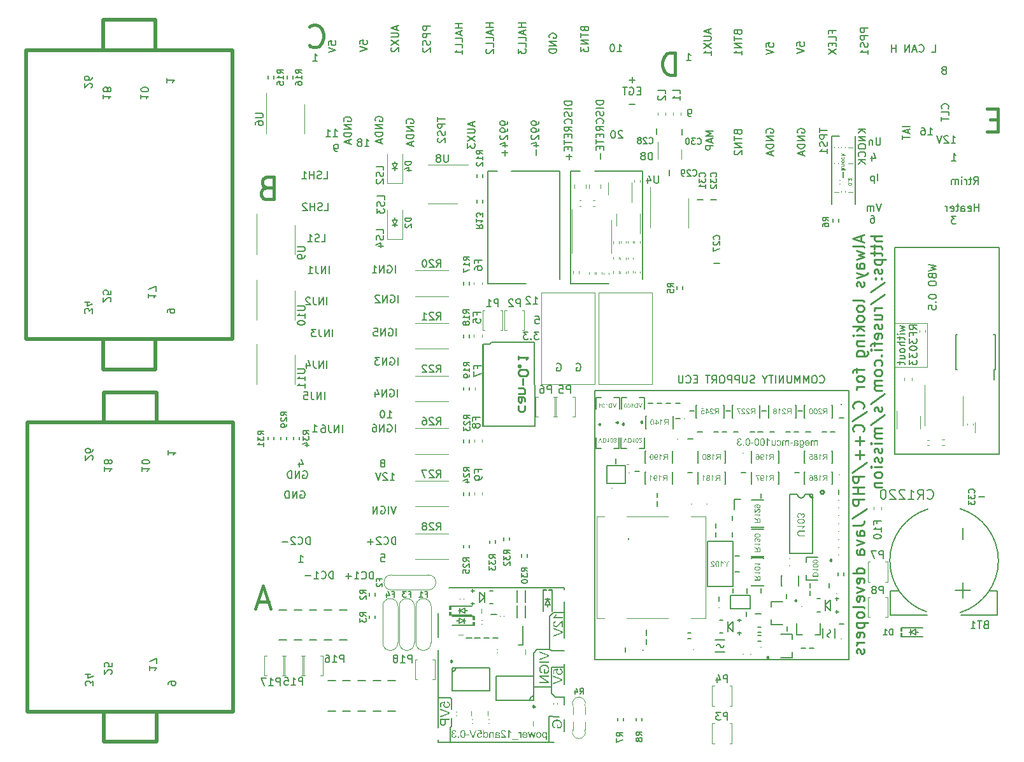
<source format=gbo>
G75*
G70*
%OFA0B0*%
%FSLAX25Y25*%
%IPPOS*%
%LPD*%
%AMOC8*
5,1,8,0,0,1.08239X$1,22.5*
%
%ADD10C,0.00787*%
%ADD100C,0.00394*%
%ADD132C,0.01000*%
%ADD231C,0.00300*%
%ADD78C,0.01969*%
%ADD79C,0.00591*%
%ADD80C,0.00472*%
%ADD85C,0.01772*%
%ADD86C,0.00669*%
%ADD87C,0.00984*%
%ADD88C,0.00500*%
%ADD90C,0.00800*%
%ADD93C,0.00390*%
X0000000Y0000000D02*
%LPD*%
G01*
D79*
X0286348Y0374457D02*
X0286160Y0374832D01*
X0286160Y0374832D02*
X0286160Y0375394D01*
X0286160Y0375394D02*
X0286348Y0375957D01*
X0286348Y0375957D02*
X0286723Y0376331D01*
X0286723Y0376331D02*
X0287098Y0376519D01*
X0287098Y0376519D02*
X0287848Y0376706D01*
X0287848Y0376706D02*
X0288410Y0376706D01*
X0288410Y0376706D02*
X0289160Y0376519D01*
X0289160Y0376519D02*
X0289535Y0376331D01*
X0289535Y0376331D02*
X0289910Y0375957D01*
X0289910Y0375957D02*
X0290098Y0375394D01*
X0290098Y0375394D02*
X0290098Y0375019D01*
X0290098Y0375019D02*
X0289910Y0374457D01*
X0289910Y0374457D02*
X0289723Y0374269D01*
X0289723Y0374269D02*
X0288410Y0374269D01*
X0288410Y0374269D02*
X0288410Y0375019D01*
X0290098Y0372582D02*
X0286160Y0372582D01*
X0286160Y0372582D02*
X0290098Y0370332D01*
X0290098Y0370332D02*
X0286160Y0370332D01*
X0290098Y0368457D02*
X0286160Y0368457D01*
X0286160Y0368457D02*
X0286160Y0367520D01*
X0286160Y0367520D02*
X0286348Y0366958D01*
X0286348Y0366958D02*
X0286723Y0366583D01*
X0286723Y0366583D02*
X0287098Y0366395D01*
X0287098Y0366395D02*
X0287848Y0366208D01*
X0287848Y0366208D02*
X0288410Y0366208D01*
X0288410Y0366208D02*
X0289160Y0366395D01*
X0289160Y0366395D02*
X0289535Y0366583D01*
X0289535Y0366583D02*
X0289910Y0366958D01*
X0289910Y0366958D02*
X0290098Y0367520D01*
X0290098Y0367520D02*
X0290098Y0368457D01*
X0156070Y0136802D02*
X0156445Y0136989D01*
X0156445Y0136989D02*
X0157008Y0136989D01*
X0157008Y0136989D02*
X0157570Y0136802D01*
X0157570Y0136802D02*
X0157945Y0136427D01*
X0157945Y0136427D02*
X0158133Y0136052D01*
X0158133Y0136052D02*
X0158320Y0135302D01*
X0158320Y0135302D02*
X0158320Y0134740D01*
X0158320Y0134740D02*
X0158133Y0133990D01*
X0158133Y0133990D02*
X0157945Y0133615D01*
X0157945Y0133615D02*
X0157570Y0133240D01*
X0157570Y0133240D02*
X0157008Y0133052D01*
X0157008Y0133052D02*
X0156633Y0133052D01*
X0156633Y0133052D02*
X0156070Y0133240D01*
X0156070Y0133240D02*
X0155883Y0133427D01*
X0155883Y0133427D02*
X0155883Y0134740D01*
X0155883Y0134740D02*
X0156633Y0134740D01*
X0154196Y0133052D02*
X0154196Y0136989D01*
X0154196Y0136989D02*
X0151946Y0133052D01*
X0151946Y0133052D02*
X0151946Y0136989D01*
X0150071Y0133052D02*
X0150071Y0136989D01*
X0150071Y0136989D02*
X0149134Y0136989D01*
X0149134Y0136989D02*
X0148571Y0136802D01*
X0148571Y0136802D02*
X0148196Y0136427D01*
X0148196Y0136427D02*
X0148009Y0136052D01*
X0148009Y0136052D02*
X0147821Y0135302D01*
X0147821Y0135302D02*
X0147821Y0134740D01*
X0147821Y0134740D02*
X0148009Y0133990D01*
X0148009Y0133990D02*
X0148196Y0133615D01*
X0148196Y0133615D02*
X0148571Y0133240D01*
X0148571Y0133240D02*
X0149134Y0133052D01*
X0149134Y0133052D02*
X0150071Y0133052D01*
X0189647Y0317501D02*
X0191897Y0317501D01*
X0190772Y0317501D02*
X0190772Y0321438D01*
X0190772Y0321438D02*
X0191147Y0320876D01*
X0191147Y0320876D02*
X0191522Y0320501D01*
X0191522Y0320501D02*
X0191897Y0320313D01*
X0187398Y0319751D02*
X0187773Y0319938D01*
X0187773Y0319938D02*
X0187960Y0320126D01*
X0187960Y0320126D02*
X0188148Y0320501D01*
X0188148Y0320501D02*
X0188148Y0320688D01*
X0188148Y0320688D02*
X0187960Y0321063D01*
X0187960Y0321063D02*
X0187773Y0321251D01*
X0187773Y0321251D02*
X0187398Y0321438D01*
X0187398Y0321438D02*
X0186648Y0321438D01*
X0186648Y0321438D02*
X0186273Y0321251D01*
X0186273Y0321251D02*
X0186085Y0321063D01*
X0186085Y0321063D02*
X0185898Y0320688D01*
X0185898Y0320688D02*
X0185898Y0320501D01*
X0185898Y0320501D02*
X0186085Y0320126D01*
X0186085Y0320126D02*
X0186273Y0319938D01*
X0186273Y0319938D02*
X0186648Y0319751D01*
X0186648Y0319751D02*
X0187398Y0319751D01*
X0187398Y0319751D02*
X0187773Y0319563D01*
X0187773Y0319563D02*
X0187960Y0319376D01*
X0187960Y0319376D02*
X0188148Y0319001D01*
X0188148Y0319001D02*
X0188148Y0318251D01*
X0188148Y0318251D02*
X0187960Y0317876D01*
X0187960Y0317876D02*
X0187773Y0317689D01*
X0187773Y0317689D02*
X0187398Y0317501D01*
X0187398Y0317501D02*
X0186648Y0317501D01*
X0186648Y0317501D02*
X0186273Y0317689D01*
X0186273Y0317689D02*
X0186085Y0317876D01*
X0186085Y0317876D02*
X0185898Y0318251D01*
X0185898Y0318251D02*
X0185898Y0319001D01*
X0185898Y0319001D02*
X0186085Y0319376D01*
X0186085Y0319376D02*
X0186273Y0319563D01*
X0186273Y0319563D02*
X0186648Y0319751D01*
X0273956Y0382087D02*
X0270019Y0382087D01*
X0271894Y0382087D02*
X0271894Y0379837D01*
X0273956Y0379837D02*
X0270019Y0379837D01*
X0272831Y0378150D02*
X0272831Y0376275D01*
X0273956Y0378525D02*
X0270019Y0377213D01*
X0270019Y0377213D02*
X0273956Y0375900D01*
X0273956Y0372713D02*
X0273956Y0374588D01*
X0273956Y0374588D02*
X0270019Y0374588D01*
X0273956Y0369526D02*
X0273956Y0371401D01*
X0273956Y0371401D02*
X0270019Y0371401D01*
X0270019Y0368589D02*
X0270019Y0366151D01*
X0270019Y0366151D02*
X0271519Y0367464D01*
X0271519Y0367464D02*
X0271519Y0366901D01*
X0271519Y0366901D02*
X0271706Y0366526D01*
X0271706Y0366526D02*
X0271894Y0366339D01*
X0271894Y0366339D02*
X0272268Y0366151D01*
X0272268Y0366151D02*
X0273206Y0366151D01*
X0273206Y0366151D02*
X0273581Y0366339D01*
X0273581Y0366339D02*
X0273768Y0366526D01*
X0273768Y0366526D02*
X0273956Y0366901D01*
X0273956Y0366901D02*
X0273956Y0368026D01*
X0273956Y0368026D02*
X0273768Y0368401D01*
X0273768Y0368401D02*
X0273581Y0368589D01*
X0198196Y0103722D02*
X0200071Y0103722D01*
X0200071Y0103722D02*
X0200259Y0101847D01*
X0200259Y0101847D02*
X0200071Y0102034D01*
X0200071Y0102034D02*
X0199696Y0102222D01*
X0199696Y0102222D02*
X0198759Y0102222D01*
X0198759Y0102222D02*
X0198384Y0102034D01*
X0198384Y0102034D02*
X0198196Y0101847D01*
X0198196Y0101847D02*
X0198009Y0101472D01*
X0198009Y0101472D02*
X0198009Y0100534D01*
X0198009Y0100534D02*
X0198196Y0100160D01*
X0198196Y0100160D02*
X0198384Y0099972D01*
X0198384Y0099972D02*
X0198759Y0099785D01*
X0198759Y0099785D02*
X0199696Y0099785D01*
X0199696Y0099785D02*
X0200071Y0099972D01*
X0200071Y0099972D02*
X0200259Y0100160D01*
X0205855Y0108840D02*
X0205855Y0112777D01*
X0205855Y0112777D02*
X0204917Y0112777D01*
X0204917Y0112777D02*
X0204355Y0112589D01*
X0204355Y0112589D02*
X0203980Y0112214D01*
X0203980Y0112214D02*
X0203792Y0111839D01*
X0203792Y0111839D02*
X0203605Y0111089D01*
X0203605Y0111089D02*
X0203605Y0110527D01*
X0203605Y0110527D02*
X0203792Y0109777D01*
X0203792Y0109777D02*
X0203980Y0109402D01*
X0203980Y0109402D02*
X0204355Y0109027D01*
X0204355Y0109027D02*
X0204917Y0108840D01*
X0204917Y0108840D02*
X0205855Y0108840D01*
X0199668Y0109215D02*
X0199855Y0109027D01*
X0199855Y0109027D02*
X0200418Y0108840D01*
X0200418Y0108840D02*
X0200793Y0108840D01*
X0200793Y0108840D02*
X0201355Y0109027D01*
X0201355Y0109027D02*
X0201730Y0109402D01*
X0201730Y0109402D02*
X0201918Y0109777D01*
X0201918Y0109777D02*
X0202105Y0110527D01*
X0202105Y0110527D02*
X0202105Y0111089D01*
X0202105Y0111089D02*
X0201918Y0111839D01*
X0201918Y0111839D02*
X0201730Y0112214D01*
X0201730Y0112214D02*
X0201355Y0112589D01*
X0201355Y0112589D02*
X0200793Y0112777D01*
X0200793Y0112777D02*
X0200418Y0112777D01*
X0200418Y0112777D02*
X0199855Y0112589D01*
X0199855Y0112589D02*
X0199668Y0112402D01*
X0198168Y0112402D02*
X0197981Y0112589D01*
X0197981Y0112589D02*
X0197606Y0112777D01*
X0197606Y0112777D02*
X0196668Y0112777D01*
X0196668Y0112777D02*
X0196293Y0112589D01*
X0196293Y0112589D02*
X0196106Y0112402D01*
X0196106Y0112402D02*
X0195918Y0112027D01*
X0195918Y0112027D02*
X0195918Y0111652D01*
X0195918Y0111652D02*
X0196106Y0111089D01*
X0196106Y0111089D02*
X0198356Y0108840D01*
X0198356Y0108840D02*
X0195918Y0108840D01*
X0194231Y0110339D02*
X0191232Y0110339D01*
X0192731Y0108840D02*
X0192731Y0111839D01*
X0169925Y0234430D02*
X0169925Y0238367D01*
X0168050Y0234430D02*
X0168050Y0238367D01*
X0168050Y0238367D02*
X0165800Y0234430D01*
X0165800Y0234430D02*
X0165800Y0238367D01*
X0162801Y0238367D02*
X0162801Y0235555D01*
X0162801Y0235555D02*
X0162988Y0234993D01*
X0162988Y0234993D02*
X0163363Y0234618D01*
X0163363Y0234618D02*
X0163926Y0234430D01*
X0163926Y0234430D02*
X0164300Y0234430D01*
X0161113Y0237992D02*
X0160926Y0238180D01*
X0160926Y0238180D02*
X0160551Y0238367D01*
X0160551Y0238367D02*
X0159614Y0238367D01*
X0159614Y0238367D02*
X0159239Y0238180D01*
X0159239Y0238180D02*
X0159051Y0237992D01*
X0159051Y0237992D02*
X0158864Y0237617D01*
X0158864Y0237617D02*
X0158864Y0237242D01*
X0158864Y0237242D02*
X0159051Y0236680D01*
X0159051Y0236680D02*
X0161301Y0234430D01*
X0161301Y0234430D02*
X0158864Y0234430D01*
X0298168Y0341185D02*
X0294231Y0341185D01*
X0294231Y0341185D02*
X0294231Y0340248D01*
X0294231Y0340248D02*
X0294419Y0339685D01*
X0294419Y0339685D02*
X0294794Y0339310D01*
X0294794Y0339310D02*
X0295169Y0339123D01*
X0295169Y0339123D02*
X0295919Y0338936D01*
X0295919Y0338936D02*
X0296481Y0338936D01*
X0296481Y0338936D02*
X0297231Y0339123D01*
X0297231Y0339123D02*
X0297606Y0339310D01*
X0297606Y0339310D02*
X0297981Y0339685D01*
X0297981Y0339685D02*
X0298168Y0340248D01*
X0298168Y0340248D02*
X0298168Y0341185D01*
X0298168Y0337248D02*
X0294231Y0337248D01*
X0297981Y0335561D02*
X0298168Y0334998D01*
X0298168Y0334998D02*
X0298168Y0334061D01*
X0298168Y0334061D02*
X0297981Y0333686D01*
X0297981Y0333686D02*
X0297793Y0333499D01*
X0297793Y0333499D02*
X0297418Y0333311D01*
X0297418Y0333311D02*
X0297044Y0333311D01*
X0297044Y0333311D02*
X0296669Y0333499D01*
X0296669Y0333499D02*
X0296481Y0333686D01*
X0296481Y0333686D02*
X0296294Y0334061D01*
X0296294Y0334061D02*
X0296106Y0334811D01*
X0296106Y0334811D02*
X0295919Y0335186D01*
X0295919Y0335186D02*
X0295731Y0335373D01*
X0295731Y0335373D02*
X0295356Y0335561D01*
X0295356Y0335561D02*
X0294981Y0335561D01*
X0294981Y0335561D02*
X0294606Y0335373D01*
X0294606Y0335373D02*
X0294419Y0335186D01*
X0294419Y0335186D02*
X0294231Y0334811D01*
X0294231Y0334811D02*
X0294231Y0333874D01*
X0294231Y0333874D02*
X0294419Y0333311D01*
X0297793Y0329374D02*
X0297981Y0329562D01*
X0297981Y0329562D02*
X0298168Y0330124D01*
X0298168Y0330124D02*
X0298168Y0330499D01*
X0298168Y0330499D02*
X0297981Y0331061D01*
X0297981Y0331061D02*
X0297606Y0331436D01*
X0297606Y0331436D02*
X0297231Y0331624D01*
X0297231Y0331624D02*
X0296481Y0331811D01*
X0296481Y0331811D02*
X0295919Y0331811D01*
X0295919Y0331811D02*
X0295169Y0331624D01*
X0295169Y0331624D02*
X0294794Y0331436D01*
X0294794Y0331436D02*
X0294419Y0331061D01*
X0294419Y0331061D02*
X0294231Y0330499D01*
X0294231Y0330499D02*
X0294231Y0330124D01*
X0294231Y0330124D02*
X0294419Y0329562D01*
X0294419Y0329562D02*
X0294606Y0329374D01*
X0298168Y0325437D02*
X0296294Y0326750D01*
X0298168Y0327687D02*
X0294231Y0327687D01*
X0294231Y0327687D02*
X0294231Y0326187D01*
X0294231Y0326187D02*
X0294419Y0325812D01*
X0294419Y0325812D02*
X0294606Y0325625D01*
X0294606Y0325625D02*
X0294981Y0325437D01*
X0294981Y0325437D02*
X0295544Y0325437D01*
X0295544Y0325437D02*
X0295919Y0325625D01*
X0295919Y0325625D02*
X0296106Y0325812D01*
X0296106Y0325812D02*
X0296294Y0326187D01*
X0296294Y0326187D02*
X0296294Y0327687D01*
X0296106Y0323750D02*
X0296106Y0322438D01*
X0298168Y0321875D02*
X0298168Y0323750D01*
X0298168Y0323750D02*
X0294231Y0323750D01*
X0294231Y0323750D02*
X0294231Y0321875D01*
X0294231Y0320750D02*
X0294231Y0318501D01*
X0298168Y0319625D02*
X0294231Y0319625D01*
X0296106Y0317188D02*
X0296106Y0315876D01*
X0298168Y0315313D02*
X0298168Y0317188D01*
X0298168Y0317188D02*
X0294231Y0317188D01*
X0294231Y0317188D02*
X0294231Y0315313D01*
X0296669Y0313626D02*
X0296669Y0310627D01*
X0298168Y0312126D02*
X0295169Y0312126D01*
X0454683Y0281281D02*
X0455433Y0281281D01*
X0455433Y0281281D02*
X0455808Y0281093D01*
X0455808Y0281093D02*
X0455995Y0280906D01*
X0455995Y0280906D02*
X0456370Y0280343D01*
X0456370Y0280343D02*
X0456558Y0279593D01*
X0456558Y0279593D02*
X0456558Y0278094D01*
X0456558Y0278094D02*
X0456370Y0277719D01*
X0456370Y0277719D02*
X0456183Y0277531D01*
X0456183Y0277531D02*
X0455808Y0277344D01*
X0455808Y0277344D02*
X0455058Y0277344D01*
X0455058Y0277344D02*
X0454683Y0277531D01*
X0454683Y0277531D02*
X0454495Y0277719D01*
X0454495Y0277719D02*
X0454308Y0278094D01*
X0454308Y0278094D02*
X0454308Y0279031D01*
X0454308Y0279031D02*
X0454495Y0279406D01*
X0454495Y0279406D02*
X0454683Y0279593D01*
X0454683Y0279593D02*
X0455058Y0279781D01*
X0455058Y0279781D02*
X0455808Y0279781D01*
X0455808Y0279781D02*
X0456183Y0279593D01*
X0456183Y0279593D02*
X0456370Y0279406D01*
X0456370Y0279406D02*
X0456558Y0279031D01*
X0170609Y0370632D02*
X0170609Y0372507D01*
X0170609Y0372507D02*
X0172484Y0372694D01*
X0172484Y0372694D02*
X0172297Y0372507D01*
X0172297Y0372507D02*
X0172109Y0372132D01*
X0172109Y0372132D02*
X0172109Y0371195D01*
X0172109Y0371195D02*
X0172297Y0370820D01*
X0172297Y0370820D02*
X0172484Y0370632D01*
X0172484Y0370632D02*
X0172859Y0370445D01*
X0172859Y0370445D02*
X0173796Y0370445D01*
X0173796Y0370445D02*
X0174171Y0370632D01*
X0174171Y0370632D02*
X0174359Y0370820D01*
X0174359Y0370820D02*
X0174546Y0371195D01*
X0174546Y0371195D02*
X0174546Y0372132D01*
X0174546Y0372132D02*
X0174359Y0372507D01*
X0174359Y0372507D02*
X0174171Y0372694D01*
X0170609Y0369320D02*
X0174546Y0368007D01*
X0174546Y0368007D02*
X0170609Y0366695D01*
X0280817Y0220257D02*
X0278380Y0220257D01*
X0278380Y0220257D02*
X0279692Y0218757D01*
X0279692Y0218757D02*
X0279130Y0218757D01*
X0279130Y0218757D02*
X0278755Y0218570D01*
X0278755Y0218570D02*
X0278567Y0218382D01*
X0278567Y0218382D02*
X0278380Y0218007D01*
X0278380Y0218007D02*
X0278380Y0217070D01*
X0278380Y0217070D02*
X0278567Y0216695D01*
X0278567Y0216695D02*
X0278755Y0216507D01*
X0278755Y0216507D02*
X0279130Y0216320D01*
X0279130Y0216320D02*
X0280255Y0216320D01*
X0280255Y0216320D02*
X0280630Y0216507D01*
X0280630Y0216507D02*
X0280817Y0216695D01*
X0276693Y0216695D02*
X0276505Y0216507D01*
X0276505Y0216507D02*
X0276693Y0216320D01*
X0276693Y0216320D02*
X0276880Y0216507D01*
X0276880Y0216507D02*
X0276693Y0216695D01*
X0276693Y0216695D02*
X0276693Y0216320D01*
X0275193Y0220257D02*
X0272756Y0220257D01*
X0272756Y0220257D02*
X0274068Y0218757D01*
X0274068Y0218757D02*
X0273506Y0218757D01*
X0273506Y0218757D02*
X0273131Y0218570D01*
X0273131Y0218570D02*
X0272943Y0218382D01*
X0272943Y0218382D02*
X0272756Y0218007D01*
X0272756Y0218007D02*
X0272756Y0217070D01*
X0272756Y0217070D02*
X0272943Y0216695D01*
X0272943Y0216695D02*
X0273131Y0216507D01*
X0273131Y0216507D02*
X0273506Y0216320D01*
X0273506Y0216320D02*
X0274630Y0216320D01*
X0274630Y0216320D02*
X0275005Y0216507D01*
X0275005Y0216507D02*
X0275193Y0216695D01*
X0201501Y0175199D02*
X0203750Y0175199D01*
X0202626Y0175199D02*
X0202626Y0179136D01*
X0202626Y0179136D02*
X0203001Y0178574D01*
X0203001Y0178574D02*
X0203375Y0178199D01*
X0203375Y0178199D02*
X0203750Y0178012D01*
X0199064Y0179136D02*
X0198689Y0179136D01*
X0198689Y0179136D02*
X0198314Y0178949D01*
X0198314Y0178949D02*
X0198126Y0178761D01*
X0198126Y0178761D02*
X0197939Y0178387D01*
X0197939Y0178387D02*
X0197751Y0177637D01*
X0197751Y0177637D02*
X0197751Y0176699D01*
X0197751Y0176699D02*
X0197939Y0175949D01*
X0197939Y0175949D02*
X0198126Y0175574D01*
X0198126Y0175574D02*
X0198314Y0175387D01*
X0198314Y0175387D02*
X0198689Y0175199D01*
X0198689Y0175199D02*
X0199064Y0175199D01*
X0199064Y0175199D02*
X0199438Y0175387D01*
X0199438Y0175387D02*
X0199626Y0175574D01*
X0199626Y0175574D02*
X0199813Y0175949D01*
X0199813Y0175949D02*
X0200001Y0176699D01*
X0200001Y0176699D02*
X0200001Y0177637D01*
X0200001Y0177637D02*
X0199813Y0178387D01*
X0199813Y0178387D02*
X0199626Y0178761D01*
X0199626Y0178761D02*
X0199438Y0178949D01*
X0199438Y0178949D02*
X0199064Y0179136D01*
X0157448Y0147235D02*
X0157823Y0147422D01*
X0157823Y0147422D02*
X0158386Y0147422D01*
X0158386Y0147422D02*
X0158948Y0147235D01*
X0158948Y0147235D02*
X0159323Y0146860D01*
X0159323Y0146860D02*
X0159510Y0146485D01*
X0159510Y0146485D02*
X0159698Y0145735D01*
X0159698Y0145735D02*
X0159698Y0145173D01*
X0159698Y0145173D02*
X0159510Y0144423D01*
X0159510Y0144423D02*
X0159323Y0144048D01*
X0159323Y0144048D02*
X0158948Y0143673D01*
X0158948Y0143673D02*
X0158386Y0143485D01*
X0158386Y0143485D02*
X0158011Y0143485D01*
X0158011Y0143485D02*
X0157448Y0143673D01*
X0157448Y0143673D02*
X0157261Y0143860D01*
X0157261Y0143860D02*
X0157261Y0145173D01*
X0157261Y0145173D02*
X0158011Y0145173D01*
X0155573Y0143485D02*
X0155573Y0147422D01*
X0155573Y0147422D02*
X0153324Y0143485D01*
X0153324Y0143485D02*
X0153324Y0147422D01*
X0151449Y0143485D02*
X0151449Y0147422D01*
X0151449Y0147422D02*
X0150512Y0147422D01*
X0150512Y0147422D02*
X0149949Y0147235D01*
X0149949Y0147235D02*
X0149574Y0146860D01*
X0149574Y0146860D02*
X0149387Y0146485D01*
X0149387Y0146485D02*
X0149199Y0145735D01*
X0149199Y0145735D02*
X0149199Y0145173D01*
X0149199Y0145173D02*
X0149387Y0144423D01*
X0149387Y0144423D02*
X0149574Y0144048D01*
X0149574Y0144048D02*
X0149949Y0143673D01*
X0149949Y0143673D02*
X0150512Y0143485D01*
X0150512Y0143485D02*
X0151449Y0143485D01*
X0199546Y0271823D02*
X0199546Y0273697D01*
X0199546Y0273697D02*
X0195609Y0273697D01*
X0199359Y0270698D02*
X0199546Y0270135D01*
X0199546Y0270135D02*
X0199546Y0269198D01*
X0199546Y0269198D02*
X0199359Y0268823D01*
X0199359Y0268823D02*
X0199171Y0268636D01*
X0199171Y0268636D02*
X0198796Y0268448D01*
X0198796Y0268448D02*
X0198421Y0268448D01*
X0198421Y0268448D02*
X0198047Y0268636D01*
X0198047Y0268636D02*
X0197859Y0268823D01*
X0197859Y0268823D02*
X0197672Y0269198D01*
X0197672Y0269198D02*
X0197484Y0269948D01*
X0197484Y0269948D02*
X0197297Y0270323D01*
X0197297Y0270323D02*
X0197109Y0270510D01*
X0197109Y0270510D02*
X0196734Y0270698D01*
X0196734Y0270698D02*
X0196359Y0270698D01*
X0196359Y0270698D02*
X0195984Y0270510D01*
X0195984Y0270510D02*
X0195797Y0270323D01*
X0195797Y0270323D02*
X0195609Y0269948D01*
X0195609Y0269948D02*
X0195609Y0269010D01*
X0195609Y0269010D02*
X0195797Y0268448D01*
X0196922Y0265073D02*
X0199546Y0265073D01*
X0195422Y0266011D02*
X0198234Y0266948D01*
X0198234Y0266948D02*
X0198234Y0264511D01*
X0384886Y0377203D02*
X0385073Y0376641D01*
X0385073Y0376641D02*
X0385261Y0376453D01*
X0385261Y0376453D02*
X0385636Y0376266D01*
X0385636Y0376266D02*
X0386198Y0376266D01*
X0386198Y0376266D02*
X0386573Y0376453D01*
X0386573Y0376453D02*
X0386760Y0376641D01*
X0386760Y0376641D02*
X0386948Y0377016D01*
X0386948Y0377016D02*
X0386948Y0378516D01*
X0386948Y0378516D02*
X0383011Y0378516D01*
X0383011Y0378516D02*
X0383011Y0377203D01*
X0383011Y0377203D02*
X0383198Y0376828D01*
X0383198Y0376828D02*
X0383386Y0376641D01*
X0383386Y0376641D02*
X0383761Y0376453D01*
X0383761Y0376453D02*
X0384136Y0376453D01*
X0384136Y0376453D02*
X0384511Y0376641D01*
X0384511Y0376641D02*
X0384698Y0376828D01*
X0384698Y0376828D02*
X0384886Y0377203D01*
X0384886Y0377203D02*
X0384886Y0378516D01*
X0383011Y0375141D02*
X0383011Y0372891D01*
X0386948Y0374016D02*
X0383011Y0374016D01*
X0386948Y0371579D02*
X0383011Y0371579D01*
X0383011Y0371579D02*
X0386948Y0369329D01*
X0386948Y0369329D02*
X0383011Y0369329D01*
X0386948Y0365392D02*
X0386948Y0367642D01*
X0386948Y0366517D02*
X0383011Y0366517D01*
X0383011Y0366517D02*
X0383573Y0366892D01*
X0383573Y0366892D02*
X0383948Y0367267D01*
X0383948Y0367267D02*
X0384136Y0367642D01*
X0175474Y0314745D02*
X0174724Y0314745D01*
X0174724Y0314745D02*
X0174349Y0314933D01*
X0174349Y0314933D02*
X0174162Y0315120D01*
X0174162Y0315120D02*
X0173787Y0315683D01*
X0173787Y0315683D02*
X0173599Y0316432D01*
X0173599Y0316432D02*
X0173599Y0317932D01*
X0173599Y0317932D02*
X0173787Y0318307D01*
X0173787Y0318307D02*
X0173974Y0318495D01*
X0173974Y0318495D02*
X0174349Y0318682D01*
X0174349Y0318682D02*
X0175099Y0318682D01*
X0175099Y0318682D02*
X0175474Y0318495D01*
X0175474Y0318495D02*
X0175662Y0318307D01*
X0175662Y0318307D02*
X0175849Y0317932D01*
X0175849Y0317932D02*
X0175849Y0316995D01*
X0175849Y0316995D02*
X0175662Y0316620D01*
X0175662Y0316620D02*
X0175474Y0316432D01*
X0175474Y0316432D02*
X0175099Y0316245D01*
X0175099Y0316245D02*
X0174349Y0316245D01*
X0174349Y0316245D02*
X0173974Y0316432D01*
X0173974Y0316432D02*
X0173787Y0316620D01*
X0173787Y0316620D02*
X0173599Y0316995D01*
X0280806Y0330505D02*
X0280806Y0329755D01*
X0280806Y0329755D02*
X0280619Y0329380D01*
X0280619Y0329380D02*
X0280431Y0329192D01*
X0280431Y0329192D02*
X0279869Y0328817D01*
X0279869Y0328817D02*
X0279119Y0328630D01*
X0279119Y0328630D02*
X0277619Y0328630D01*
X0277619Y0328630D02*
X0277244Y0328817D01*
X0277244Y0328817D02*
X0277057Y0329005D01*
X0277057Y0329005D02*
X0276869Y0329380D01*
X0276869Y0329380D02*
X0276869Y0330130D01*
X0276869Y0330130D02*
X0277057Y0330505D01*
X0277057Y0330505D02*
X0277244Y0330692D01*
X0277244Y0330692D02*
X0277619Y0330880D01*
X0277619Y0330880D02*
X0278556Y0330880D01*
X0278556Y0330880D02*
X0278931Y0330692D01*
X0278931Y0330692D02*
X0279119Y0330505D01*
X0279119Y0330505D02*
X0279306Y0330130D01*
X0279306Y0330130D02*
X0279306Y0329380D01*
X0279306Y0329380D02*
X0279119Y0329005D01*
X0279119Y0329005D02*
X0278931Y0328817D01*
X0278931Y0328817D02*
X0278556Y0328630D01*
X0280806Y0326755D02*
X0280806Y0326005D01*
X0280806Y0326005D02*
X0280619Y0325630D01*
X0280619Y0325630D02*
X0280431Y0325443D01*
X0280431Y0325443D02*
X0279869Y0325068D01*
X0279869Y0325068D02*
X0279119Y0324880D01*
X0279119Y0324880D02*
X0277619Y0324880D01*
X0277619Y0324880D02*
X0277244Y0325068D01*
X0277244Y0325068D02*
X0277057Y0325255D01*
X0277057Y0325255D02*
X0276869Y0325630D01*
X0276869Y0325630D02*
X0276869Y0326380D01*
X0276869Y0326380D02*
X0277057Y0326755D01*
X0277057Y0326755D02*
X0277244Y0326943D01*
X0277244Y0326943D02*
X0277619Y0327130D01*
X0277619Y0327130D02*
X0278556Y0327130D01*
X0278556Y0327130D02*
X0278931Y0326943D01*
X0278931Y0326943D02*
X0279119Y0326755D01*
X0279119Y0326755D02*
X0279306Y0326380D01*
X0279306Y0326380D02*
X0279306Y0325630D01*
X0279306Y0325630D02*
X0279119Y0325255D01*
X0279119Y0325255D02*
X0278931Y0325068D01*
X0278931Y0325068D02*
X0278556Y0324880D01*
X0277244Y0323381D02*
X0277057Y0323193D01*
X0277057Y0323193D02*
X0276869Y0322818D01*
X0276869Y0322818D02*
X0276869Y0321881D01*
X0276869Y0321881D02*
X0277057Y0321506D01*
X0277057Y0321506D02*
X0277244Y0321318D01*
X0277244Y0321318D02*
X0277619Y0321131D01*
X0277619Y0321131D02*
X0277994Y0321131D01*
X0277994Y0321131D02*
X0278556Y0321318D01*
X0278556Y0321318D02*
X0280806Y0323568D01*
X0280806Y0323568D02*
X0280806Y0321131D01*
X0278181Y0317756D02*
X0280806Y0317756D01*
X0276682Y0318694D02*
X0279494Y0319631D01*
X0279494Y0319631D02*
X0279494Y0317194D01*
X0279306Y0315694D02*
X0279306Y0312694D01*
X0173112Y0322619D02*
X0175362Y0322619D01*
X0174237Y0322619D02*
X0174237Y0326556D01*
X0174237Y0326556D02*
X0174612Y0325994D01*
X0174612Y0325994D02*
X0174987Y0325619D01*
X0174987Y0325619D02*
X0175362Y0325431D01*
X0169362Y0322619D02*
X0171612Y0322619D01*
X0170487Y0322619D02*
X0170487Y0326556D01*
X0170487Y0326556D02*
X0170862Y0325994D01*
X0170862Y0325994D02*
X0171237Y0325619D01*
X0171237Y0325619D02*
X0171612Y0325431D01*
X0240885Y0381693D02*
X0236948Y0381693D01*
X0238823Y0381693D02*
X0238823Y0379444D01*
X0240885Y0379444D02*
X0236948Y0379444D01*
X0239760Y0377756D02*
X0239760Y0375882D01*
X0240885Y0378131D02*
X0236948Y0376819D01*
X0236948Y0376819D02*
X0240885Y0375507D01*
X0240885Y0372319D02*
X0240885Y0374194D01*
X0240885Y0374194D02*
X0236948Y0374194D01*
X0240885Y0369132D02*
X0240885Y0371007D01*
X0240885Y0371007D02*
X0236948Y0371007D01*
X0240885Y0365758D02*
X0240885Y0368007D01*
X0240885Y0366883D02*
X0236948Y0366883D01*
X0236948Y0366883D02*
X0237510Y0367258D01*
X0237510Y0367258D02*
X0237885Y0367633D01*
X0237885Y0367633D02*
X0238073Y0368007D01*
X0155470Y0152016D02*
X0155470Y0149391D01*
X0156408Y0153515D02*
X0157345Y0150703D01*
X0157345Y0150703D02*
X0154908Y0150703D01*
D85*
X0138251Y0295894D02*
X0136563Y0295332D01*
X0136563Y0295332D02*
X0136001Y0294769D01*
X0136001Y0294769D02*
X0135438Y0293644D01*
X0135438Y0293644D02*
X0135438Y0291957D01*
X0135438Y0291957D02*
X0136001Y0290832D01*
X0136001Y0290832D02*
X0136563Y0290270D01*
X0136563Y0290270D02*
X0137688Y0289707D01*
X0137688Y0289707D02*
X0142188Y0289707D01*
X0142188Y0289707D02*
X0142188Y0301518D01*
X0142188Y0301518D02*
X0138251Y0301518D01*
X0138251Y0301518D02*
X0137126Y0300956D01*
X0137126Y0300956D02*
X0136563Y0300393D01*
X0136563Y0300393D02*
X0136001Y0299269D01*
X0136001Y0299269D02*
X0136001Y0298144D01*
X0136001Y0298144D02*
X0136563Y0297019D01*
X0136563Y0297019D02*
X0137126Y0296456D01*
X0137126Y0296456D02*
X0138251Y0295894D01*
X0138251Y0295894D02*
X0142188Y0295894D01*
D79*
X0511104Y0283446D02*
X0511104Y0287383D01*
X0511104Y0285508D02*
X0508854Y0285508D01*
X0508854Y0283446D02*
X0508854Y0287383D01*
X0505480Y0283633D02*
X0505855Y0283446D01*
X0505855Y0283446D02*
X0506605Y0283446D01*
X0506605Y0283446D02*
X0506980Y0283633D01*
X0506980Y0283633D02*
X0507167Y0284008D01*
X0507167Y0284008D02*
X0507167Y0285508D01*
X0507167Y0285508D02*
X0506980Y0285883D01*
X0506980Y0285883D02*
X0506605Y0286071D01*
X0506605Y0286071D02*
X0505855Y0286071D01*
X0505855Y0286071D02*
X0505480Y0285883D01*
X0505480Y0285883D02*
X0505292Y0285508D01*
X0505292Y0285508D02*
X0505292Y0285133D01*
X0505292Y0285133D02*
X0507167Y0284758D01*
X0501918Y0283446D02*
X0501918Y0285508D01*
X0501918Y0285508D02*
X0502105Y0285883D01*
X0502105Y0285883D02*
X0502480Y0286071D01*
X0502480Y0286071D02*
X0503230Y0286071D01*
X0503230Y0286071D02*
X0503605Y0285883D01*
X0501918Y0283633D02*
X0502293Y0283446D01*
X0502293Y0283446D02*
X0503230Y0283446D01*
X0503230Y0283446D02*
X0503605Y0283633D01*
X0503605Y0283633D02*
X0503792Y0284008D01*
X0503792Y0284008D02*
X0503792Y0284383D01*
X0503792Y0284383D02*
X0503605Y0284758D01*
X0503605Y0284758D02*
X0503230Y0284946D01*
X0503230Y0284946D02*
X0502293Y0284946D01*
X0502293Y0284946D02*
X0501918Y0285133D01*
X0500605Y0286071D02*
X0499106Y0286071D01*
X0500043Y0287383D02*
X0500043Y0284008D01*
X0500043Y0284008D02*
X0499855Y0283633D01*
X0499855Y0283633D02*
X0499480Y0283446D01*
X0499480Y0283446D02*
X0499106Y0283446D01*
X0496293Y0283633D02*
X0496668Y0283446D01*
X0496668Y0283446D02*
X0497418Y0283446D01*
X0497418Y0283446D02*
X0497793Y0283633D01*
X0497793Y0283633D02*
X0497981Y0284008D01*
X0497981Y0284008D02*
X0497981Y0285508D01*
X0497981Y0285508D02*
X0497793Y0285883D01*
X0497793Y0285883D02*
X0497418Y0286071D01*
X0497418Y0286071D02*
X0496668Y0286071D01*
X0496668Y0286071D02*
X0496293Y0285883D01*
X0496293Y0285883D02*
X0496106Y0285508D01*
X0496106Y0285508D02*
X0496106Y0285133D01*
X0496106Y0285133D02*
X0497981Y0284758D01*
X0494419Y0283446D02*
X0494419Y0286071D01*
X0494419Y0285321D02*
X0494231Y0285696D01*
X0494231Y0285696D02*
X0494044Y0285883D01*
X0494044Y0285883D02*
X0493669Y0286071D01*
X0493669Y0286071D02*
X0493294Y0286071D01*
X0499265Y0280887D02*
X0496828Y0280887D01*
X0496828Y0280887D02*
X0498140Y0279387D01*
X0498140Y0279387D02*
X0497578Y0279387D01*
X0497578Y0279387D02*
X0497203Y0279200D01*
X0497203Y0279200D02*
X0497015Y0279012D01*
X0497015Y0279012D02*
X0496828Y0278637D01*
X0496828Y0278637D02*
X0496828Y0277700D01*
X0496828Y0277700D02*
X0497015Y0277325D01*
X0497015Y0277325D02*
X0497203Y0277137D01*
X0497203Y0277137D02*
X0497578Y0276950D01*
X0497578Y0276950D02*
X0498702Y0276950D01*
X0498702Y0276950D02*
X0499077Y0277137D01*
X0499077Y0277137D02*
X0499265Y0277325D01*
X0199940Y0289539D02*
X0199940Y0291414D01*
X0199940Y0291414D02*
X0196003Y0291414D01*
X0199753Y0288414D02*
X0199940Y0287852D01*
X0199940Y0287852D02*
X0199940Y0286915D01*
X0199940Y0286915D02*
X0199753Y0286540D01*
X0199753Y0286540D02*
X0199565Y0286352D01*
X0199565Y0286352D02*
X0199190Y0286165D01*
X0199190Y0286165D02*
X0198815Y0286165D01*
X0198815Y0286165D02*
X0198440Y0286352D01*
X0198440Y0286352D02*
X0198253Y0286540D01*
X0198253Y0286540D02*
X0198065Y0286915D01*
X0198065Y0286915D02*
X0197878Y0287664D01*
X0197878Y0287664D02*
X0197690Y0288039D01*
X0197690Y0288039D02*
X0197503Y0288227D01*
X0197503Y0288227D02*
X0197128Y0288414D01*
X0197128Y0288414D02*
X0196753Y0288414D01*
X0196753Y0288414D02*
X0196378Y0288227D01*
X0196378Y0288227D02*
X0196190Y0288039D01*
X0196190Y0288039D02*
X0196003Y0287664D01*
X0196003Y0287664D02*
X0196003Y0286727D01*
X0196003Y0286727D02*
X0196190Y0286165D01*
X0196003Y0284852D02*
X0196003Y0282415D01*
X0196003Y0282415D02*
X0197503Y0283727D01*
X0197503Y0283727D02*
X0197503Y0283165D01*
X0197503Y0283165D02*
X0197690Y0282790D01*
X0197690Y0282790D02*
X0197878Y0282603D01*
X0197878Y0282603D02*
X0198253Y0282415D01*
X0198253Y0282415D02*
X0199190Y0282415D01*
X0199190Y0282415D02*
X0199565Y0282603D01*
X0199565Y0282603D02*
X0199753Y0282790D01*
X0199753Y0282790D02*
X0199940Y0283165D01*
X0199940Y0283165D02*
X0199940Y0284290D01*
X0199940Y0284290D02*
X0199753Y0284665D01*
X0199753Y0284665D02*
X0199565Y0284852D01*
X0415885Y0370042D02*
X0415885Y0371916D01*
X0415885Y0371916D02*
X0417760Y0372104D01*
X0417760Y0372104D02*
X0417572Y0371916D01*
X0417572Y0371916D02*
X0417385Y0371541D01*
X0417385Y0371541D02*
X0417385Y0370604D01*
X0417385Y0370604D02*
X0417572Y0370229D01*
X0417572Y0370229D02*
X0417760Y0370042D01*
X0417760Y0370042D02*
X0418135Y0369854D01*
X0418135Y0369854D02*
X0419072Y0369854D01*
X0419072Y0369854D02*
X0419447Y0370042D01*
X0419447Y0370042D02*
X0419634Y0370229D01*
X0419634Y0370229D02*
X0419822Y0370604D01*
X0419822Y0370604D02*
X0419822Y0371541D01*
X0419822Y0371541D02*
X0419634Y0371916D01*
X0419634Y0371916D02*
X0419447Y0372104D01*
X0415885Y0368729D02*
X0419822Y0367417D01*
X0419822Y0367417D02*
X0415885Y0366105D01*
D87*
X0449310Y0270669D02*
X0449310Y0267857D01*
X0450998Y0271231D02*
X0445092Y0269263D01*
X0445092Y0269263D02*
X0450998Y0267294D01*
X0450998Y0264482D02*
X0450716Y0265045D01*
X0450716Y0265045D02*
X0450154Y0265326D01*
X0450154Y0265326D02*
X0445092Y0265326D01*
X0447061Y0262795D02*
X0450998Y0261670D01*
X0450998Y0261670D02*
X0448186Y0260545D01*
X0448186Y0260545D02*
X0450998Y0259420D01*
X0450998Y0259420D02*
X0447061Y0258295D01*
X0450998Y0253515D02*
X0447904Y0253515D01*
X0447904Y0253515D02*
X0447342Y0253796D01*
X0447342Y0253796D02*
X0447061Y0254358D01*
X0447061Y0254358D02*
X0447061Y0255483D01*
X0447061Y0255483D02*
X0447342Y0256046D01*
X0450716Y0253515D02*
X0450998Y0254077D01*
X0450998Y0254077D02*
X0450998Y0255483D01*
X0450998Y0255483D02*
X0450716Y0256046D01*
X0450716Y0256046D02*
X0450154Y0256327D01*
X0450154Y0256327D02*
X0449592Y0256327D01*
X0449592Y0256327D02*
X0449029Y0256046D01*
X0449029Y0256046D02*
X0448748Y0255483D01*
X0448748Y0255483D02*
X0448748Y0254077D01*
X0448748Y0254077D02*
X0448467Y0253515D01*
X0447061Y0251265D02*
X0450998Y0249859D01*
X0447061Y0248453D02*
X0450998Y0249859D01*
X0450998Y0249859D02*
X0452404Y0250421D01*
X0452404Y0250421D02*
X0452685Y0250703D01*
X0452685Y0250703D02*
X0452966Y0251265D01*
X0450716Y0246484D02*
X0450998Y0245922D01*
X0450998Y0245922D02*
X0450998Y0244797D01*
X0450998Y0244797D02*
X0450716Y0244235D01*
X0450716Y0244235D02*
X0450154Y0243954D01*
X0450154Y0243954D02*
X0449873Y0243954D01*
X0449873Y0243954D02*
X0449310Y0244235D01*
X0449310Y0244235D02*
X0449029Y0244797D01*
X0449029Y0244797D02*
X0449029Y0245641D01*
X0449029Y0245641D02*
X0448748Y0246203D01*
X0448748Y0246203D02*
X0448186Y0246484D01*
X0448186Y0246484D02*
X0447904Y0246484D01*
X0447904Y0246484D02*
X0447342Y0246203D01*
X0447342Y0246203D02*
X0447061Y0245641D01*
X0447061Y0245641D02*
X0447061Y0244797D01*
X0447061Y0244797D02*
X0447342Y0244235D01*
X0450998Y0236079D02*
X0450716Y0236642D01*
X0450716Y0236642D02*
X0450154Y0236923D01*
X0450154Y0236923D02*
X0445092Y0236923D01*
X0450998Y0232986D02*
X0450716Y0233549D01*
X0450716Y0233549D02*
X0450435Y0233830D01*
X0450435Y0233830D02*
X0449873Y0234111D01*
X0449873Y0234111D02*
X0448186Y0234111D01*
X0448186Y0234111D02*
X0447623Y0233830D01*
X0447623Y0233830D02*
X0447342Y0233549D01*
X0447342Y0233549D02*
X0447061Y0232986D01*
X0447061Y0232986D02*
X0447061Y0232142D01*
X0447061Y0232142D02*
X0447342Y0231580D01*
X0447342Y0231580D02*
X0447623Y0231299D01*
X0447623Y0231299D02*
X0448186Y0231018D01*
X0448186Y0231018D02*
X0449873Y0231018D01*
X0449873Y0231018D02*
X0450435Y0231299D01*
X0450435Y0231299D02*
X0450716Y0231580D01*
X0450716Y0231580D02*
X0450998Y0232142D01*
X0450998Y0232142D02*
X0450998Y0232986D01*
X0450998Y0227643D02*
X0450716Y0228205D01*
X0450716Y0228205D02*
X0450435Y0228487D01*
X0450435Y0228487D02*
X0449873Y0228768D01*
X0449873Y0228768D02*
X0448186Y0228768D01*
X0448186Y0228768D02*
X0447623Y0228487D01*
X0447623Y0228487D02*
X0447342Y0228205D01*
X0447342Y0228205D02*
X0447061Y0227643D01*
X0447061Y0227643D02*
X0447061Y0226799D01*
X0447061Y0226799D02*
X0447342Y0226237D01*
X0447342Y0226237D02*
X0447623Y0225956D01*
X0447623Y0225956D02*
X0448186Y0225675D01*
X0448186Y0225675D02*
X0449873Y0225675D01*
X0449873Y0225675D02*
X0450435Y0225956D01*
X0450435Y0225956D02*
X0450716Y0226237D01*
X0450716Y0226237D02*
X0450998Y0226799D01*
X0450998Y0226799D02*
X0450998Y0227643D01*
X0450998Y0223144D02*
X0445092Y0223144D01*
X0448748Y0222581D02*
X0450998Y0220894D01*
X0447061Y0220894D02*
X0449310Y0223144D01*
X0450998Y0218363D02*
X0447061Y0218363D01*
X0445092Y0218363D02*
X0445373Y0218644D01*
X0445373Y0218644D02*
X0445655Y0218363D01*
X0445655Y0218363D02*
X0445373Y0218082D01*
X0445373Y0218082D02*
X0445092Y0218363D01*
X0445092Y0218363D02*
X0445655Y0218363D01*
X0447061Y0215551D02*
X0450998Y0215551D01*
X0447623Y0215551D02*
X0447342Y0215270D01*
X0447342Y0215270D02*
X0447061Y0214707D01*
X0447061Y0214707D02*
X0447061Y0213864D01*
X0447061Y0213864D02*
X0447342Y0213301D01*
X0447342Y0213301D02*
X0447904Y0213020D01*
X0447904Y0213020D02*
X0450998Y0213020D01*
X0447061Y0207677D02*
X0451841Y0207677D01*
X0451841Y0207677D02*
X0452404Y0207958D01*
X0452404Y0207958D02*
X0452685Y0208239D01*
X0452685Y0208239D02*
X0452966Y0208802D01*
X0452966Y0208802D02*
X0452966Y0209645D01*
X0452966Y0209645D02*
X0452685Y0210208D01*
X0450716Y0207677D02*
X0450998Y0208239D01*
X0450998Y0208239D02*
X0450998Y0209364D01*
X0450998Y0209364D02*
X0450716Y0209927D01*
X0450716Y0209927D02*
X0450435Y0210208D01*
X0450435Y0210208D02*
X0449873Y0210489D01*
X0449873Y0210489D02*
X0448186Y0210489D01*
X0448186Y0210489D02*
X0447623Y0210208D01*
X0447623Y0210208D02*
X0447342Y0209927D01*
X0447342Y0209927D02*
X0447061Y0209364D01*
X0447061Y0209364D02*
X0447061Y0208239D01*
X0447061Y0208239D02*
X0447342Y0207677D01*
X0447061Y0201209D02*
X0447061Y0198959D01*
X0450998Y0200365D02*
X0445936Y0200365D01*
X0445936Y0200365D02*
X0445373Y0200084D01*
X0445373Y0200084D02*
X0445092Y0199522D01*
X0445092Y0199522D02*
X0445092Y0198959D01*
X0450998Y0196147D02*
X0450716Y0196709D01*
X0450716Y0196709D02*
X0450435Y0196991D01*
X0450435Y0196991D02*
X0449873Y0197272D01*
X0449873Y0197272D02*
X0448186Y0197272D01*
X0448186Y0197272D02*
X0447623Y0196991D01*
X0447623Y0196991D02*
X0447342Y0196709D01*
X0447342Y0196709D02*
X0447061Y0196147D01*
X0447061Y0196147D02*
X0447061Y0195303D01*
X0447061Y0195303D02*
X0447342Y0194741D01*
X0447342Y0194741D02*
X0447623Y0194460D01*
X0447623Y0194460D02*
X0448186Y0194178D01*
X0448186Y0194178D02*
X0449873Y0194178D01*
X0449873Y0194178D02*
X0450435Y0194460D01*
X0450435Y0194460D02*
X0450716Y0194741D01*
X0450716Y0194741D02*
X0450998Y0195303D01*
X0450998Y0195303D02*
X0450998Y0196147D01*
X0450998Y0191648D02*
X0447061Y0191648D01*
X0448186Y0191648D02*
X0447623Y0191366D01*
X0447623Y0191366D02*
X0447342Y0191085D01*
X0447342Y0191085D02*
X0447061Y0190523D01*
X0447061Y0190523D02*
X0447061Y0189960D01*
X0450435Y0180118D02*
X0450716Y0180399D01*
X0450716Y0180399D02*
X0450998Y0181243D01*
X0450998Y0181243D02*
X0450998Y0181805D01*
X0450998Y0181805D02*
X0450716Y0182649D01*
X0450716Y0182649D02*
X0450154Y0183211D01*
X0450154Y0183211D02*
X0449592Y0183492D01*
X0449592Y0183492D02*
X0448467Y0183774D01*
X0448467Y0183774D02*
X0447623Y0183774D01*
X0447623Y0183774D02*
X0446498Y0183492D01*
X0446498Y0183492D02*
X0445936Y0183211D01*
X0445936Y0183211D02*
X0445373Y0182649D01*
X0445373Y0182649D02*
X0445092Y0181805D01*
X0445092Y0181805D02*
X0445092Y0181243D01*
X0445092Y0181243D02*
X0445373Y0180399D01*
X0445373Y0180399D02*
X0445655Y0180118D01*
X0444811Y0173369D02*
X0452404Y0178430D01*
X0450435Y0168026D02*
X0450716Y0168307D01*
X0450716Y0168307D02*
X0450998Y0169150D01*
X0450998Y0169150D02*
X0450998Y0169713D01*
X0450998Y0169713D02*
X0450716Y0170556D01*
X0450716Y0170556D02*
X0450154Y0171119D01*
X0450154Y0171119D02*
X0449592Y0171400D01*
X0449592Y0171400D02*
X0448467Y0171681D01*
X0448467Y0171681D02*
X0447623Y0171681D01*
X0447623Y0171681D02*
X0446498Y0171400D01*
X0446498Y0171400D02*
X0445936Y0171119D01*
X0445936Y0171119D02*
X0445373Y0170556D01*
X0445373Y0170556D02*
X0445092Y0169713D01*
X0445092Y0169713D02*
X0445092Y0169150D01*
X0445092Y0169150D02*
X0445373Y0168307D01*
X0445373Y0168307D02*
X0445655Y0168026D01*
X0448748Y0165495D02*
X0448748Y0160995D01*
X0450998Y0163245D02*
X0446498Y0163245D01*
X0448748Y0158183D02*
X0448748Y0153684D01*
X0450998Y0155933D02*
X0446498Y0155933D01*
X0444811Y0146653D02*
X0452404Y0151715D01*
X0450998Y0144685D02*
X0445092Y0144685D01*
X0445092Y0144685D02*
X0445092Y0142435D01*
X0445092Y0142435D02*
X0445373Y0141873D01*
X0445373Y0141873D02*
X0445655Y0141591D01*
X0445655Y0141591D02*
X0446217Y0141310D01*
X0446217Y0141310D02*
X0447061Y0141310D01*
X0447061Y0141310D02*
X0447623Y0141591D01*
X0447623Y0141591D02*
X0447904Y0141873D01*
X0447904Y0141873D02*
X0448186Y0142435D01*
X0448186Y0142435D02*
X0448186Y0144685D01*
X0450998Y0138779D02*
X0445092Y0138779D01*
X0447904Y0138779D02*
X0447904Y0135405D01*
X0450998Y0135405D02*
X0445092Y0135405D01*
X0450998Y0132592D02*
X0445092Y0132592D01*
X0445092Y0132592D02*
X0445092Y0130343D01*
X0445092Y0130343D02*
X0445373Y0129780D01*
X0445373Y0129780D02*
X0445655Y0129499D01*
X0445655Y0129499D02*
X0446217Y0129218D01*
X0446217Y0129218D02*
X0447061Y0129218D01*
X0447061Y0129218D02*
X0447623Y0129499D01*
X0447623Y0129499D02*
X0447904Y0129780D01*
X0447904Y0129780D02*
X0448186Y0130343D01*
X0448186Y0130343D02*
X0448186Y0132592D01*
X0444811Y0122469D02*
X0452404Y0127531D01*
X0445092Y0118813D02*
X0449310Y0118813D01*
X0449310Y0118813D02*
X0450154Y0119094D01*
X0450154Y0119094D02*
X0450716Y0119657D01*
X0450716Y0119657D02*
X0450998Y0120500D01*
X0450998Y0120500D02*
X0450998Y0121063D01*
X0450998Y0113470D02*
X0447904Y0113470D01*
X0447904Y0113470D02*
X0447342Y0113751D01*
X0447342Y0113751D02*
X0447061Y0114313D01*
X0447061Y0114313D02*
X0447061Y0115438D01*
X0447061Y0115438D02*
X0447342Y0116001D01*
X0450716Y0113470D02*
X0450998Y0114032D01*
X0450998Y0114032D02*
X0450998Y0115438D01*
X0450998Y0115438D02*
X0450716Y0116001D01*
X0450716Y0116001D02*
X0450154Y0116282D01*
X0450154Y0116282D02*
X0449592Y0116282D01*
X0449592Y0116282D02*
X0449029Y0116001D01*
X0449029Y0116001D02*
X0448748Y0115438D01*
X0448748Y0115438D02*
X0448748Y0114032D01*
X0448748Y0114032D02*
X0448467Y0113470D01*
X0447061Y0111220D02*
X0450998Y0109814D01*
X0450998Y0109814D02*
X0447061Y0108408D01*
X0450998Y0103627D02*
X0447904Y0103627D01*
X0447904Y0103627D02*
X0447342Y0103909D01*
X0447342Y0103909D02*
X0447061Y0104471D01*
X0447061Y0104471D02*
X0447061Y0105596D01*
X0447061Y0105596D02*
X0447342Y0106158D01*
X0450716Y0103627D02*
X0450998Y0104190D01*
X0450998Y0104190D02*
X0450998Y0105596D01*
X0450998Y0105596D02*
X0450716Y0106158D01*
X0450716Y0106158D02*
X0450154Y0106439D01*
X0450154Y0106439D02*
X0449592Y0106439D01*
X0449592Y0106439D02*
X0449029Y0106158D01*
X0449029Y0106158D02*
X0448748Y0105596D01*
X0448748Y0105596D02*
X0448748Y0104190D01*
X0448748Y0104190D02*
X0448467Y0103627D01*
X0450998Y0093785D02*
X0445092Y0093785D01*
X0450716Y0093785D02*
X0450998Y0094347D01*
X0450998Y0094347D02*
X0450998Y0095472D01*
X0450998Y0095472D02*
X0450716Y0096034D01*
X0450716Y0096034D02*
X0450435Y0096316D01*
X0450435Y0096316D02*
X0449873Y0096597D01*
X0449873Y0096597D02*
X0448186Y0096597D01*
X0448186Y0096597D02*
X0447623Y0096316D01*
X0447623Y0096316D02*
X0447342Y0096034D01*
X0447342Y0096034D02*
X0447061Y0095472D01*
X0447061Y0095472D02*
X0447061Y0094347D01*
X0447061Y0094347D02*
X0447342Y0093785D01*
X0450716Y0088723D02*
X0450998Y0089285D01*
X0450998Y0089285D02*
X0450998Y0090410D01*
X0450998Y0090410D02*
X0450716Y0090973D01*
X0450716Y0090973D02*
X0450154Y0091254D01*
X0450154Y0091254D02*
X0447904Y0091254D01*
X0447904Y0091254D02*
X0447342Y0090973D01*
X0447342Y0090973D02*
X0447061Y0090410D01*
X0447061Y0090410D02*
X0447061Y0089285D01*
X0447061Y0089285D02*
X0447342Y0088723D01*
X0447342Y0088723D02*
X0447904Y0088442D01*
X0447904Y0088442D02*
X0448467Y0088442D01*
X0448467Y0088442D02*
X0449029Y0091254D01*
X0447061Y0086473D02*
X0450998Y0085067D01*
X0450998Y0085067D02*
X0447061Y0083661D01*
X0450716Y0079162D02*
X0450998Y0079724D01*
X0450998Y0079724D02*
X0450998Y0080849D01*
X0450998Y0080849D02*
X0450716Y0081411D01*
X0450716Y0081411D02*
X0450154Y0081693D01*
X0450154Y0081693D02*
X0447904Y0081693D01*
X0447904Y0081693D02*
X0447342Y0081411D01*
X0447342Y0081411D02*
X0447061Y0080849D01*
X0447061Y0080849D02*
X0447061Y0079724D01*
X0447061Y0079724D02*
X0447342Y0079162D01*
X0447342Y0079162D02*
X0447904Y0078880D01*
X0447904Y0078880D02*
X0448467Y0078880D01*
X0448467Y0078880D02*
X0449029Y0081693D01*
X0450998Y0075506D02*
X0450716Y0076068D01*
X0450716Y0076068D02*
X0450154Y0076349D01*
X0450154Y0076349D02*
X0445092Y0076349D01*
X0450998Y0072412D02*
X0450716Y0072975D01*
X0450716Y0072975D02*
X0450435Y0073256D01*
X0450435Y0073256D02*
X0449873Y0073537D01*
X0449873Y0073537D02*
X0448186Y0073537D01*
X0448186Y0073537D02*
X0447623Y0073256D01*
X0447623Y0073256D02*
X0447342Y0072975D01*
X0447342Y0072975D02*
X0447061Y0072412D01*
X0447061Y0072412D02*
X0447061Y0071569D01*
X0447061Y0071569D02*
X0447342Y0071006D01*
X0447342Y0071006D02*
X0447623Y0070725D01*
X0447623Y0070725D02*
X0448186Y0070444D01*
X0448186Y0070444D02*
X0449873Y0070444D01*
X0449873Y0070444D02*
X0450435Y0070725D01*
X0450435Y0070725D02*
X0450716Y0071006D01*
X0450716Y0071006D02*
X0450998Y0071569D01*
X0450998Y0071569D02*
X0450998Y0072412D01*
X0447061Y0067913D02*
X0452966Y0067913D01*
X0447342Y0067913D02*
X0447061Y0067351D01*
X0447061Y0067351D02*
X0447061Y0066226D01*
X0447061Y0066226D02*
X0447342Y0065663D01*
X0447342Y0065663D02*
X0447623Y0065382D01*
X0447623Y0065382D02*
X0448186Y0065101D01*
X0448186Y0065101D02*
X0449873Y0065101D01*
X0449873Y0065101D02*
X0450435Y0065382D01*
X0450435Y0065382D02*
X0450716Y0065663D01*
X0450716Y0065663D02*
X0450998Y0066226D01*
X0450998Y0066226D02*
X0450998Y0067351D01*
X0450998Y0067351D02*
X0450716Y0067913D01*
X0450716Y0060320D02*
X0450998Y0060883D01*
X0450998Y0060883D02*
X0450998Y0062007D01*
X0450998Y0062007D02*
X0450716Y0062570D01*
X0450716Y0062570D02*
X0450154Y0062851D01*
X0450154Y0062851D02*
X0447904Y0062851D01*
X0447904Y0062851D02*
X0447342Y0062570D01*
X0447342Y0062570D02*
X0447061Y0062007D01*
X0447061Y0062007D02*
X0447061Y0060883D01*
X0447061Y0060883D02*
X0447342Y0060320D01*
X0447342Y0060320D02*
X0447904Y0060039D01*
X0447904Y0060039D02*
X0448467Y0060039D01*
X0448467Y0060039D02*
X0449029Y0062851D01*
X0450998Y0057508D02*
X0447061Y0057508D01*
X0448186Y0057508D02*
X0447623Y0057227D01*
X0447623Y0057227D02*
X0447342Y0056946D01*
X0447342Y0056946D02*
X0447061Y0056383D01*
X0447061Y0056383D02*
X0447061Y0055821D01*
X0450716Y0054133D02*
X0450998Y0053571D01*
X0450998Y0053571D02*
X0450998Y0052446D01*
X0450998Y0052446D02*
X0450716Y0051884D01*
X0450716Y0051884D02*
X0450154Y0051603D01*
X0450154Y0051603D02*
X0449873Y0051603D01*
X0449873Y0051603D02*
X0449310Y0051884D01*
X0449310Y0051884D02*
X0449029Y0052446D01*
X0449029Y0052446D02*
X0449029Y0053290D01*
X0449029Y0053290D02*
X0448748Y0053852D01*
X0448748Y0053852D02*
X0448186Y0054133D01*
X0448186Y0054133D02*
X0447904Y0054133D01*
X0447904Y0054133D02*
X0447342Y0053852D01*
X0447342Y0053852D02*
X0447061Y0053290D01*
X0447061Y0053290D02*
X0447061Y0052446D01*
X0447061Y0052446D02*
X0447342Y0051884D01*
X0460505Y0270388D02*
X0454600Y0270388D01*
X0460505Y0267857D02*
X0457412Y0267857D01*
X0457412Y0267857D02*
X0456849Y0268138D01*
X0456849Y0268138D02*
X0456568Y0268700D01*
X0456568Y0268700D02*
X0456568Y0269544D01*
X0456568Y0269544D02*
X0456849Y0270106D01*
X0456849Y0270106D02*
X0457131Y0270388D01*
X0456568Y0265888D02*
X0456568Y0263639D01*
X0454600Y0265045D02*
X0459662Y0265045D01*
X0459662Y0265045D02*
X0460224Y0264763D01*
X0460224Y0264763D02*
X0460505Y0264201D01*
X0460505Y0264201D02*
X0460505Y0263639D01*
X0456568Y0262514D02*
X0456568Y0260264D01*
X0454600Y0261670D02*
X0459662Y0261670D01*
X0459662Y0261670D02*
X0460224Y0261389D01*
X0460224Y0261389D02*
X0460505Y0260826D01*
X0460505Y0260826D02*
X0460505Y0260264D01*
X0456568Y0258295D02*
X0462474Y0258295D01*
X0456849Y0258295D02*
X0456568Y0257733D01*
X0456568Y0257733D02*
X0456568Y0256608D01*
X0456568Y0256608D02*
X0456849Y0256046D01*
X0456849Y0256046D02*
X0457131Y0255765D01*
X0457131Y0255765D02*
X0457693Y0255483D01*
X0457693Y0255483D02*
X0459380Y0255483D01*
X0459380Y0255483D02*
X0459943Y0255765D01*
X0459943Y0255765D02*
X0460224Y0256046D01*
X0460224Y0256046D02*
X0460505Y0256608D01*
X0460505Y0256608D02*
X0460505Y0257733D01*
X0460505Y0257733D02*
X0460224Y0258295D01*
X0460224Y0253234D02*
X0460505Y0252671D01*
X0460505Y0252671D02*
X0460505Y0251546D01*
X0460505Y0251546D02*
X0460224Y0250984D01*
X0460224Y0250984D02*
X0459662Y0250703D01*
X0459662Y0250703D02*
X0459380Y0250703D01*
X0459380Y0250703D02*
X0458818Y0250984D01*
X0458818Y0250984D02*
X0458537Y0251546D01*
X0458537Y0251546D02*
X0458537Y0252390D01*
X0458537Y0252390D02*
X0458256Y0252952D01*
X0458256Y0252952D02*
X0457693Y0253234D01*
X0457693Y0253234D02*
X0457412Y0253234D01*
X0457412Y0253234D02*
X0456849Y0252952D01*
X0456849Y0252952D02*
X0456568Y0252390D01*
X0456568Y0252390D02*
X0456568Y0251546D01*
X0456568Y0251546D02*
X0456849Y0250984D01*
X0459943Y0248172D02*
X0460224Y0247891D01*
X0460224Y0247891D02*
X0460505Y0248172D01*
X0460505Y0248172D02*
X0460224Y0248453D01*
X0460224Y0248453D02*
X0459943Y0248172D01*
X0459943Y0248172D02*
X0460505Y0248172D01*
X0456849Y0248172D02*
X0457131Y0247891D01*
X0457131Y0247891D02*
X0457412Y0248172D01*
X0457412Y0248172D02*
X0457131Y0248453D01*
X0457131Y0248453D02*
X0456849Y0248172D01*
X0456849Y0248172D02*
X0457412Y0248172D01*
X0454319Y0241141D02*
X0461911Y0246203D01*
X0454319Y0234955D02*
X0461911Y0240017D01*
X0460505Y0232986D02*
X0456568Y0232986D01*
X0457693Y0232986D02*
X0457131Y0232705D01*
X0457131Y0232705D02*
X0456849Y0232424D01*
X0456849Y0232424D02*
X0456568Y0231861D01*
X0456568Y0231861D02*
X0456568Y0231299D01*
X0456568Y0226799D02*
X0460505Y0226799D01*
X0456568Y0229330D02*
X0459662Y0229330D01*
X0459662Y0229330D02*
X0460224Y0229049D01*
X0460224Y0229049D02*
X0460505Y0228487D01*
X0460505Y0228487D02*
X0460505Y0227643D01*
X0460505Y0227643D02*
X0460224Y0227081D01*
X0460224Y0227081D02*
X0459943Y0226799D01*
X0460224Y0224268D02*
X0460505Y0223706D01*
X0460505Y0223706D02*
X0460505Y0222581D01*
X0460505Y0222581D02*
X0460224Y0222019D01*
X0460224Y0222019D02*
X0459662Y0221738D01*
X0459662Y0221738D02*
X0459380Y0221738D01*
X0459380Y0221738D02*
X0458818Y0222019D01*
X0458818Y0222019D02*
X0458537Y0222581D01*
X0458537Y0222581D02*
X0458537Y0223425D01*
X0458537Y0223425D02*
X0458256Y0223987D01*
X0458256Y0223987D02*
X0457693Y0224268D01*
X0457693Y0224268D02*
X0457412Y0224268D01*
X0457412Y0224268D02*
X0456849Y0223987D01*
X0456849Y0223987D02*
X0456568Y0223425D01*
X0456568Y0223425D02*
X0456568Y0222581D01*
X0456568Y0222581D02*
X0456849Y0222019D01*
X0460224Y0216957D02*
X0460505Y0217519D01*
X0460505Y0217519D02*
X0460505Y0218644D01*
X0460505Y0218644D02*
X0460224Y0219207D01*
X0460224Y0219207D02*
X0459662Y0219488D01*
X0459662Y0219488D02*
X0457412Y0219488D01*
X0457412Y0219488D02*
X0456849Y0219207D01*
X0456849Y0219207D02*
X0456568Y0218644D01*
X0456568Y0218644D02*
X0456568Y0217519D01*
X0456568Y0217519D02*
X0456849Y0216957D01*
X0456849Y0216957D02*
X0457412Y0216676D01*
X0457412Y0216676D02*
X0457974Y0216676D01*
X0457974Y0216676D02*
X0458537Y0219488D01*
X0456568Y0214988D02*
X0456568Y0212739D01*
X0460505Y0214145D02*
X0455443Y0214145D01*
X0455443Y0214145D02*
X0454881Y0213864D01*
X0454881Y0213864D02*
X0454600Y0213301D01*
X0454600Y0213301D02*
X0454600Y0212739D01*
X0460505Y0210770D02*
X0456568Y0210770D01*
X0454600Y0210770D02*
X0454881Y0211051D01*
X0454881Y0211051D02*
X0455162Y0210770D01*
X0455162Y0210770D02*
X0454881Y0210489D01*
X0454881Y0210489D02*
X0454600Y0210770D01*
X0454600Y0210770D02*
X0455162Y0210770D01*
X0459943Y0207958D02*
X0460224Y0207677D01*
X0460224Y0207677D02*
X0460505Y0207958D01*
X0460505Y0207958D02*
X0460224Y0208239D01*
X0460224Y0208239D02*
X0459943Y0207958D01*
X0459943Y0207958D02*
X0460505Y0207958D01*
X0460224Y0202615D02*
X0460505Y0203177D01*
X0460505Y0203177D02*
X0460505Y0204302D01*
X0460505Y0204302D02*
X0460224Y0204865D01*
X0460224Y0204865D02*
X0459943Y0205146D01*
X0459943Y0205146D02*
X0459380Y0205427D01*
X0459380Y0205427D02*
X0457693Y0205427D01*
X0457693Y0205427D02*
X0457131Y0205146D01*
X0457131Y0205146D02*
X0456849Y0204865D01*
X0456849Y0204865D02*
X0456568Y0204302D01*
X0456568Y0204302D02*
X0456568Y0203177D01*
X0456568Y0203177D02*
X0456849Y0202615D01*
X0460505Y0199240D02*
X0460224Y0199803D01*
X0460224Y0199803D02*
X0459943Y0200084D01*
X0459943Y0200084D02*
X0459380Y0200365D01*
X0459380Y0200365D02*
X0457693Y0200365D01*
X0457693Y0200365D02*
X0457131Y0200084D01*
X0457131Y0200084D02*
X0456849Y0199803D01*
X0456849Y0199803D02*
X0456568Y0199240D01*
X0456568Y0199240D02*
X0456568Y0198397D01*
X0456568Y0198397D02*
X0456849Y0197834D01*
X0456849Y0197834D02*
X0457131Y0197553D01*
X0457131Y0197553D02*
X0457693Y0197272D01*
X0457693Y0197272D02*
X0459380Y0197272D01*
X0459380Y0197272D02*
X0459943Y0197553D01*
X0459943Y0197553D02*
X0460224Y0197834D01*
X0460224Y0197834D02*
X0460505Y0198397D01*
X0460505Y0198397D02*
X0460505Y0199240D01*
X0460505Y0194741D02*
X0456568Y0194741D01*
X0457131Y0194741D02*
X0456849Y0194460D01*
X0456849Y0194460D02*
X0456568Y0193897D01*
X0456568Y0193897D02*
X0456568Y0193054D01*
X0456568Y0193054D02*
X0456849Y0192491D01*
X0456849Y0192491D02*
X0457412Y0192210D01*
X0457412Y0192210D02*
X0460505Y0192210D01*
X0457412Y0192210D02*
X0456849Y0191929D01*
X0456849Y0191929D02*
X0456568Y0191366D01*
X0456568Y0191366D02*
X0456568Y0190523D01*
X0456568Y0190523D02*
X0456849Y0189960D01*
X0456849Y0189960D02*
X0457412Y0189679D01*
X0457412Y0189679D02*
X0460505Y0189679D01*
X0454319Y0182649D02*
X0461911Y0187711D01*
X0460224Y0180961D02*
X0460505Y0180399D01*
X0460505Y0180399D02*
X0460505Y0179274D01*
X0460505Y0179274D02*
X0460224Y0178712D01*
X0460224Y0178712D02*
X0459662Y0178430D01*
X0459662Y0178430D02*
X0459380Y0178430D01*
X0459380Y0178430D02*
X0458818Y0178712D01*
X0458818Y0178712D02*
X0458537Y0179274D01*
X0458537Y0179274D02*
X0458537Y0180118D01*
X0458537Y0180118D02*
X0458256Y0180680D01*
X0458256Y0180680D02*
X0457693Y0180961D01*
X0457693Y0180961D02*
X0457412Y0180961D01*
X0457412Y0180961D02*
X0456849Y0180680D01*
X0456849Y0180680D02*
X0456568Y0180118D01*
X0456568Y0180118D02*
X0456568Y0179274D01*
X0456568Y0179274D02*
X0456849Y0178712D01*
X0454319Y0171681D02*
X0461911Y0176743D01*
X0460505Y0169713D02*
X0456568Y0169713D01*
X0457131Y0169713D02*
X0456849Y0169432D01*
X0456849Y0169432D02*
X0456568Y0168869D01*
X0456568Y0168869D02*
X0456568Y0168025D01*
X0456568Y0168025D02*
X0456849Y0167463D01*
X0456849Y0167463D02*
X0457412Y0167182D01*
X0457412Y0167182D02*
X0460505Y0167182D01*
X0457412Y0167182D02*
X0456849Y0166901D01*
X0456849Y0166901D02*
X0456568Y0166338D01*
X0456568Y0166338D02*
X0456568Y0165495D01*
X0456568Y0165495D02*
X0456849Y0164932D01*
X0456849Y0164932D02*
X0457412Y0164651D01*
X0457412Y0164651D02*
X0460505Y0164651D01*
X0460505Y0161839D02*
X0456568Y0161839D01*
X0454600Y0161839D02*
X0454881Y0162120D01*
X0454881Y0162120D02*
X0455162Y0161839D01*
X0455162Y0161839D02*
X0454881Y0161558D01*
X0454881Y0161558D02*
X0454600Y0161839D01*
X0454600Y0161839D02*
X0455162Y0161839D01*
X0460224Y0159308D02*
X0460505Y0158745D01*
X0460505Y0158745D02*
X0460505Y0157621D01*
X0460505Y0157621D02*
X0460224Y0157058D01*
X0460224Y0157058D02*
X0459662Y0156777D01*
X0459662Y0156777D02*
X0459380Y0156777D01*
X0459380Y0156777D02*
X0458818Y0157058D01*
X0458818Y0157058D02*
X0458537Y0157621D01*
X0458537Y0157621D02*
X0458537Y0158464D01*
X0458537Y0158464D02*
X0458256Y0159027D01*
X0458256Y0159027D02*
X0457693Y0159308D01*
X0457693Y0159308D02*
X0457412Y0159308D01*
X0457412Y0159308D02*
X0456849Y0159027D01*
X0456849Y0159027D02*
X0456568Y0158464D01*
X0456568Y0158464D02*
X0456568Y0157621D01*
X0456568Y0157621D02*
X0456849Y0157058D01*
X0460224Y0154527D02*
X0460505Y0153965D01*
X0460505Y0153965D02*
X0460505Y0152840D01*
X0460505Y0152840D02*
X0460224Y0152277D01*
X0460224Y0152277D02*
X0459662Y0151996D01*
X0459662Y0151996D02*
X0459380Y0151996D01*
X0459380Y0151996D02*
X0458818Y0152277D01*
X0458818Y0152277D02*
X0458537Y0152840D01*
X0458537Y0152840D02*
X0458537Y0153684D01*
X0458537Y0153684D02*
X0458256Y0154246D01*
X0458256Y0154246D02*
X0457693Y0154527D01*
X0457693Y0154527D02*
X0457412Y0154527D01*
X0457412Y0154527D02*
X0456849Y0154246D01*
X0456849Y0154246D02*
X0456568Y0153684D01*
X0456568Y0153684D02*
X0456568Y0152840D01*
X0456568Y0152840D02*
X0456849Y0152277D01*
X0460505Y0149465D02*
X0456568Y0149465D01*
X0454600Y0149465D02*
X0454881Y0149747D01*
X0454881Y0149747D02*
X0455162Y0149465D01*
X0455162Y0149465D02*
X0454881Y0149184D01*
X0454881Y0149184D02*
X0454600Y0149465D01*
X0454600Y0149465D02*
X0455162Y0149465D01*
X0460505Y0145810D02*
X0460224Y0146372D01*
X0460224Y0146372D02*
X0459943Y0146653D01*
X0459943Y0146653D02*
X0459380Y0146934D01*
X0459380Y0146934D02*
X0457693Y0146934D01*
X0457693Y0146934D02*
X0457131Y0146653D01*
X0457131Y0146653D02*
X0456849Y0146372D01*
X0456849Y0146372D02*
X0456568Y0145810D01*
X0456568Y0145810D02*
X0456568Y0144966D01*
X0456568Y0144966D02*
X0456849Y0144403D01*
X0456849Y0144403D02*
X0457131Y0144122D01*
X0457131Y0144122D02*
X0457693Y0143841D01*
X0457693Y0143841D02*
X0459380Y0143841D01*
X0459380Y0143841D02*
X0459943Y0144122D01*
X0459943Y0144122D02*
X0460224Y0144403D01*
X0460224Y0144403D02*
X0460505Y0144966D01*
X0460505Y0144966D02*
X0460505Y0145810D01*
X0456568Y0141310D02*
X0460505Y0141310D01*
X0457131Y0141310D02*
X0456849Y0141029D01*
X0456849Y0141029D02*
X0456568Y0140466D01*
X0456568Y0140466D02*
X0456568Y0139623D01*
X0456568Y0139623D02*
X0456849Y0139060D01*
X0456849Y0139060D02*
X0457412Y0138779D01*
X0457412Y0138779D02*
X0460505Y0138779D01*
D79*
X0493406Y0357546D02*
X0493781Y0357734D01*
X0493781Y0357734D02*
X0493969Y0357921D01*
X0493969Y0357921D02*
X0494156Y0358296D01*
X0494156Y0358296D02*
X0494156Y0358483D01*
X0494156Y0358483D02*
X0493969Y0358858D01*
X0493969Y0358858D02*
X0493781Y0359046D01*
X0493781Y0359046D02*
X0493406Y0359233D01*
X0493406Y0359233D02*
X0492656Y0359233D01*
X0492656Y0359233D02*
X0492281Y0359046D01*
X0492281Y0359046D02*
X0492094Y0358858D01*
X0492094Y0358858D02*
X0491906Y0358483D01*
X0491906Y0358483D02*
X0491906Y0358296D01*
X0491906Y0358296D02*
X0492094Y0357921D01*
X0492094Y0357921D02*
X0492281Y0357734D01*
X0492281Y0357734D02*
X0492656Y0357546D01*
X0492656Y0357546D02*
X0493406Y0357546D01*
X0493406Y0357546D02*
X0493781Y0357359D01*
X0493781Y0357359D02*
X0493969Y0357171D01*
X0493969Y0357171D02*
X0494156Y0356796D01*
X0494156Y0356796D02*
X0494156Y0356046D01*
X0494156Y0356046D02*
X0493969Y0355671D01*
X0493969Y0355671D02*
X0493781Y0355484D01*
X0493781Y0355484D02*
X0493406Y0355296D01*
X0493406Y0355296D02*
X0492656Y0355296D01*
X0492656Y0355296D02*
X0492281Y0355484D01*
X0492281Y0355484D02*
X0492094Y0355671D01*
X0492094Y0355671D02*
X0491906Y0356046D01*
X0491906Y0356046D02*
X0491906Y0356796D01*
X0491906Y0356796D02*
X0492094Y0357171D01*
X0492094Y0357171D02*
X0492281Y0357359D01*
X0492281Y0357359D02*
X0492656Y0357546D01*
D85*
X0139347Y0078712D02*
X0133723Y0078712D01*
X0140472Y0075337D02*
X0136535Y0087148D01*
X0136535Y0087148D02*
X0132598Y0075337D01*
D79*
X0314743Y0341461D02*
X0310806Y0341461D01*
X0310806Y0341461D02*
X0310806Y0340523D01*
X0310806Y0340523D02*
X0310994Y0339961D01*
X0310994Y0339961D02*
X0311369Y0339586D01*
X0311369Y0339586D02*
X0311744Y0339399D01*
X0311744Y0339399D02*
X0312493Y0339211D01*
X0312493Y0339211D02*
X0313056Y0339211D01*
X0313056Y0339211D02*
X0313806Y0339399D01*
X0313806Y0339399D02*
X0314181Y0339586D01*
X0314181Y0339586D02*
X0314556Y0339961D01*
X0314556Y0339961D02*
X0314743Y0340523D01*
X0314743Y0340523D02*
X0314743Y0341461D01*
X0314743Y0337524D02*
X0310806Y0337524D01*
X0314556Y0335837D02*
X0314743Y0335274D01*
X0314743Y0335274D02*
X0314743Y0334337D01*
X0314743Y0334337D02*
X0314556Y0333962D01*
X0314556Y0333962D02*
X0314368Y0333774D01*
X0314368Y0333774D02*
X0313993Y0333587D01*
X0313993Y0333587D02*
X0313618Y0333587D01*
X0313618Y0333587D02*
X0313243Y0333774D01*
X0313243Y0333774D02*
X0313056Y0333962D01*
X0313056Y0333962D02*
X0312868Y0334337D01*
X0312868Y0334337D02*
X0312681Y0335087D01*
X0312681Y0335087D02*
X0312493Y0335462D01*
X0312493Y0335462D02*
X0312306Y0335649D01*
X0312306Y0335649D02*
X0311931Y0335837D01*
X0311931Y0335837D02*
X0311556Y0335837D01*
X0311556Y0335837D02*
X0311181Y0335649D01*
X0311181Y0335649D02*
X0310994Y0335462D01*
X0310994Y0335462D02*
X0310806Y0335087D01*
X0310806Y0335087D02*
X0310806Y0334149D01*
X0310806Y0334149D02*
X0310994Y0333587D01*
X0314368Y0329650D02*
X0314556Y0329837D01*
X0314556Y0329837D02*
X0314743Y0330400D01*
X0314743Y0330400D02*
X0314743Y0330775D01*
X0314743Y0330775D02*
X0314556Y0331337D01*
X0314556Y0331337D02*
X0314181Y0331712D01*
X0314181Y0331712D02*
X0313806Y0331900D01*
X0313806Y0331900D02*
X0313056Y0332087D01*
X0313056Y0332087D02*
X0312493Y0332087D01*
X0312493Y0332087D02*
X0311744Y0331900D01*
X0311744Y0331900D02*
X0311369Y0331712D01*
X0311369Y0331712D02*
X0310994Y0331337D01*
X0310994Y0331337D02*
X0310806Y0330775D01*
X0310806Y0330775D02*
X0310806Y0330400D01*
X0310806Y0330400D02*
X0310994Y0329837D01*
X0310994Y0329837D02*
X0311181Y0329650D01*
X0314743Y0325713D02*
X0312868Y0327025D01*
X0314743Y0327963D02*
X0310806Y0327963D01*
X0310806Y0327963D02*
X0310806Y0326463D01*
X0310806Y0326463D02*
X0310994Y0326088D01*
X0310994Y0326088D02*
X0311181Y0325900D01*
X0311181Y0325900D02*
X0311556Y0325713D01*
X0311556Y0325713D02*
X0312118Y0325713D01*
X0312118Y0325713D02*
X0312493Y0325900D01*
X0312493Y0325900D02*
X0312681Y0326088D01*
X0312681Y0326088D02*
X0312868Y0326463D01*
X0312868Y0326463D02*
X0312868Y0327963D01*
X0312681Y0324025D02*
X0312681Y0322713D01*
X0314743Y0322151D02*
X0314743Y0324025D01*
X0314743Y0324025D02*
X0310806Y0324025D01*
X0310806Y0324025D02*
X0310806Y0322151D01*
X0310806Y0321026D02*
X0310806Y0318776D01*
X0314743Y0319901D02*
X0310806Y0319901D01*
X0312681Y0317464D02*
X0312681Y0316151D01*
X0314743Y0315589D02*
X0314743Y0317464D01*
X0314743Y0317464D02*
X0310806Y0317464D01*
X0310806Y0317464D02*
X0310806Y0315589D01*
X0313243Y0313902D02*
X0313243Y0310902D01*
X0486451Y0366911D02*
X0488326Y0366911D01*
X0488326Y0366911D02*
X0488326Y0370848D01*
X0479889Y0367285D02*
X0480077Y0367098D01*
X0480077Y0367098D02*
X0480639Y0366911D01*
X0480639Y0366911D02*
X0481014Y0366911D01*
X0481014Y0366911D02*
X0481576Y0367098D01*
X0481576Y0367098D02*
X0481951Y0367473D01*
X0481951Y0367473D02*
X0482139Y0367848D01*
X0482139Y0367848D02*
X0482326Y0368598D01*
X0482326Y0368598D02*
X0482326Y0369160D01*
X0482326Y0369160D02*
X0482139Y0369910D01*
X0482139Y0369910D02*
X0481951Y0370285D01*
X0481951Y0370285D02*
X0481576Y0370660D01*
X0481576Y0370660D02*
X0481014Y0370848D01*
X0481014Y0370848D02*
X0480639Y0370848D01*
X0480639Y0370848D02*
X0480077Y0370660D01*
X0480077Y0370660D02*
X0479889Y0370473D01*
X0478389Y0368035D02*
X0476515Y0368035D01*
X0478764Y0366911D02*
X0477452Y0370848D01*
X0477452Y0370848D02*
X0476140Y0366911D01*
X0474827Y0366911D02*
X0474827Y0370848D01*
X0474827Y0370848D02*
X0472578Y0366911D01*
X0472578Y0366911D02*
X0472578Y0370848D01*
X0467703Y0366911D02*
X0467703Y0370848D01*
X0467703Y0368973D02*
X0465453Y0368973D01*
X0465453Y0366911D02*
X0465453Y0370848D01*
X0195403Y0330868D02*
X0195216Y0331243D01*
X0195216Y0331243D02*
X0195216Y0331806D01*
X0195216Y0331806D02*
X0195403Y0332368D01*
X0195403Y0332368D02*
X0195778Y0332743D01*
X0195778Y0332743D02*
X0196153Y0332931D01*
X0196153Y0332931D02*
X0196903Y0333118D01*
X0196903Y0333118D02*
X0197465Y0333118D01*
X0197465Y0333118D02*
X0198215Y0332931D01*
X0198215Y0332931D02*
X0198590Y0332743D01*
X0198590Y0332743D02*
X0198965Y0332368D01*
X0198965Y0332368D02*
X0199153Y0331806D01*
X0199153Y0331806D02*
X0199153Y0331431D01*
X0199153Y0331431D02*
X0198965Y0330868D01*
X0198965Y0330868D02*
X0198778Y0330681D01*
X0198778Y0330681D02*
X0197465Y0330681D01*
X0197465Y0330681D02*
X0197465Y0331431D01*
X0199153Y0328994D02*
X0195216Y0328994D01*
X0195216Y0328994D02*
X0199153Y0326744D01*
X0199153Y0326744D02*
X0195216Y0326744D01*
X0199153Y0324869D02*
X0195216Y0324869D01*
X0195216Y0324869D02*
X0195216Y0323932D01*
X0195216Y0323932D02*
X0195403Y0323369D01*
X0195403Y0323369D02*
X0195778Y0322994D01*
X0195778Y0322994D02*
X0196153Y0322807D01*
X0196153Y0322807D02*
X0196903Y0322619D01*
X0196903Y0322619D02*
X0197465Y0322619D01*
X0197465Y0322619D02*
X0198215Y0322807D01*
X0198215Y0322807D02*
X0198590Y0322994D01*
X0198590Y0322994D02*
X0198965Y0323369D01*
X0198965Y0323369D02*
X0199153Y0323932D01*
X0199153Y0323932D02*
X0199153Y0324869D01*
X0198028Y0321120D02*
X0198028Y0319245D01*
X0199153Y0321495D02*
X0195216Y0320182D01*
X0195216Y0320182D02*
X0199153Y0318870D01*
X0484529Y0323407D02*
X0486779Y0323407D01*
X0485654Y0323407D02*
X0485654Y0327344D01*
X0485654Y0327344D02*
X0486029Y0326781D01*
X0486029Y0326781D02*
X0486404Y0326406D01*
X0486404Y0326406D02*
X0486779Y0326219D01*
X0481155Y0327344D02*
X0481905Y0327344D01*
X0481905Y0327344D02*
X0482280Y0327156D01*
X0482280Y0327156D02*
X0482467Y0326969D01*
X0482467Y0326969D02*
X0482842Y0326406D01*
X0482842Y0326406D02*
X0483029Y0325656D01*
X0483029Y0325656D02*
X0483029Y0324157D01*
X0483029Y0324157D02*
X0482842Y0323782D01*
X0482842Y0323782D02*
X0482654Y0323594D01*
X0482654Y0323594D02*
X0482280Y0323407D01*
X0482280Y0323407D02*
X0481530Y0323407D01*
X0481530Y0323407D02*
X0481155Y0323594D01*
X0481155Y0323594D02*
X0480967Y0323782D01*
X0480967Y0323782D02*
X0480780Y0324157D01*
X0480780Y0324157D02*
X0480780Y0325094D01*
X0480780Y0325094D02*
X0480967Y0325469D01*
X0480967Y0325469D02*
X0481155Y0325656D01*
X0481155Y0325656D02*
X0481530Y0325844D01*
X0481530Y0325844D02*
X0482280Y0325844D01*
X0482280Y0325844D02*
X0482654Y0325656D01*
X0482654Y0325656D02*
X0482842Y0325469D01*
X0482842Y0325469D02*
X0483029Y0325094D01*
X0369878Y0378797D02*
X0369878Y0376922D01*
X0371003Y0379172D02*
X0367066Y0377859D01*
X0367066Y0377859D02*
X0371003Y0376547D01*
X0367066Y0375235D02*
X0370253Y0375235D01*
X0370253Y0375235D02*
X0370628Y0375047D01*
X0370628Y0375047D02*
X0370816Y0374860D01*
X0370816Y0374860D02*
X0371003Y0374485D01*
X0371003Y0374485D02*
X0371003Y0373735D01*
X0371003Y0373735D02*
X0370816Y0373360D01*
X0370816Y0373360D02*
X0370628Y0373172D01*
X0370628Y0373172D02*
X0370253Y0372985D01*
X0370253Y0372985D02*
X0367066Y0372985D01*
X0367066Y0371485D02*
X0371003Y0368861D01*
X0367066Y0368861D02*
X0371003Y0371485D01*
X0371003Y0365298D02*
X0371003Y0367548D01*
X0371003Y0366423D02*
X0367066Y0366423D01*
X0367066Y0366423D02*
X0367628Y0366798D01*
X0367628Y0366798D02*
X0368003Y0367173D01*
X0368003Y0367173D02*
X0368191Y0367548D01*
X0358048Y0362383D02*
X0360298Y0362383D01*
X0359173Y0362383D02*
X0359173Y0366320D01*
X0359173Y0366320D02*
X0359548Y0365758D01*
X0359548Y0365758D02*
X0359923Y0365383D01*
X0359923Y0365383D02*
X0360298Y0365195D01*
X0264468Y0330465D02*
X0264468Y0329715D01*
X0264468Y0329715D02*
X0264280Y0329340D01*
X0264280Y0329340D02*
X0264093Y0329153D01*
X0264093Y0329153D02*
X0263530Y0328778D01*
X0263530Y0328778D02*
X0262780Y0328591D01*
X0262780Y0328591D02*
X0261280Y0328591D01*
X0261280Y0328591D02*
X0260906Y0328778D01*
X0260906Y0328778D02*
X0260718Y0328965D01*
X0260718Y0328965D02*
X0260531Y0329340D01*
X0260531Y0329340D02*
X0260531Y0330090D01*
X0260531Y0330090D02*
X0260718Y0330465D01*
X0260718Y0330465D02*
X0260906Y0330653D01*
X0260906Y0330653D02*
X0261280Y0330840D01*
X0261280Y0330840D02*
X0262218Y0330840D01*
X0262218Y0330840D02*
X0262593Y0330653D01*
X0262593Y0330653D02*
X0262780Y0330465D01*
X0262780Y0330465D02*
X0262968Y0330090D01*
X0262968Y0330090D02*
X0262968Y0329340D01*
X0262968Y0329340D02*
X0262780Y0328965D01*
X0262780Y0328965D02*
X0262593Y0328778D01*
X0262593Y0328778D02*
X0262218Y0328591D01*
X0264468Y0326716D02*
X0264468Y0325966D01*
X0264468Y0325966D02*
X0264280Y0325591D01*
X0264280Y0325591D02*
X0264093Y0325403D01*
X0264093Y0325403D02*
X0263530Y0325028D01*
X0263530Y0325028D02*
X0262780Y0324841D01*
X0262780Y0324841D02*
X0261280Y0324841D01*
X0261280Y0324841D02*
X0260906Y0325028D01*
X0260906Y0325028D02*
X0260718Y0325216D01*
X0260718Y0325216D02*
X0260531Y0325591D01*
X0260531Y0325591D02*
X0260531Y0326341D01*
X0260531Y0326341D02*
X0260718Y0326716D01*
X0260718Y0326716D02*
X0260906Y0326903D01*
X0260906Y0326903D02*
X0261280Y0327091D01*
X0261280Y0327091D02*
X0262218Y0327091D01*
X0262218Y0327091D02*
X0262593Y0326903D01*
X0262593Y0326903D02*
X0262780Y0326716D01*
X0262780Y0326716D02*
X0262968Y0326341D01*
X0262968Y0326341D02*
X0262968Y0325591D01*
X0262968Y0325591D02*
X0262780Y0325216D01*
X0262780Y0325216D02*
X0262593Y0325028D01*
X0262593Y0325028D02*
X0262218Y0324841D01*
X0260906Y0323341D02*
X0260718Y0323154D01*
X0260718Y0323154D02*
X0260531Y0322779D01*
X0260531Y0322779D02*
X0260531Y0321841D01*
X0260531Y0321841D02*
X0260718Y0321466D01*
X0260718Y0321466D02*
X0260906Y0321279D01*
X0260906Y0321279D02*
X0261280Y0321091D01*
X0261280Y0321091D02*
X0261655Y0321091D01*
X0261655Y0321091D02*
X0262218Y0321279D01*
X0262218Y0321279D02*
X0264468Y0323529D01*
X0264468Y0323529D02*
X0264468Y0321091D01*
X0261843Y0317717D02*
X0264468Y0317717D01*
X0260343Y0318654D02*
X0263155Y0319592D01*
X0263155Y0319592D02*
X0263155Y0317154D01*
X0262968Y0315655D02*
X0262968Y0312655D01*
X0264468Y0314155D02*
X0261468Y0314155D01*
X0508545Y0297619D02*
X0509857Y0299494D01*
X0510795Y0297619D02*
X0510795Y0301556D01*
X0510795Y0301556D02*
X0509295Y0301556D01*
X0509295Y0301556D02*
X0508920Y0301369D01*
X0508920Y0301369D02*
X0508732Y0301181D01*
X0508732Y0301181D02*
X0508545Y0300806D01*
X0508545Y0300806D02*
X0508545Y0300244D01*
X0508545Y0300244D02*
X0508732Y0299869D01*
X0508732Y0299869D02*
X0508920Y0299681D01*
X0508920Y0299681D02*
X0509295Y0299494D01*
X0509295Y0299494D02*
X0510795Y0299494D01*
X0507420Y0300244D02*
X0505920Y0300244D01*
X0506858Y0301556D02*
X0506858Y0298182D01*
X0506858Y0298182D02*
X0506670Y0297807D01*
X0506670Y0297807D02*
X0506295Y0297619D01*
X0506295Y0297619D02*
X0505920Y0297619D01*
X0504608Y0297619D02*
X0504608Y0300244D01*
X0504608Y0299494D02*
X0504420Y0299869D01*
X0504420Y0299869D02*
X0504233Y0300056D01*
X0504233Y0300056D02*
X0503858Y0300244D01*
X0503858Y0300244D02*
X0503483Y0300244D01*
X0502171Y0297619D02*
X0502171Y0300244D01*
X0502171Y0301556D02*
X0502358Y0301369D01*
X0502358Y0301369D02*
X0502171Y0301181D01*
X0502171Y0301181D02*
X0501983Y0301369D01*
X0501983Y0301369D02*
X0502171Y0301556D01*
X0502171Y0301556D02*
X0502171Y0301181D01*
X0500296Y0297619D02*
X0500296Y0300244D01*
X0500296Y0299869D02*
X0500109Y0300056D01*
X0500109Y0300056D02*
X0499734Y0300244D01*
X0499734Y0300244D02*
X0499171Y0300244D01*
X0499171Y0300244D02*
X0498796Y0300056D01*
X0498796Y0300056D02*
X0498609Y0299681D01*
X0498609Y0299681D02*
X0498609Y0297619D01*
X0498609Y0299681D02*
X0498421Y0300056D01*
X0498421Y0300056D02*
X0498046Y0300244D01*
X0498046Y0300244D02*
X0497484Y0300244D01*
X0497484Y0300244D02*
X0497109Y0300056D01*
X0497109Y0300056D02*
X0496921Y0299681D01*
X0496921Y0299681D02*
X0496921Y0297619D01*
X0206295Y0380568D02*
X0206295Y0378694D01*
X0207420Y0380943D02*
X0203483Y0379631D01*
X0203483Y0379631D02*
X0207420Y0378319D01*
X0203483Y0377006D02*
X0206670Y0377006D01*
X0206670Y0377006D02*
X0207045Y0376819D01*
X0207045Y0376819D02*
X0207233Y0376631D01*
X0207233Y0376631D02*
X0207420Y0376256D01*
X0207420Y0376256D02*
X0207420Y0375507D01*
X0207420Y0375507D02*
X0207233Y0375132D01*
X0207233Y0375132D02*
X0207045Y0374944D01*
X0207045Y0374944D02*
X0206670Y0374757D01*
X0206670Y0374757D02*
X0203483Y0374757D01*
X0203483Y0373257D02*
X0207420Y0370632D01*
X0203483Y0370632D02*
X0207420Y0373257D01*
X0203858Y0369320D02*
X0203671Y0369132D01*
X0203671Y0369132D02*
X0203483Y0368757D01*
X0203483Y0368757D02*
X0203483Y0367820D01*
X0203483Y0367820D02*
X0203671Y0367445D01*
X0203671Y0367445D02*
X0203858Y0367258D01*
X0203858Y0367258D02*
X0204233Y0367070D01*
X0204233Y0367070D02*
X0204608Y0367070D01*
X0204608Y0367070D02*
X0205171Y0367258D01*
X0205171Y0367258D02*
X0207420Y0369507D01*
X0207420Y0369507D02*
X0207420Y0367070D01*
X0194241Y0090729D02*
X0194241Y0094666D01*
X0194241Y0094666D02*
X0193303Y0094666D01*
X0193303Y0094666D02*
X0192741Y0094479D01*
X0192741Y0094479D02*
X0192366Y0094104D01*
X0192366Y0094104D02*
X0192178Y0093729D01*
X0192178Y0093729D02*
X0191991Y0092979D01*
X0191991Y0092979D02*
X0191991Y0092417D01*
X0191991Y0092417D02*
X0192178Y0091667D01*
X0192178Y0091667D02*
X0192366Y0091292D01*
X0192366Y0091292D02*
X0192741Y0090917D01*
X0192741Y0090917D02*
X0193303Y0090729D01*
X0193303Y0090729D02*
X0194241Y0090729D01*
X0188054Y0091104D02*
X0188241Y0090917D01*
X0188241Y0090917D02*
X0188804Y0090729D01*
X0188804Y0090729D02*
X0189179Y0090729D01*
X0189179Y0090729D02*
X0189741Y0090917D01*
X0189741Y0090917D02*
X0190116Y0091292D01*
X0190116Y0091292D02*
X0190304Y0091667D01*
X0190304Y0091667D02*
X0190491Y0092417D01*
X0190491Y0092417D02*
X0190491Y0092979D01*
X0190491Y0092979D02*
X0190304Y0093729D01*
X0190304Y0093729D02*
X0190116Y0094104D01*
X0190116Y0094104D02*
X0189741Y0094479D01*
X0189741Y0094479D02*
X0189179Y0094666D01*
X0189179Y0094666D02*
X0188804Y0094666D01*
X0188804Y0094666D02*
X0188241Y0094479D01*
X0188241Y0094479D02*
X0188054Y0094291D01*
X0184304Y0090729D02*
X0186554Y0090729D01*
X0185429Y0090729D02*
X0185429Y0094666D01*
X0185429Y0094666D02*
X0185804Y0094104D01*
X0185804Y0094104D02*
X0186179Y0093729D01*
X0186179Y0093729D02*
X0186554Y0093542D01*
X0182617Y0092229D02*
X0179617Y0092229D01*
X0181117Y0090729D02*
X0181117Y0093729D01*
X0227893Y0332828D02*
X0227893Y0330578D01*
X0231830Y0331703D02*
X0227893Y0331703D01*
X0231830Y0329265D02*
X0227893Y0329265D01*
X0227893Y0329265D02*
X0227893Y0327766D01*
X0227893Y0327766D02*
X0228080Y0327391D01*
X0228080Y0327391D02*
X0228268Y0327203D01*
X0228268Y0327203D02*
X0228643Y0327016D01*
X0228643Y0327016D02*
X0229205Y0327016D01*
X0229205Y0327016D02*
X0229580Y0327203D01*
X0229580Y0327203D02*
X0229768Y0327391D01*
X0229768Y0327391D02*
X0229955Y0327766D01*
X0229955Y0327766D02*
X0229955Y0329265D01*
X0231642Y0325516D02*
X0231830Y0324953D01*
X0231830Y0324953D02*
X0231830Y0324016D01*
X0231830Y0324016D02*
X0231642Y0323641D01*
X0231642Y0323641D02*
X0231455Y0323454D01*
X0231455Y0323454D02*
X0231080Y0323266D01*
X0231080Y0323266D02*
X0230705Y0323266D01*
X0230705Y0323266D02*
X0230330Y0323454D01*
X0230330Y0323454D02*
X0230142Y0323641D01*
X0230142Y0323641D02*
X0229955Y0324016D01*
X0229955Y0324016D02*
X0229768Y0324766D01*
X0229768Y0324766D02*
X0229580Y0325141D01*
X0229580Y0325141D02*
X0229393Y0325328D01*
X0229393Y0325328D02*
X0229018Y0325516D01*
X0229018Y0325516D02*
X0228643Y0325516D01*
X0228643Y0325516D02*
X0228268Y0325328D01*
X0228268Y0325328D02*
X0228080Y0325141D01*
X0228080Y0325141D02*
X0227893Y0324766D01*
X0227893Y0324766D02*
X0227893Y0323829D01*
X0227893Y0323829D02*
X0228080Y0323266D01*
X0228268Y0321766D02*
X0228080Y0321579D01*
X0228080Y0321579D02*
X0227893Y0321204D01*
X0227893Y0321204D02*
X0227893Y0320267D01*
X0227893Y0320267D02*
X0228080Y0319892D01*
X0228080Y0319892D02*
X0228268Y0319704D01*
X0228268Y0319704D02*
X0228643Y0319517D01*
X0228643Y0319517D02*
X0229018Y0319517D01*
X0229018Y0319517D02*
X0229580Y0319704D01*
X0229580Y0319704D02*
X0231830Y0321954D01*
X0231830Y0321954D02*
X0231830Y0319517D01*
X0205630Y0167895D02*
X0205630Y0171832D01*
X0201693Y0171644D02*
X0202068Y0171832D01*
X0202068Y0171832D02*
X0202630Y0171832D01*
X0202630Y0171832D02*
X0203193Y0171644D01*
X0203193Y0171644D02*
X0203567Y0171269D01*
X0203567Y0171269D02*
X0203755Y0170894D01*
X0203755Y0170894D02*
X0203942Y0170145D01*
X0203942Y0170145D02*
X0203942Y0169582D01*
X0203942Y0169582D02*
X0203755Y0168832D01*
X0203755Y0168832D02*
X0203567Y0168457D01*
X0203567Y0168457D02*
X0203193Y0168082D01*
X0203193Y0168082D02*
X0202630Y0167895D01*
X0202630Y0167895D02*
X0202255Y0167895D01*
X0202255Y0167895D02*
X0201693Y0168082D01*
X0201693Y0168082D02*
X0201505Y0168270D01*
X0201505Y0168270D02*
X0201505Y0169582D01*
X0201505Y0169582D02*
X0202255Y0169582D01*
X0199818Y0167895D02*
X0199818Y0171832D01*
X0199818Y0171832D02*
X0197568Y0167895D01*
X0197568Y0167895D02*
X0197568Y0171832D01*
X0194006Y0171832D02*
X0194756Y0171832D01*
X0194756Y0171832D02*
X0195131Y0171644D01*
X0195131Y0171644D02*
X0195318Y0171457D01*
X0195318Y0171457D02*
X0195693Y0170894D01*
X0195693Y0170894D02*
X0195881Y0170145D01*
X0195881Y0170145D02*
X0195881Y0168645D01*
X0195881Y0168645D02*
X0195693Y0168270D01*
X0195693Y0168270D02*
X0195506Y0168082D01*
X0195506Y0168082D02*
X0195131Y0167895D01*
X0195131Y0167895D02*
X0194381Y0167895D01*
X0194381Y0167895D02*
X0194006Y0168082D01*
X0194006Y0168082D02*
X0193819Y0168270D01*
X0193819Y0168270D02*
X0193631Y0168645D01*
X0193631Y0168645D02*
X0193631Y0169582D01*
X0193631Y0169582D02*
X0193819Y0169957D01*
X0193819Y0169957D02*
X0194006Y0170145D01*
X0194006Y0170145D02*
X0194381Y0170332D01*
X0194381Y0170332D02*
X0195131Y0170332D01*
X0195131Y0170332D02*
X0195506Y0170145D01*
X0195506Y0170145D02*
X0195693Y0169957D01*
X0195693Y0169957D02*
X0195881Y0169582D01*
X0202949Y0142501D02*
X0205199Y0142501D01*
X0204074Y0142501D02*
X0204074Y0146438D01*
X0204074Y0146438D02*
X0204449Y0145876D01*
X0204449Y0145876D02*
X0204824Y0145501D01*
X0204824Y0145501D02*
X0205199Y0145313D01*
X0201449Y0146063D02*
X0201262Y0146251D01*
X0201262Y0146251D02*
X0200887Y0146438D01*
X0200887Y0146438D02*
X0199949Y0146438D01*
X0199949Y0146438D02*
X0199574Y0146251D01*
X0199574Y0146251D02*
X0199387Y0146063D01*
X0199387Y0146063D02*
X0199199Y0145688D01*
X0199199Y0145688D02*
X0199199Y0145313D01*
X0199199Y0145313D02*
X0199387Y0144751D01*
X0199387Y0144751D02*
X0201636Y0142501D01*
X0201636Y0142501D02*
X0199199Y0142501D01*
X0198074Y0146438D02*
X0196762Y0142501D01*
X0196762Y0142501D02*
X0195450Y0146438D01*
X0278905Y0228525D02*
X0280780Y0228525D01*
X0280780Y0228525D02*
X0280967Y0226650D01*
X0280967Y0226650D02*
X0280780Y0226837D01*
X0280780Y0226837D02*
X0280405Y0227025D01*
X0280405Y0227025D02*
X0279467Y0227025D01*
X0279467Y0227025D02*
X0279092Y0226837D01*
X0279092Y0226837D02*
X0278905Y0226650D01*
X0278905Y0226650D02*
X0278717Y0226275D01*
X0278717Y0226275D02*
X0278717Y0225338D01*
X0278717Y0225338D02*
X0278905Y0224963D01*
X0278905Y0224963D02*
X0279092Y0224775D01*
X0279092Y0224775D02*
X0279467Y0224588D01*
X0279467Y0224588D02*
X0280405Y0224588D01*
X0280405Y0224588D02*
X0280780Y0224775D01*
X0280780Y0224775D02*
X0280967Y0224963D01*
X0360513Y0333052D02*
X0359764Y0333052D01*
X0359764Y0333052D02*
X0359389Y0333240D01*
X0359389Y0333240D02*
X0359201Y0333427D01*
X0359201Y0333427D02*
X0358826Y0333990D01*
X0358826Y0333990D02*
X0358639Y0334740D01*
X0358639Y0334740D02*
X0358639Y0336239D01*
X0358639Y0336239D02*
X0358826Y0336614D01*
X0358826Y0336614D02*
X0359014Y0336802D01*
X0359014Y0336802D02*
X0359389Y0336989D01*
X0359389Y0336989D02*
X0360139Y0336989D01*
X0360139Y0336989D02*
X0360513Y0336802D01*
X0360513Y0336802D02*
X0360701Y0336614D01*
X0360701Y0336614D02*
X0360888Y0336239D01*
X0360888Y0336239D02*
X0360888Y0335302D01*
X0360888Y0335302D02*
X0360701Y0334927D01*
X0360701Y0334927D02*
X0360513Y0334740D01*
X0360513Y0334740D02*
X0360139Y0334552D01*
X0360139Y0334552D02*
X0359389Y0334552D01*
X0359389Y0334552D02*
X0359014Y0334740D01*
X0359014Y0334740D02*
X0358826Y0334927D01*
X0358826Y0334927D02*
X0358639Y0335302D01*
X0324574Y0325394D02*
X0324387Y0325581D01*
X0324387Y0325581D02*
X0324012Y0325769D01*
X0324012Y0325769D02*
X0323074Y0325769D01*
X0323074Y0325769D02*
X0322699Y0325581D01*
X0322699Y0325581D02*
X0322512Y0325394D01*
X0322512Y0325394D02*
X0322324Y0325019D01*
X0322324Y0325019D02*
X0322324Y0324644D01*
X0322324Y0324644D02*
X0322512Y0324082D01*
X0322512Y0324082D02*
X0324762Y0321832D01*
X0324762Y0321832D02*
X0322324Y0321832D01*
X0319887Y0325769D02*
X0319512Y0325769D01*
X0319512Y0325769D02*
X0319137Y0325581D01*
X0319137Y0325581D02*
X0318950Y0325394D01*
X0318950Y0325394D02*
X0318762Y0325019D01*
X0318762Y0325019D02*
X0318575Y0324269D01*
X0318575Y0324269D02*
X0318575Y0323332D01*
X0318575Y0323332D02*
X0318762Y0322582D01*
X0318762Y0322582D02*
X0318950Y0322207D01*
X0318950Y0322207D02*
X0319137Y0322019D01*
X0319137Y0322019D02*
X0319512Y0321832D01*
X0319512Y0321832D02*
X0319887Y0321832D01*
X0319887Y0321832D02*
X0320262Y0322019D01*
X0320262Y0322019D02*
X0320450Y0322207D01*
X0320450Y0322207D02*
X0320637Y0322582D01*
X0320637Y0322582D02*
X0320825Y0323332D01*
X0320825Y0323332D02*
X0320825Y0324269D01*
X0320825Y0324269D02*
X0320637Y0325019D01*
X0320637Y0325019D02*
X0320450Y0325394D01*
X0320450Y0325394D02*
X0320262Y0325581D01*
X0320262Y0325581D02*
X0319887Y0325769D01*
X0459960Y0287580D02*
X0458648Y0283643D01*
X0458648Y0283643D02*
X0457336Y0287580D01*
X0456023Y0283643D02*
X0456023Y0286267D01*
X0456023Y0285893D02*
X0455836Y0286080D01*
X0455836Y0286080D02*
X0455461Y0286267D01*
X0455461Y0286267D02*
X0454899Y0286267D01*
X0454899Y0286267D02*
X0454524Y0286080D01*
X0454524Y0286080D02*
X0454336Y0285705D01*
X0454336Y0285705D02*
X0454336Y0283643D01*
X0454336Y0285705D02*
X0454149Y0286080D01*
X0454149Y0286080D02*
X0453774Y0286267D01*
X0453774Y0286267D02*
X0453211Y0286267D01*
X0453211Y0286267D02*
X0452836Y0286080D01*
X0452836Y0286080D02*
X0452649Y0285705D01*
X0452649Y0285705D02*
X0452649Y0283643D01*
X0399931Y0324569D02*
X0399743Y0324944D01*
X0399743Y0324944D02*
X0399743Y0325507D01*
X0399743Y0325507D02*
X0399931Y0326069D01*
X0399931Y0326069D02*
X0400306Y0326444D01*
X0400306Y0326444D02*
X0400681Y0326631D01*
X0400681Y0326631D02*
X0401430Y0326819D01*
X0401430Y0326819D02*
X0401993Y0326819D01*
X0401993Y0326819D02*
X0402743Y0326631D01*
X0402743Y0326631D02*
X0403118Y0326444D01*
X0403118Y0326444D02*
X0403493Y0326069D01*
X0403493Y0326069D02*
X0403680Y0325507D01*
X0403680Y0325507D02*
X0403680Y0325132D01*
X0403680Y0325132D02*
X0403493Y0324569D01*
X0403493Y0324569D02*
X0403305Y0324382D01*
X0403305Y0324382D02*
X0401993Y0324382D01*
X0401993Y0324382D02*
X0401993Y0325132D01*
X0403680Y0322694D02*
X0399743Y0322694D01*
X0399743Y0322694D02*
X0403680Y0320445D01*
X0403680Y0320445D02*
X0399743Y0320445D01*
X0403680Y0318570D02*
X0399743Y0318570D01*
X0399743Y0318570D02*
X0399743Y0317633D01*
X0399743Y0317633D02*
X0399931Y0317070D01*
X0399931Y0317070D02*
X0400306Y0316695D01*
X0400306Y0316695D02*
X0400681Y0316508D01*
X0400681Y0316508D02*
X0401430Y0316320D01*
X0401430Y0316320D02*
X0401993Y0316320D01*
X0401993Y0316320D02*
X0402743Y0316508D01*
X0402743Y0316508D02*
X0403118Y0316695D01*
X0403118Y0316695D02*
X0403493Y0317070D01*
X0403493Y0317070D02*
X0403680Y0317633D01*
X0403680Y0317633D02*
X0403680Y0318570D01*
X0402555Y0314820D02*
X0402555Y0312946D01*
X0403680Y0315195D02*
X0399743Y0313883D01*
X0399743Y0313883D02*
X0403680Y0312571D01*
X0160973Y0108840D02*
X0160973Y0112777D01*
X0160973Y0112777D02*
X0160035Y0112777D01*
X0160035Y0112777D02*
X0159473Y0112589D01*
X0159473Y0112589D02*
X0159098Y0112214D01*
X0159098Y0112214D02*
X0158911Y0111839D01*
X0158911Y0111839D02*
X0158723Y0111089D01*
X0158723Y0111089D02*
X0158723Y0110527D01*
X0158723Y0110527D02*
X0158911Y0109777D01*
X0158911Y0109777D02*
X0159098Y0109402D01*
X0159098Y0109402D02*
X0159473Y0109027D01*
X0159473Y0109027D02*
X0160035Y0108840D01*
X0160035Y0108840D02*
X0160973Y0108840D01*
X0154786Y0109215D02*
X0154974Y0109027D01*
X0154974Y0109027D02*
X0155536Y0108840D01*
X0155536Y0108840D02*
X0155911Y0108840D01*
X0155911Y0108840D02*
X0156473Y0109027D01*
X0156473Y0109027D02*
X0156848Y0109402D01*
X0156848Y0109402D02*
X0157036Y0109777D01*
X0157036Y0109777D02*
X0157223Y0110527D01*
X0157223Y0110527D02*
X0157223Y0111089D01*
X0157223Y0111089D02*
X0157036Y0111839D01*
X0157036Y0111839D02*
X0156848Y0112214D01*
X0156848Y0112214D02*
X0156473Y0112589D01*
X0156473Y0112589D02*
X0155911Y0112777D01*
X0155911Y0112777D02*
X0155536Y0112777D01*
X0155536Y0112777D02*
X0154974Y0112589D01*
X0154974Y0112589D02*
X0154786Y0112402D01*
X0153286Y0112402D02*
X0153099Y0112589D01*
X0153099Y0112589D02*
X0152724Y0112777D01*
X0152724Y0112777D02*
X0151786Y0112777D01*
X0151786Y0112777D02*
X0151411Y0112589D01*
X0151411Y0112589D02*
X0151224Y0112402D01*
X0151224Y0112402D02*
X0151037Y0112027D01*
X0151037Y0112027D02*
X0151037Y0111652D01*
X0151037Y0111652D02*
X0151224Y0111089D01*
X0151224Y0111089D02*
X0153474Y0108840D01*
X0153474Y0108840D02*
X0151037Y0108840D01*
X0149349Y0110339D02*
X0146350Y0110339D01*
X0155095Y0099391D02*
X0157345Y0099391D01*
X0156220Y0099391D02*
X0156220Y0103328D01*
X0156220Y0103328D02*
X0156595Y0102765D01*
X0156595Y0102765D02*
X0156970Y0102390D01*
X0156970Y0102390D02*
X0157345Y0102203D01*
X0427893Y0327119D02*
X0427893Y0324869D01*
X0431830Y0325994D02*
X0427893Y0325994D01*
X0431830Y0323557D02*
X0427893Y0323557D01*
X0427893Y0323557D02*
X0427893Y0322057D01*
X0427893Y0322057D02*
X0428080Y0321682D01*
X0428080Y0321682D02*
X0428268Y0321495D01*
X0428268Y0321495D02*
X0428643Y0321307D01*
X0428643Y0321307D02*
X0429205Y0321307D01*
X0429205Y0321307D02*
X0429580Y0321495D01*
X0429580Y0321495D02*
X0429768Y0321682D01*
X0429768Y0321682D02*
X0429955Y0322057D01*
X0429955Y0322057D02*
X0429955Y0323557D01*
X0431642Y0319807D02*
X0431830Y0319245D01*
X0431830Y0319245D02*
X0431830Y0318307D01*
X0431830Y0318307D02*
X0431642Y0317933D01*
X0431642Y0317933D02*
X0431455Y0317745D01*
X0431455Y0317745D02*
X0431080Y0317558D01*
X0431080Y0317558D02*
X0430705Y0317558D01*
X0430705Y0317558D02*
X0430330Y0317745D01*
X0430330Y0317745D02*
X0430142Y0317933D01*
X0430142Y0317933D02*
X0429955Y0318307D01*
X0429955Y0318307D02*
X0429768Y0319057D01*
X0429768Y0319057D02*
X0429580Y0319432D01*
X0429580Y0319432D02*
X0429393Y0319620D01*
X0429393Y0319620D02*
X0429018Y0319807D01*
X0429018Y0319807D02*
X0428643Y0319807D01*
X0428643Y0319807D02*
X0428268Y0319620D01*
X0428268Y0319620D02*
X0428080Y0319432D01*
X0428080Y0319432D02*
X0427893Y0319057D01*
X0427893Y0319057D02*
X0427893Y0318120D01*
X0427893Y0318120D02*
X0428080Y0317558D01*
X0431830Y0313808D02*
X0431830Y0316058D01*
X0431830Y0314933D02*
X0427893Y0314933D01*
X0427893Y0314933D02*
X0428455Y0315308D01*
X0428455Y0315308D02*
X0428830Y0315683D01*
X0428830Y0315683D02*
X0429018Y0316058D01*
X0304768Y0378975D02*
X0304955Y0378412D01*
X0304955Y0378412D02*
X0305142Y0378225D01*
X0305142Y0378225D02*
X0305517Y0378037D01*
X0305517Y0378037D02*
X0306080Y0378037D01*
X0306080Y0378037D02*
X0306455Y0378225D01*
X0306455Y0378225D02*
X0306642Y0378412D01*
X0306642Y0378412D02*
X0306830Y0378787D01*
X0306830Y0378787D02*
X0306830Y0380287D01*
X0306830Y0380287D02*
X0302893Y0380287D01*
X0302893Y0380287D02*
X0302893Y0378975D01*
X0302893Y0378975D02*
X0303080Y0378600D01*
X0303080Y0378600D02*
X0303268Y0378412D01*
X0303268Y0378412D02*
X0303643Y0378225D01*
X0303643Y0378225D02*
X0304018Y0378225D01*
X0304018Y0378225D02*
X0304393Y0378412D01*
X0304393Y0378412D02*
X0304580Y0378600D01*
X0304580Y0378600D02*
X0304768Y0378975D01*
X0304768Y0378975D02*
X0304768Y0380287D01*
X0302893Y0376913D02*
X0302893Y0374663D01*
X0306830Y0375788D02*
X0302893Y0375788D01*
X0306830Y0373351D02*
X0302893Y0373351D01*
X0302893Y0373351D02*
X0306830Y0371101D01*
X0306830Y0371101D02*
X0302893Y0371101D01*
X0302893Y0369601D02*
X0302893Y0367164D01*
X0302893Y0367164D02*
X0304393Y0368476D01*
X0304393Y0368476D02*
X0304393Y0367914D01*
X0304393Y0367914D02*
X0304580Y0367539D01*
X0304580Y0367539D02*
X0304768Y0367351D01*
X0304768Y0367351D02*
X0305142Y0367164D01*
X0305142Y0367164D02*
X0306080Y0367164D01*
X0306080Y0367164D02*
X0306455Y0367351D01*
X0306455Y0367351D02*
X0306642Y0367539D01*
X0306642Y0367539D02*
X0306830Y0367914D01*
X0306830Y0367914D02*
X0306830Y0369039D01*
X0306830Y0369039D02*
X0306642Y0369414D01*
X0306642Y0369414D02*
X0306455Y0369601D01*
D85*
X0520956Y0331524D02*
X0517019Y0331524D01*
X0515332Y0325337D02*
X0520956Y0325337D01*
X0520956Y0325337D02*
X0520956Y0337148D01*
X0520956Y0337148D02*
X0515332Y0337148D01*
D79*
X0277836Y0234824D02*
X0280086Y0234824D01*
X0278961Y0234824D02*
X0278961Y0238761D01*
X0278961Y0238761D02*
X0279336Y0238198D01*
X0279336Y0238198D02*
X0279711Y0237824D01*
X0279711Y0237824D02*
X0280086Y0237636D01*
X0276336Y0238386D02*
X0276149Y0238573D01*
X0276149Y0238573D02*
X0275774Y0238761D01*
X0275774Y0238761D02*
X0274837Y0238761D01*
X0274837Y0238761D02*
X0274462Y0238573D01*
X0274462Y0238573D02*
X0274274Y0238386D01*
X0274274Y0238386D02*
X0274087Y0238011D01*
X0274087Y0238011D02*
X0274087Y0237636D01*
X0274087Y0237636D02*
X0274274Y0237074D01*
X0274274Y0237074D02*
X0276524Y0234824D01*
X0276524Y0234824D02*
X0274087Y0234824D01*
X0171106Y0250966D02*
X0171106Y0254903D01*
X0169231Y0250966D02*
X0169231Y0254903D01*
X0169231Y0254903D02*
X0166981Y0250966D01*
X0166981Y0250966D02*
X0166981Y0254903D01*
X0163982Y0254903D02*
X0163982Y0252091D01*
X0163982Y0252091D02*
X0164169Y0251528D01*
X0164169Y0251528D02*
X0164544Y0251153D01*
X0164544Y0251153D02*
X0165107Y0250966D01*
X0165107Y0250966D02*
X0165482Y0250966D01*
X0160045Y0250966D02*
X0162294Y0250966D01*
X0161170Y0250966D02*
X0161170Y0254903D01*
X0161170Y0254903D02*
X0161545Y0254340D01*
X0161545Y0254340D02*
X0161920Y0253965D01*
X0161920Y0253965D02*
X0162294Y0253778D01*
X0372184Y0325638D02*
X0368247Y0325638D01*
X0368247Y0325638D02*
X0371059Y0324325D01*
X0371059Y0324325D02*
X0368247Y0323013D01*
X0368247Y0323013D02*
X0372184Y0323013D01*
X0371059Y0321326D02*
X0371059Y0319451D01*
X0372184Y0321701D02*
X0368247Y0320388D01*
X0368247Y0320388D02*
X0372184Y0319076D01*
X0372184Y0317764D02*
X0368247Y0317764D01*
X0368247Y0317764D02*
X0368247Y0316264D01*
X0368247Y0316264D02*
X0368435Y0315889D01*
X0368435Y0315889D02*
X0368622Y0315702D01*
X0368622Y0315702D02*
X0368997Y0315514D01*
X0368997Y0315514D02*
X0369559Y0315514D01*
X0369559Y0315514D02*
X0369934Y0315702D01*
X0369934Y0315702D02*
X0370122Y0315889D01*
X0370122Y0315889D02*
X0370309Y0316264D01*
X0370309Y0316264D02*
X0370309Y0317764D01*
X0168744Y0184824D02*
X0168744Y0188761D01*
X0166869Y0184824D02*
X0166869Y0188761D01*
X0166869Y0188761D02*
X0164619Y0184824D01*
X0164619Y0184824D02*
X0164619Y0188761D01*
X0161620Y0188761D02*
X0161620Y0185949D01*
X0161620Y0185949D02*
X0161807Y0185386D01*
X0161807Y0185386D02*
X0162182Y0185011D01*
X0162182Y0185011D02*
X0162744Y0184824D01*
X0162744Y0184824D02*
X0163119Y0184824D01*
X0157870Y0188761D02*
X0159745Y0188761D01*
X0159745Y0188761D02*
X0159932Y0186886D01*
X0159932Y0186886D02*
X0159745Y0187074D01*
X0159745Y0187074D02*
X0159370Y0187261D01*
X0159370Y0187261D02*
X0158432Y0187261D01*
X0158432Y0187261D02*
X0158058Y0187074D01*
X0158058Y0187074D02*
X0157870Y0186886D01*
X0157870Y0186886D02*
X0157683Y0186511D01*
X0157683Y0186511D02*
X0157683Y0185574D01*
X0157683Y0185574D02*
X0157870Y0185199D01*
X0157870Y0185199D02*
X0158058Y0185011D01*
X0158058Y0185011D02*
X0158432Y0184824D01*
X0158432Y0184824D02*
X0159370Y0184824D01*
X0159370Y0184824D02*
X0159745Y0185011D01*
X0159745Y0185011D02*
X0159932Y0185199D01*
X0496828Y0310021D02*
X0499077Y0310021D01*
X0497953Y0310021D02*
X0497953Y0313958D01*
X0497953Y0313958D02*
X0498327Y0313395D01*
X0498327Y0313395D02*
X0498702Y0313020D01*
X0498702Y0313020D02*
X0499077Y0312833D01*
X0207008Y0202934D02*
X0207008Y0206871D01*
X0203071Y0206684D02*
X0203446Y0206871D01*
X0203446Y0206871D02*
X0204008Y0206871D01*
X0204008Y0206871D02*
X0204570Y0206684D01*
X0204570Y0206684D02*
X0204945Y0206309D01*
X0204945Y0206309D02*
X0205133Y0205934D01*
X0205133Y0205934D02*
X0205320Y0205184D01*
X0205320Y0205184D02*
X0205320Y0204621D01*
X0205320Y0204621D02*
X0205133Y0203872D01*
X0205133Y0203872D02*
X0204945Y0203497D01*
X0204945Y0203497D02*
X0204570Y0203122D01*
X0204570Y0203122D02*
X0204008Y0202934D01*
X0204008Y0202934D02*
X0203633Y0202934D01*
X0203633Y0202934D02*
X0203071Y0203122D01*
X0203071Y0203122D02*
X0202883Y0203309D01*
X0202883Y0203309D02*
X0202883Y0204621D01*
X0202883Y0204621D02*
X0203633Y0204621D01*
X0201196Y0202934D02*
X0201196Y0206871D01*
X0201196Y0206871D02*
X0198946Y0202934D01*
X0198946Y0202934D02*
X0198946Y0206871D01*
X0197446Y0206871D02*
X0195009Y0206871D01*
X0195009Y0206871D02*
X0196322Y0205371D01*
X0196322Y0205371D02*
X0195759Y0205371D01*
X0195759Y0205371D02*
X0195384Y0205184D01*
X0195384Y0205184D02*
X0195197Y0204996D01*
X0195197Y0204996D02*
X0195009Y0204621D01*
X0195009Y0204621D02*
X0195009Y0203684D01*
X0195009Y0203684D02*
X0195197Y0203309D01*
X0195197Y0203309D02*
X0195384Y0203122D01*
X0195384Y0203122D02*
X0195759Y0202934D01*
X0195759Y0202934D02*
X0196884Y0202934D01*
X0196884Y0202934D02*
X0197259Y0203122D01*
X0197259Y0203122D02*
X0197446Y0203309D01*
X0458198Y0299391D02*
X0458198Y0303328D01*
X0456323Y0302016D02*
X0456323Y0298079D01*
X0456323Y0301828D02*
X0455948Y0302016D01*
X0455948Y0302016D02*
X0455199Y0302016D01*
X0455199Y0302016D02*
X0454824Y0301828D01*
X0454824Y0301828D02*
X0454636Y0301641D01*
X0454636Y0301641D02*
X0454449Y0301266D01*
X0454449Y0301266D02*
X0454449Y0300141D01*
X0454449Y0300141D02*
X0454636Y0299766D01*
X0454636Y0299766D02*
X0454824Y0299578D01*
X0454824Y0299578D02*
X0455199Y0299391D01*
X0455199Y0299391D02*
X0455948Y0299391D01*
X0455948Y0299391D02*
X0456323Y0299578D01*
X0496650Y0319273D02*
X0498899Y0319273D01*
X0497774Y0319273D02*
X0497774Y0323210D01*
X0497774Y0323210D02*
X0498149Y0322647D01*
X0498149Y0322647D02*
X0498524Y0322272D01*
X0498524Y0322272D02*
X0498899Y0322085D01*
X0495150Y0322835D02*
X0494962Y0323022D01*
X0494962Y0323022D02*
X0494587Y0323210D01*
X0494587Y0323210D02*
X0493650Y0323210D01*
X0493650Y0323210D02*
X0493275Y0323022D01*
X0493275Y0323022D02*
X0493088Y0322835D01*
X0493088Y0322835D02*
X0492900Y0322460D01*
X0492900Y0322460D02*
X0492900Y0322085D01*
X0492900Y0322085D02*
X0493088Y0321522D01*
X0493088Y0321522D02*
X0495337Y0319273D01*
X0495337Y0319273D02*
X0492900Y0319273D01*
X0491775Y0323210D02*
X0490463Y0319273D01*
X0490463Y0319273D02*
X0489151Y0323210D01*
X0207205Y0235611D02*
X0207205Y0239548D01*
X0203268Y0239361D02*
X0203642Y0239548D01*
X0203642Y0239548D02*
X0204205Y0239548D01*
X0204205Y0239548D02*
X0204767Y0239361D01*
X0204767Y0239361D02*
X0205142Y0238986D01*
X0205142Y0238986D02*
X0205330Y0238611D01*
X0205330Y0238611D02*
X0205517Y0237861D01*
X0205517Y0237861D02*
X0205517Y0237299D01*
X0205517Y0237299D02*
X0205330Y0236549D01*
X0205330Y0236549D02*
X0205142Y0236174D01*
X0205142Y0236174D02*
X0204767Y0235799D01*
X0204767Y0235799D02*
X0204205Y0235611D01*
X0204205Y0235611D02*
X0203830Y0235611D01*
X0203830Y0235611D02*
X0203268Y0235799D01*
X0203268Y0235799D02*
X0203080Y0235986D01*
X0203080Y0235986D02*
X0203080Y0237299D01*
X0203080Y0237299D02*
X0203830Y0237299D01*
X0201393Y0235611D02*
X0201393Y0239548D01*
X0201393Y0239548D02*
X0199143Y0235611D01*
X0199143Y0235611D02*
X0199143Y0239548D01*
X0197456Y0239173D02*
X0197268Y0239361D01*
X0197268Y0239361D02*
X0196893Y0239548D01*
X0196893Y0239548D02*
X0195956Y0239548D01*
X0195956Y0239548D02*
X0195581Y0239361D01*
X0195581Y0239361D02*
X0195393Y0239173D01*
X0195393Y0239173D02*
X0195206Y0238798D01*
X0195206Y0238798D02*
X0195206Y0238423D01*
X0195206Y0238423D02*
X0195393Y0237861D01*
X0195393Y0237861D02*
X0197643Y0235611D01*
X0197643Y0235611D02*
X0195206Y0235611D01*
X0300465Y0203534D02*
X0300840Y0203722D01*
X0300840Y0203722D02*
X0301402Y0203722D01*
X0301402Y0203722D02*
X0301965Y0203534D01*
X0301965Y0203534D02*
X0302339Y0203159D01*
X0302339Y0203159D02*
X0302527Y0202784D01*
X0302527Y0202784D02*
X0302714Y0202034D01*
X0302714Y0202034D02*
X0302714Y0201472D01*
X0302714Y0201472D02*
X0302527Y0200722D01*
X0302527Y0200722D02*
X0302339Y0200347D01*
X0302339Y0200347D02*
X0301965Y0199972D01*
X0301965Y0199972D02*
X0301402Y0199785D01*
X0301402Y0199785D02*
X0301027Y0199785D01*
X0301027Y0199785D02*
X0300465Y0199972D01*
X0300465Y0199972D02*
X0300277Y0200160D01*
X0300277Y0200160D02*
X0300277Y0201472D01*
X0300277Y0201472D02*
X0301027Y0201472D01*
X0187145Y0371026D02*
X0187145Y0372901D01*
X0187145Y0372901D02*
X0189020Y0373088D01*
X0189020Y0373088D02*
X0188832Y0372901D01*
X0188832Y0372901D02*
X0188645Y0372526D01*
X0188645Y0372526D02*
X0188645Y0371588D01*
X0188645Y0371588D02*
X0188832Y0371213D01*
X0188832Y0371213D02*
X0189020Y0371026D01*
X0189020Y0371026D02*
X0189394Y0370838D01*
X0189394Y0370838D02*
X0190332Y0370838D01*
X0190332Y0370838D02*
X0190707Y0371026D01*
X0190707Y0371026D02*
X0190894Y0371213D01*
X0190894Y0371213D02*
X0191082Y0371588D01*
X0191082Y0371588D02*
X0191082Y0372526D01*
X0191082Y0372526D02*
X0190894Y0372901D01*
X0190894Y0372901D02*
X0190707Y0373088D01*
X0187145Y0369714D02*
X0191082Y0368401D01*
X0191082Y0368401D02*
X0187145Y0367089D01*
X0475137Y0327991D02*
X0471200Y0327991D01*
X0474012Y0326303D02*
X0474012Y0324429D01*
X0475137Y0326678D02*
X0471200Y0325366D01*
X0471200Y0325366D02*
X0475137Y0324054D01*
X0471200Y0323304D02*
X0471200Y0321054D01*
X0475137Y0322179D02*
X0471200Y0322179D01*
X0399743Y0369648D02*
X0399743Y0371523D01*
X0399743Y0371523D02*
X0401618Y0371710D01*
X0401618Y0371710D02*
X0401430Y0371523D01*
X0401430Y0371523D02*
X0401243Y0371148D01*
X0401243Y0371148D02*
X0401243Y0370210D01*
X0401243Y0370210D02*
X0401430Y0369835D01*
X0401430Y0369835D02*
X0401618Y0369648D01*
X0401618Y0369648D02*
X0401993Y0369460D01*
X0401993Y0369460D02*
X0402930Y0369460D01*
X0402930Y0369460D02*
X0403305Y0369648D01*
X0403305Y0369648D02*
X0403493Y0369835D01*
X0403493Y0369835D02*
X0403680Y0370210D01*
X0403680Y0370210D02*
X0403680Y0371148D01*
X0403680Y0371148D02*
X0403493Y0371523D01*
X0403493Y0371523D02*
X0403305Y0371710D01*
X0399743Y0368336D02*
X0403680Y0367023D01*
X0403680Y0367023D02*
X0399743Y0365711D01*
X0168491Y0283840D02*
X0170365Y0283840D01*
X0170365Y0283840D02*
X0170365Y0287777D01*
X0167366Y0284027D02*
X0166803Y0283840D01*
X0166803Y0283840D02*
X0165866Y0283840D01*
X0165866Y0283840D02*
X0165491Y0284027D01*
X0165491Y0284027D02*
X0165304Y0284215D01*
X0165304Y0284215D02*
X0165116Y0284590D01*
X0165116Y0284590D02*
X0165116Y0284965D01*
X0165116Y0284965D02*
X0165304Y0285339D01*
X0165304Y0285339D02*
X0165491Y0285527D01*
X0165491Y0285527D02*
X0165866Y0285714D01*
X0165866Y0285714D02*
X0166616Y0285902D01*
X0166616Y0285902D02*
X0166991Y0286089D01*
X0166991Y0286089D02*
X0167178Y0286277D01*
X0167178Y0286277D02*
X0167366Y0286652D01*
X0167366Y0286652D02*
X0167366Y0287027D01*
X0167366Y0287027D02*
X0167178Y0287402D01*
X0167178Y0287402D02*
X0166991Y0287589D01*
X0166991Y0287589D02*
X0166616Y0287777D01*
X0166616Y0287777D02*
X0165678Y0287777D01*
X0165678Y0287777D02*
X0165116Y0287589D01*
X0163429Y0283840D02*
X0163429Y0287777D01*
X0163429Y0285902D02*
X0161179Y0285902D01*
X0161179Y0283840D02*
X0161179Y0287777D01*
X0159492Y0287402D02*
X0159304Y0287589D01*
X0159304Y0287589D02*
X0158929Y0287777D01*
X0158929Y0287777D02*
X0157992Y0287777D01*
X0157992Y0287777D02*
X0157617Y0287589D01*
X0157617Y0287589D02*
X0157429Y0287402D01*
X0157429Y0287402D02*
X0157242Y0287027D01*
X0157242Y0287027D02*
X0157242Y0286652D01*
X0157242Y0286652D02*
X0157429Y0286089D01*
X0157429Y0286089D02*
X0159679Y0283840D01*
X0159679Y0283840D02*
X0157242Y0283840D01*
X0199509Y0151641D02*
X0199884Y0151828D01*
X0199884Y0151828D02*
X0200071Y0152016D01*
X0200071Y0152016D02*
X0200259Y0152390D01*
X0200259Y0152390D02*
X0200259Y0152578D01*
X0200259Y0152578D02*
X0200071Y0152953D01*
X0200071Y0152953D02*
X0199884Y0153140D01*
X0199884Y0153140D02*
X0199509Y0153328D01*
X0199509Y0153328D02*
X0198759Y0153328D01*
X0198759Y0153328D02*
X0198384Y0153140D01*
X0198384Y0153140D02*
X0198196Y0152953D01*
X0198196Y0152953D02*
X0198009Y0152578D01*
X0198009Y0152578D02*
X0198009Y0152390D01*
X0198009Y0152390D02*
X0198196Y0152016D01*
X0198196Y0152016D02*
X0198384Y0151828D01*
X0198384Y0151828D02*
X0198759Y0151641D01*
X0198759Y0151641D02*
X0199509Y0151641D01*
X0199509Y0151641D02*
X0199884Y0151453D01*
X0199884Y0151453D02*
X0200071Y0151266D01*
X0200071Y0151266D02*
X0200259Y0150891D01*
X0200259Y0150891D02*
X0200259Y0150141D01*
X0200259Y0150141D02*
X0200071Y0149766D01*
X0200071Y0149766D02*
X0199884Y0149578D01*
X0199884Y0149578D02*
X0199509Y0149391D01*
X0199509Y0149391D02*
X0198759Y0149391D01*
X0198759Y0149391D02*
X0198384Y0149578D01*
X0198384Y0149578D02*
X0198196Y0149766D01*
X0198196Y0149766D02*
X0198009Y0150141D01*
X0198009Y0150141D02*
X0198009Y0150891D01*
X0198009Y0150891D02*
X0198196Y0151266D01*
X0198196Y0151266D02*
X0198384Y0151453D01*
X0198384Y0151453D02*
X0198759Y0151641D01*
X0290229Y0203534D02*
X0290603Y0203722D01*
X0290603Y0203722D02*
X0291166Y0203722D01*
X0291166Y0203722D02*
X0291728Y0203534D01*
X0291728Y0203534D02*
X0292103Y0203159D01*
X0292103Y0203159D02*
X0292291Y0202784D01*
X0292291Y0202784D02*
X0292478Y0202034D01*
X0292478Y0202034D02*
X0292478Y0201472D01*
X0292478Y0201472D02*
X0292291Y0200722D01*
X0292291Y0200722D02*
X0292103Y0200347D01*
X0292103Y0200347D02*
X0291728Y0199972D01*
X0291728Y0199972D02*
X0291166Y0199785D01*
X0291166Y0199785D02*
X0290791Y0199785D01*
X0290791Y0199785D02*
X0290229Y0199972D01*
X0290229Y0199972D02*
X0290041Y0200160D01*
X0290041Y0200160D02*
X0290041Y0201472D01*
X0290041Y0201472D02*
X0290791Y0201472D01*
X0459520Y0322029D02*
X0459520Y0318842D01*
X0459520Y0318842D02*
X0459332Y0318467D01*
X0459332Y0318467D02*
X0459145Y0318279D01*
X0459145Y0318279D02*
X0458770Y0318092D01*
X0458770Y0318092D02*
X0458020Y0318092D01*
X0458020Y0318092D02*
X0457645Y0318279D01*
X0457645Y0318279D02*
X0457458Y0318467D01*
X0457458Y0318467D02*
X0457270Y0318842D01*
X0457270Y0318842D02*
X0457270Y0322029D01*
X0455395Y0320716D02*
X0455395Y0318092D01*
X0455395Y0320341D02*
X0455208Y0320529D01*
X0455208Y0320529D02*
X0454833Y0320716D01*
X0454833Y0320716D02*
X0454271Y0320716D01*
X0454271Y0320716D02*
X0453896Y0320529D01*
X0453896Y0320529D02*
X0453708Y0320154D01*
X0453708Y0320154D02*
X0453708Y0318092D01*
X0495038Y0337308D02*
X0495225Y0337496D01*
X0495225Y0337496D02*
X0495412Y0338058D01*
X0495412Y0338058D02*
X0495412Y0338433D01*
X0495412Y0338433D02*
X0495225Y0338995D01*
X0495225Y0338995D02*
X0494850Y0339370D01*
X0494850Y0339370D02*
X0494475Y0339558D01*
X0494475Y0339558D02*
X0493725Y0339745D01*
X0493725Y0339745D02*
X0493163Y0339745D01*
X0493163Y0339745D02*
X0492413Y0339558D01*
X0492413Y0339558D02*
X0492038Y0339370D01*
X0492038Y0339370D02*
X0491663Y0338995D01*
X0491663Y0338995D02*
X0491475Y0338433D01*
X0491475Y0338433D02*
X0491475Y0338058D01*
X0491475Y0338058D02*
X0491663Y0337496D01*
X0491663Y0337496D02*
X0491850Y0337308D01*
X0495412Y0333746D02*
X0495412Y0335621D01*
X0495412Y0335621D02*
X0491475Y0335621D01*
X0491475Y0332996D02*
X0491475Y0330747D01*
X0495412Y0331871D02*
X0491475Y0331871D01*
X0177996Y0167501D02*
X0177996Y0171438D01*
X0176121Y0167501D02*
X0176121Y0171438D01*
X0176121Y0171438D02*
X0173871Y0167501D01*
X0173871Y0167501D02*
X0173871Y0171438D01*
X0170872Y0171438D02*
X0170872Y0168626D01*
X0170872Y0168626D02*
X0171059Y0168064D01*
X0171059Y0168064D02*
X0171434Y0167689D01*
X0171434Y0167689D02*
X0171996Y0167501D01*
X0171996Y0167501D02*
X0172371Y0167501D01*
X0167310Y0171438D02*
X0168059Y0171438D01*
X0168059Y0171438D02*
X0168434Y0171251D01*
X0168434Y0171251D02*
X0168622Y0171063D01*
X0168622Y0171063D02*
X0168997Y0170501D01*
X0168997Y0170501D02*
X0169184Y0169751D01*
X0169184Y0169751D02*
X0169184Y0168251D01*
X0169184Y0168251D02*
X0168997Y0167876D01*
X0168997Y0167876D02*
X0168809Y0167689D01*
X0168809Y0167689D02*
X0168434Y0167501D01*
X0168434Y0167501D02*
X0167684Y0167501D01*
X0167684Y0167501D02*
X0167310Y0167689D01*
X0167310Y0167689D02*
X0167122Y0167876D01*
X0167122Y0167876D02*
X0166935Y0168251D01*
X0166935Y0168251D02*
X0166935Y0169188D01*
X0166935Y0169188D02*
X0167122Y0169563D01*
X0167122Y0169563D02*
X0167310Y0169751D01*
X0167310Y0169751D02*
X0167684Y0169938D01*
X0167684Y0169938D02*
X0168434Y0169938D01*
X0168434Y0169938D02*
X0168809Y0169751D01*
X0168809Y0169751D02*
X0168997Y0169563D01*
X0168997Y0169563D02*
X0169184Y0169188D01*
X0162576Y0362186D02*
X0164825Y0362186D01*
X0163701Y0362186D02*
X0163701Y0366123D01*
X0163701Y0366123D02*
X0164076Y0365561D01*
X0164076Y0365561D02*
X0164450Y0365186D01*
X0164450Y0365186D02*
X0164825Y0364998D01*
X0206005Y0128918D02*
X0204692Y0124981D01*
X0204692Y0124981D02*
X0203380Y0128918D01*
X0202068Y0124981D02*
X0202068Y0128918D01*
X0198131Y0128731D02*
X0198506Y0128918D01*
X0198506Y0128918D02*
X0199068Y0128918D01*
X0199068Y0128918D02*
X0199630Y0128731D01*
X0199630Y0128731D02*
X0200005Y0128356D01*
X0200005Y0128356D02*
X0200193Y0127981D01*
X0200193Y0127981D02*
X0200380Y0127231D01*
X0200380Y0127231D02*
X0200380Y0126669D01*
X0200380Y0126669D02*
X0200193Y0125919D01*
X0200193Y0125919D02*
X0200005Y0125544D01*
X0200005Y0125544D02*
X0199630Y0125169D01*
X0199630Y0125169D02*
X0199068Y0124981D01*
X0199068Y0124981D02*
X0198693Y0124981D01*
X0198693Y0124981D02*
X0198131Y0125169D01*
X0198131Y0125169D02*
X0197943Y0125356D01*
X0197943Y0125356D02*
X0197943Y0126669D01*
X0197943Y0126669D02*
X0198693Y0126669D01*
X0196256Y0124981D02*
X0196256Y0128918D01*
X0196256Y0128918D02*
X0194006Y0124981D01*
X0194006Y0124981D02*
X0194006Y0128918D01*
X0416269Y0324569D02*
X0416082Y0324944D01*
X0416082Y0324944D02*
X0416082Y0325507D01*
X0416082Y0325507D02*
X0416269Y0326069D01*
X0416269Y0326069D02*
X0416644Y0326444D01*
X0416644Y0326444D02*
X0417019Y0326631D01*
X0417019Y0326631D02*
X0417769Y0326819D01*
X0417769Y0326819D02*
X0418331Y0326819D01*
X0418331Y0326819D02*
X0419081Y0326631D01*
X0419081Y0326631D02*
X0419456Y0326444D01*
X0419456Y0326444D02*
X0419831Y0326069D01*
X0419831Y0326069D02*
X0420019Y0325507D01*
X0420019Y0325507D02*
X0420019Y0325132D01*
X0420019Y0325132D02*
X0419831Y0324569D01*
X0419831Y0324569D02*
X0419644Y0324382D01*
X0419644Y0324382D02*
X0418331Y0324382D01*
X0418331Y0324382D02*
X0418331Y0325132D01*
X0420019Y0322694D02*
X0416082Y0322694D01*
X0416082Y0322694D02*
X0420019Y0320445D01*
X0420019Y0320445D02*
X0416082Y0320445D01*
X0420019Y0318570D02*
X0416082Y0318570D01*
X0416082Y0318570D02*
X0416082Y0317633D01*
X0416082Y0317633D02*
X0416269Y0317070D01*
X0416269Y0317070D02*
X0416644Y0316695D01*
X0416644Y0316695D02*
X0417019Y0316508D01*
X0417019Y0316508D02*
X0417769Y0316320D01*
X0417769Y0316320D02*
X0418331Y0316320D01*
X0418331Y0316320D02*
X0419081Y0316508D01*
X0419081Y0316508D02*
X0419456Y0316695D01*
X0419456Y0316695D02*
X0419831Y0317070D01*
X0419831Y0317070D02*
X0420019Y0317633D01*
X0420019Y0317633D02*
X0420019Y0318570D01*
X0418894Y0314820D02*
X0418894Y0312946D01*
X0420019Y0315195D02*
X0416082Y0313883D01*
X0416082Y0313883D02*
X0420019Y0312571D01*
X0451909Y0326613D02*
X0447972Y0326613D01*
X0451909Y0324363D02*
X0449659Y0326050D01*
X0447972Y0324363D02*
X0450221Y0326613D01*
X0451909Y0322676D02*
X0447972Y0322676D01*
X0447972Y0322676D02*
X0451909Y0320426D01*
X0451909Y0320426D02*
X0447972Y0320426D01*
X0447972Y0317801D02*
X0447972Y0317051D01*
X0447972Y0317051D02*
X0448159Y0316676D01*
X0448159Y0316676D02*
X0448534Y0316301D01*
X0448534Y0316301D02*
X0449284Y0316114D01*
X0449284Y0316114D02*
X0450596Y0316114D01*
X0450596Y0316114D02*
X0451346Y0316301D01*
X0451346Y0316301D02*
X0451721Y0316676D01*
X0451721Y0316676D02*
X0451909Y0317051D01*
X0451909Y0317051D02*
X0451909Y0317801D01*
X0451909Y0317801D02*
X0451721Y0318176D01*
X0451721Y0318176D02*
X0451346Y0318551D01*
X0451346Y0318551D02*
X0450596Y0318739D01*
X0450596Y0318739D02*
X0449284Y0318739D01*
X0449284Y0318739D02*
X0448534Y0318551D01*
X0448534Y0318551D02*
X0448159Y0318176D01*
X0448159Y0318176D02*
X0447972Y0317801D01*
X0451534Y0312177D02*
X0451721Y0312364D01*
X0451721Y0312364D02*
X0451909Y0312927D01*
X0451909Y0312927D02*
X0451909Y0313302D01*
X0451909Y0313302D02*
X0451721Y0313864D01*
X0451721Y0313864D02*
X0451346Y0314239D01*
X0451346Y0314239D02*
X0450971Y0314427D01*
X0450971Y0314427D02*
X0450221Y0314614D01*
X0450221Y0314614D02*
X0449659Y0314614D01*
X0449659Y0314614D02*
X0448909Y0314427D01*
X0448909Y0314427D02*
X0448534Y0314239D01*
X0448534Y0314239D02*
X0448159Y0313864D01*
X0448159Y0313864D02*
X0447972Y0313302D01*
X0447972Y0313302D02*
X0447972Y0312927D01*
X0447972Y0312927D02*
X0448159Y0312364D01*
X0448159Y0312364D02*
X0448346Y0312177D01*
X0451909Y0310490D02*
X0447972Y0310490D01*
X0451909Y0308240D02*
X0449659Y0309927D01*
X0447972Y0308240D02*
X0450221Y0310490D01*
X0206220Y0218092D02*
X0206220Y0222029D01*
X0202283Y0221841D02*
X0202658Y0222029D01*
X0202658Y0222029D02*
X0203221Y0222029D01*
X0203221Y0222029D02*
X0203783Y0221841D01*
X0203783Y0221841D02*
X0204158Y0221466D01*
X0204158Y0221466D02*
X0204345Y0221091D01*
X0204345Y0221091D02*
X0204533Y0220341D01*
X0204533Y0220341D02*
X0204533Y0219779D01*
X0204533Y0219779D02*
X0204345Y0219029D01*
X0204345Y0219029D02*
X0204158Y0218654D01*
X0204158Y0218654D02*
X0203783Y0218279D01*
X0203783Y0218279D02*
X0203221Y0218092D01*
X0203221Y0218092D02*
X0202846Y0218092D01*
X0202846Y0218092D02*
X0202283Y0218279D01*
X0202283Y0218279D02*
X0202096Y0218467D01*
X0202096Y0218467D02*
X0202096Y0219779D01*
X0202096Y0219779D02*
X0202846Y0219779D01*
X0200408Y0218092D02*
X0200408Y0222029D01*
X0200408Y0222029D02*
X0198159Y0218092D01*
X0198159Y0218092D02*
X0198159Y0222029D01*
X0194409Y0222029D02*
X0196284Y0222029D01*
X0196284Y0222029D02*
X0196471Y0220154D01*
X0196471Y0220154D02*
X0196284Y0220341D01*
X0196284Y0220341D02*
X0195909Y0220529D01*
X0195909Y0220529D02*
X0194972Y0220529D01*
X0194972Y0220529D02*
X0194597Y0220341D01*
X0194597Y0220341D02*
X0194409Y0220154D01*
X0194409Y0220154D02*
X0194222Y0219779D01*
X0194222Y0219779D02*
X0194222Y0218842D01*
X0194222Y0218842D02*
X0194409Y0218467D01*
X0194409Y0218467D02*
X0194597Y0218279D01*
X0194597Y0218279D02*
X0194972Y0218092D01*
X0194972Y0218092D02*
X0195909Y0218092D01*
X0195909Y0218092D02*
X0196284Y0218279D01*
X0196284Y0218279D02*
X0196471Y0218467D01*
X0453090Y0379387D02*
X0449153Y0379387D01*
X0449153Y0379387D02*
X0449153Y0377888D01*
X0449153Y0377888D02*
X0449340Y0377513D01*
X0449340Y0377513D02*
X0449528Y0377325D01*
X0449528Y0377325D02*
X0449903Y0377138D01*
X0449903Y0377138D02*
X0450465Y0377138D01*
X0450465Y0377138D02*
X0450840Y0377325D01*
X0450840Y0377325D02*
X0451027Y0377513D01*
X0451027Y0377513D02*
X0451215Y0377888D01*
X0451215Y0377888D02*
X0451215Y0379387D01*
X0453090Y0375450D02*
X0449153Y0375450D01*
X0449153Y0375450D02*
X0449153Y0373951D01*
X0449153Y0373951D02*
X0449340Y0373576D01*
X0449340Y0373576D02*
X0449528Y0373388D01*
X0449528Y0373388D02*
X0449903Y0373201D01*
X0449903Y0373201D02*
X0450465Y0373201D01*
X0450465Y0373201D02*
X0450840Y0373388D01*
X0450840Y0373388D02*
X0451027Y0373576D01*
X0451027Y0373576D02*
X0451215Y0373951D01*
X0451215Y0373951D02*
X0451215Y0375450D01*
X0452902Y0371701D02*
X0453090Y0371138D01*
X0453090Y0371138D02*
X0453090Y0370201D01*
X0453090Y0370201D02*
X0452902Y0369826D01*
X0452902Y0369826D02*
X0452715Y0369639D01*
X0452715Y0369639D02*
X0452340Y0369451D01*
X0452340Y0369451D02*
X0451965Y0369451D01*
X0451965Y0369451D02*
X0451590Y0369639D01*
X0451590Y0369639D02*
X0451402Y0369826D01*
X0451402Y0369826D02*
X0451215Y0370201D01*
X0451215Y0370201D02*
X0451027Y0370951D01*
X0451027Y0370951D02*
X0450840Y0371326D01*
X0450840Y0371326D02*
X0450652Y0371513D01*
X0450652Y0371513D02*
X0450277Y0371701D01*
X0450277Y0371701D02*
X0449903Y0371701D01*
X0449903Y0371701D02*
X0449528Y0371513D01*
X0449528Y0371513D02*
X0449340Y0371326D01*
X0449340Y0371326D02*
X0449153Y0370951D01*
X0449153Y0370951D02*
X0449153Y0370013D01*
X0449153Y0370013D02*
X0449340Y0369451D01*
X0453090Y0365702D02*
X0453090Y0367951D01*
X0453090Y0366826D02*
X0449153Y0366826D01*
X0449153Y0366826D02*
X0449715Y0367201D01*
X0449715Y0367201D02*
X0450090Y0367576D01*
X0450090Y0367576D02*
X0450277Y0367951D01*
X0205630Y0251163D02*
X0205630Y0255100D01*
X0201693Y0254912D02*
X0202068Y0255100D01*
X0202068Y0255100D02*
X0202630Y0255100D01*
X0202630Y0255100D02*
X0203193Y0254912D01*
X0203193Y0254912D02*
X0203567Y0254537D01*
X0203567Y0254537D02*
X0203755Y0254162D01*
X0203755Y0254162D02*
X0203942Y0253412D01*
X0203942Y0253412D02*
X0203942Y0252850D01*
X0203942Y0252850D02*
X0203755Y0252100D01*
X0203755Y0252100D02*
X0203567Y0251725D01*
X0203567Y0251725D02*
X0203193Y0251350D01*
X0203193Y0251350D02*
X0202630Y0251163D01*
X0202630Y0251163D02*
X0202255Y0251163D01*
X0202255Y0251163D02*
X0201693Y0251350D01*
X0201693Y0251350D02*
X0201505Y0251537D01*
X0201505Y0251537D02*
X0201505Y0252850D01*
X0201505Y0252850D02*
X0202255Y0252850D01*
X0199818Y0251163D02*
X0199818Y0255100D01*
X0199818Y0255100D02*
X0197568Y0251163D01*
X0197568Y0251163D02*
X0197568Y0255100D01*
X0193631Y0251163D02*
X0195881Y0251163D01*
X0194756Y0251163D02*
X0194756Y0255100D01*
X0194756Y0255100D02*
X0195131Y0254537D01*
X0195131Y0254537D02*
X0195506Y0254162D01*
X0195506Y0254162D02*
X0195881Y0253975D01*
X0167019Y0267501D02*
X0168894Y0267501D01*
X0168894Y0267501D02*
X0168894Y0271438D01*
X0165894Y0267689D02*
X0165332Y0267501D01*
X0165332Y0267501D02*
X0164394Y0267501D01*
X0164394Y0267501D02*
X0164019Y0267689D01*
X0164019Y0267689D02*
X0163832Y0267876D01*
X0163832Y0267876D02*
X0163644Y0268251D01*
X0163644Y0268251D02*
X0163644Y0268626D01*
X0163644Y0268626D02*
X0163832Y0269001D01*
X0163832Y0269001D02*
X0164019Y0269188D01*
X0164019Y0269188D02*
X0164394Y0269376D01*
X0164394Y0269376D02*
X0165144Y0269563D01*
X0165144Y0269563D02*
X0165519Y0269751D01*
X0165519Y0269751D02*
X0165707Y0269938D01*
X0165707Y0269938D02*
X0165894Y0270313D01*
X0165894Y0270313D02*
X0165894Y0270688D01*
X0165894Y0270688D02*
X0165707Y0271063D01*
X0165707Y0271063D02*
X0165519Y0271251D01*
X0165519Y0271251D02*
X0165144Y0271438D01*
X0165144Y0271438D02*
X0164207Y0271438D01*
X0164207Y0271438D02*
X0163644Y0271251D01*
X0159895Y0267501D02*
X0162145Y0267501D01*
X0161020Y0267501D02*
X0161020Y0271438D01*
X0161020Y0271438D02*
X0161395Y0270876D01*
X0161395Y0270876D02*
X0161770Y0270501D01*
X0161770Y0270501D02*
X0162145Y0270313D01*
X0321931Y0367107D02*
X0324181Y0367107D01*
X0323056Y0367107D02*
X0323056Y0371044D01*
X0323056Y0371044D02*
X0323431Y0370482D01*
X0323431Y0370482D02*
X0323806Y0370107D01*
X0323806Y0370107D02*
X0324181Y0369920D01*
X0319494Y0371044D02*
X0319119Y0371044D01*
X0319119Y0371044D02*
X0318744Y0370857D01*
X0318744Y0370857D02*
X0318556Y0370669D01*
X0318556Y0370669D02*
X0318369Y0370294D01*
X0318369Y0370294D02*
X0318181Y0369545D01*
X0318181Y0369545D02*
X0318181Y0368607D01*
X0318181Y0368607D02*
X0318369Y0367857D01*
X0318369Y0367857D02*
X0318556Y0367482D01*
X0318556Y0367482D02*
X0318744Y0367295D01*
X0318744Y0367295D02*
X0319119Y0367107D01*
X0319119Y0367107D02*
X0319494Y0367107D01*
X0319494Y0367107D02*
X0319869Y0367295D01*
X0319869Y0367295D02*
X0320056Y0367482D01*
X0320056Y0367482D02*
X0320244Y0367857D01*
X0320244Y0367857D02*
X0320431Y0368607D01*
X0320431Y0368607D02*
X0320431Y0369545D01*
X0320431Y0369545D02*
X0320244Y0370294D01*
X0320244Y0370294D02*
X0320056Y0370669D01*
X0320056Y0370669D02*
X0319869Y0370857D01*
X0319869Y0370857D02*
X0319494Y0371044D01*
X0168097Y0300572D02*
X0169972Y0300572D01*
X0169972Y0300572D02*
X0169972Y0304509D01*
X0166972Y0300759D02*
X0166410Y0300572D01*
X0166410Y0300572D02*
X0165472Y0300572D01*
X0165472Y0300572D02*
X0165097Y0300759D01*
X0165097Y0300759D02*
X0164910Y0300947D01*
X0164910Y0300947D02*
X0164722Y0301322D01*
X0164722Y0301322D02*
X0164722Y0301697D01*
X0164722Y0301697D02*
X0164910Y0302072D01*
X0164910Y0302072D02*
X0165097Y0302259D01*
X0165097Y0302259D02*
X0165472Y0302447D01*
X0165472Y0302447D02*
X0166222Y0302634D01*
X0166222Y0302634D02*
X0166597Y0302822D01*
X0166597Y0302822D02*
X0166785Y0303009D01*
X0166785Y0303009D02*
X0166972Y0303384D01*
X0166972Y0303384D02*
X0166972Y0303759D01*
X0166972Y0303759D02*
X0166785Y0304134D01*
X0166785Y0304134D02*
X0166597Y0304321D01*
X0166597Y0304321D02*
X0166222Y0304509D01*
X0166222Y0304509D02*
X0165285Y0304509D01*
X0165285Y0304509D02*
X0164722Y0304321D01*
X0163035Y0300572D02*
X0163035Y0304509D01*
X0163035Y0302634D02*
X0160785Y0302634D01*
X0160785Y0300572D02*
X0160785Y0304509D01*
X0156848Y0300572D02*
X0159098Y0300572D01*
X0157973Y0300572D02*
X0157973Y0304509D01*
X0157973Y0304509D02*
X0158348Y0303947D01*
X0158348Y0303947D02*
X0158723Y0303572D01*
X0158723Y0303572D02*
X0159098Y0303384D01*
X0199546Y0305090D02*
X0199546Y0306965D01*
X0199546Y0306965D02*
X0195609Y0306965D01*
X0199359Y0303965D02*
X0199546Y0303403D01*
X0199546Y0303403D02*
X0199546Y0302466D01*
X0199546Y0302466D02*
X0199359Y0302091D01*
X0199359Y0302091D02*
X0199171Y0301903D01*
X0199171Y0301903D02*
X0198796Y0301716D01*
X0198796Y0301716D02*
X0198421Y0301716D01*
X0198421Y0301716D02*
X0198047Y0301903D01*
X0198047Y0301903D02*
X0197859Y0302091D01*
X0197859Y0302091D02*
X0197672Y0302466D01*
X0197672Y0302466D02*
X0197484Y0303216D01*
X0197484Y0303216D02*
X0197297Y0303591D01*
X0197297Y0303591D02*
X0197109Y0303778D01*
X0197109Y0303778D02*
X0196734Y0303965D01*
X0196734Y0303965D02*
X0196359Y0303965D01*
X0196359Y0303965D02*
X0195984Y0303778D01*
X0195984Y0303778D02*
X0195797Y0303591D01*
X0195797Y0303591D02*
X0195609Y0303216D01*
X0195609Y0303216D02*
X0195609Y0302278D01*
X0195609Y0302278D02*
X0195797Y0301716D01*
X0195984Y0300216D02*
X0195797Y0300028D01*
X0195797Y0300028D02*
X0195609Y0299654D01*
X0195609Y0299654D02*
X0195609Y0298716D01*
X0195609Y0298716D02*
X0195797Y0298341D01*
X0195797Y0298341D02*
X0195984Y0298154D01*
X0195984Y0298154D02*
X0196359Y0297966D01*
X0196359Y0297966D02*
X0196734Y0297966D01*
X0196734Y0297966D02*
X0197297Y0298154D01*
X0197297Y0298154D02*
X0199546Y0300403D01*
X0199546Y0300403D02*
X0199546Y0297966D01*
X0331145Y0352308D02*
X0328146Y0352308D01*
X0329645Y0350808D02*
X0329645Y0353808D01*
X0333957Y0346532D02*
X0332645Y0346532D01*
X0332083Y0344470D02*
X0333957Y0344470D01*
X0333957Y0344470D02*
X0333957Y0348407D01*
X0333957Y0348407D02*
X0332083Y0348407D01*
X0328333Y0348219D02*
X0328708Y0348407D01*
X0328708Y0348407D02*
X0329271Y0348407D01*
X0329271Y0348407D02*
X0329833Y0348219D01*
X0329833Y0348219D02*
X0330208Y0347844D01*
X0330208Y0347844D02*
X0330395Y0347469D01*
X0330395Y0347469D02*
X0330583Y0346719D01*
X0330583Y0346719D02*
X0330583Y0346157D01*
X0330583Y0346157D02*
X0330395Y0345407D01*
X0330395Y0345407D02*
X0330208Y0345032D01*
X0330208Y0345032D02*
X0329833Y0344657D01*
X0329833Y0344657D02*
X0329271Y0344470D01*
X0329271Y0344470D02*
X0328896Y0344470D01*
X0328896Y0344470D02*
X0328333Y0344657D01*
X0328333Y0344657D02*
X0328146Y0344845D01*
X0328146Y0344845D02*
X0328146Y0346157D01*
X0328146Y0346157D02*
X0328896Y0346157D01*
X0327021Y0348407D02*
X0324771Y0348407D01*
X0325896Y0344470D02*
X0325896Y0348407D01*
X0331145Y0339631D02*
X0328146Y0339631D01*
X0178868Y0330672D02*
X0178680Y0331046D01*
X0178680Y0331046D02*
X0178680Y0331609D01*
X0178680Y0331609D02*
X0178868Y0332171D01*
X0178868Y0332171D02*
X0179243Y0332546D01*
X0179243Y0332546D02*
X0179618Y0332734D01*
X0179618Y0332734D02*
X0180367Y0332921D01*
X0180367Y0332921D02*
X0180930Y0332921D01*
X0180930Y0332921D02*
X0181680Y0332734D01*
X0181680Y0332734D02*
X0182055Y0332546D01*
X0182055Y0332546D02*
X0182430Y0332171D01*
X0182430Y0332171D02*
X0182617Y0331609D01*
X0182617Y0331609D02*
X0182617Y0331234D01*
X0182617Y0331234D02*
X0182430Y0330672D01*
X0182430Y0330672D02*
X0182242Y0330484D01*
X0182242Y0330484D02*
X0180930Y0330484D01*
X0180930Y0330484D02*
X0180930Y0331234D01*
X0182617Y0328797D02*
X0178680Y0328797D01*
X0178680Y0328797D02*
X0182617Y0326547D01*
X0182617Y0326547D02*
X0178680Y0326547D01*
X0182617Y0324672D02*
X0178680Y0324672D01*
X0178680Y0324672D02*
X0178680Y0323735D01*
X0178680Y0323735D02*
X0178868Y0323172D01*
X0178868Y0323172D02*
X0179243Y0322798D01*
X0179243Y0322798D02*
X0179618Y0322610D01*
X0179618Y0322610D02*
X0180367Y0322423D01*
X0180367Y0322423D02*
X0180930Y0322423D01*
X0180930Y0322423D02*
X0181680Y0322610D01*
X0181680Y0322610D02*
X0182055Y0322798D01*
X0182055Y0322798D02*
X0182430Y0323172D01*
X0182430Y0323172D02*
X0182617Y0323735D01*
X0182617Y0323735D02*
X0182617Y0324672D01*
X0181492Y0320923D02*
X0181492Y0319048D01*
X0182617Y0321298D02*
X0178680Y0319985D01*
X0178680Y0319985D02*
X0182617Y0318673D01*
X0206811Y0186202D02*
X0206811Y0190139D01*
X0202874Y0189951D02*
X0203249Y0190139D01*
X0203249Y0190139D02*
X0203811Y0190139D01*
X0203811Y0190139D02*
X0204374Y0189951D01*
X0204374Y0189951D02*
X0204749Y0189576D01*
X0204749Y0189576D02*
X0204936Y0189201D01*
X0204936Y0189201D02*
X0205124Y0188452D01*
X0205124Y0188452D02*
X0205124Y0187889D01*
X0205124Y0187889D02*
X0204936Y0187139D01*
X0204936Y0187139D02*
X0204749Y0186764D01*
X0204749Y0186764D02*
X0204374Y0186389D01*
X0204374Y0186389D02*
X0203811Y0186202D01*
X0203811Y0186202D02*
X0203436Y0186202D01*
X0203436Y0186202D02*
X0202874Y0186389D01*
X0202874Y0186389D02*
X0202686Y0186577D01*
X0202686Y0186577D02*
X0202686Y0187889D01*
X0202686Y0187889D02*
X0203436Y0187889D01*
X0200999Y0186202D02*
X0200999Y0190139D01*
X0200999Y0190139D02*
X0198749Y0186202D01*
X0198749Y0186202D02*
X0198749Y0190139D01*
X0195187Y0188827D02*
X0195187Y0186202D01*
X0196125Y0190326D02*
X0197062Y0187514D01*
X0197062Y0187514D02*
X0194625Y0187514D01*
X0434295Y0376931D02*
X0434295Y0378244D01*
X0436357Y0378244D02*
X0432420Y0378244D01*
X0432420Y0378244D02*
X0432420Y0376369D01*
X0436357Y0372994D02*
X0436357Y0374869D01*
X0436357Y0374869D02*
X0432420Y0374869D01*
X0434295Y0371682D02*
X0434295Y0370370D01*
X0436357Y0369807D02*
X0436357Y0371682D01*
X0436357Y0371682D02*
X0432420Y0371682D01*
X0432420Y0371682D02*
X0432420Y0369807D01*
X0432420Y0368495D02*
X0436357Y0365870D01*
X0432420Y0365870D02*
X0436357Y0368495D01*
X0246256Y0330175D02*
X0246256Y0328300D01*
X0247381Y0330550D02*
X0243444Y0329237D01*
X0243444Y0329237D02*
X0247381Y0327925D01*
X0243444Y0326613D02*
X0246631Y0326613D01*
X0246631Y0326613D02*
X0247006Y0326425D01*
X0247006Y0326425D02*
X0247193Y0326238D01*
X0247193Y0326238D02*
X0247381Y0325863D01*
X0247381Y0325863D02*
X0247381Y0325113D01*
X0247381Y0325113D02*
X0247193Y0324738D01*
X0247193Y0324738D02*
X0247006Y0324550D01*
X0247006Y0324550D02*
X0246631Y0324363D01*
X0246631Y0324363D02*
X0243444Y0324363D01*
X0243444Y0322863D02*
X0247381Y0320238D01*
X0243444Y0320238D02*
X0247381Y0322863D01*
X0243444Y0319114D02*
X0243444Y0316676D01*
X0243444Y0316676D02*
X0244944Y0317989D01*
X0244944Y0317989D02*
X0244944Y0317426D01*
X0244944Y0317426D02*
X0245131Y0317051D01*
X0245131Y0317051D02*
X0245319Y0316864D01*
X0245319Y0316864D02*
X0245694Y0316676D01*
X0245694Y0316676D02*
X0246631Y0316676D01*
X0246631Y0316676D02*
X0247006Y0316864D01*
X0247006Y0316864D02*
X0247193Y0317051D01*
X0247193Y0317051D02*
X0247381Y0317426D01*
X0247381Y0317426D02*
X0247381Y0318551D01*
X0247381Y0318551D02*
X0247193Y0318926D01*
X0247193Y0318926D02*
X0247006Y0319114D01*
X0257027Y0382087D02*
X0253090Y0382087D01*
X0254964Y0382087D02*
X0254964Y0379837D01*
X0257027Y0379837D02*
X0253090Y0379837D01*
X0255902Y0378150D02*
X0255902Y0376275D01*
X0257027Y0378525D02*
X0253090Y0377213D01*
X0253090Y0377213D02*
X0257027Y0375900D01*
X0257027Y0372713D02*
X0257027Y0374588D01*
X0257027Y0374588D02*
X0253090Y0374588D01*
X0257027Y0369526D02*
X0257027Y0371401D01*
X0257027Y0371401D02*
X0253090Y0371401D01*
X0253465Y0368401D02*
X0253277Y0368214D01*
X0253277Y0368214D02*
X0253090Y0367839D01*
X0253090Y0367839D02*
X0253090Y0366901D01*
X0253090Y0366901D02*
X0253277Y0366526D01*
X0253277Y0366526D02*
X0253465Y0366339D01*
X0253465Y0366339D02*
X0253840Y0366151D01*
X0253840Y0366151D02*
X0254214Y0366151D01*
X0254214Y0366151D02*
X0254777Y0366339D01*
X0254777Y0366339D02*
X0257027Y0368589D01*
X0257027Y0368589D02*
X0257027Y0366151D01*
X0162379Y0167895D02*
X0164629Y0167895D01*
X0163504Y0167895D02*
X0163504Y0171832D01*
X0163504Y0171832D02*
X0163879Y0171269D01*
X0163879Y0171269D02*
X0164254Y0170894D01*
X0164254Y0170894D02*
X0164629Y0170707D01*
D85*
X0160635Y0370557D02*
X0161198Y0369994D01*
X0161198Y0369994D02*
X0162885Y0369432D01*
X0162885Y0369432D02*
X0164010Y0369432D01*
X0164010Y0369432D02*
X0165697Y0369994D01*
X0165697Y0369994D02*
X0166822Y0371119D01*
X0166822Y0371119D02*
X0167384Y0372244D01*
X0167384Y0372244D02*
X0167947Y0374494D01*
X0167947Y0374494D02*
X0167947Y0376181D01*
X0167947Y0376181D02*
X0167384Y0378431D01*
X0167384Y0378431D02*
X0166822Y0379555D01*
X0166822Y0379555D02*
X0165697Y0380680D01*
X0165697Y0380680D02*
X0164010Y0381243D01*
X0164010Y0381243D02*
X0162885Y0381243D01*
X0162885Y0381243D02*
X0161198Y0380680D01*
X0161198Y0380680D02*
X0160635Y0380118D01*
D79*
X0173178Y0090926D02*
X0173178Y0094863D01*
X0173178Y0094863D02*
X0172240Y0094863D01*
X0172240Y0094863D02*
X0171678Y0094676D01*
X0171678Y0094676D02*
X0171303Y0094301D01*
X0171303Y0094301D02*
X0171115Y0093926D01*
X0171115Y0093926D02*
X0170928Y0093176D01*
X0170928Y0093176D02*
X0170928Y0092614D01*
X0170928Y0092614D02*
X0171115Y0091864D01*
X0171115Y0091864D02*
X0171303Y0091489D01*
X0171303Y0091489D02*
X0171678Y0091114D01*
X0171678Y0091114D02*
X0172240Y0090926D01*
X0172240Y0090926D02*
X0173178Y0090926D01*
X0166991Y0091301D02*
X0167178Y0091114D01*
X0167178Y0091114D02*
X0167741Y0090926D01*
X0167741Y0090926D02*
X0168116Y0090926D01*
X0168116Y0090926D02*
X0168678Y0091114D01*
X0168678Y0091114D02*
X0169053Y0091489D01*
X0169053Y0091489D02*
X0169241Y0091864D01*
X0169241Y0091864D02*
X0169428Y0092614D01*
X0169428Y0092614D02*
X0169428Y0093176D01*
X0169428Y0093176D02*
X0169241Y0093926D01*
X0169241Y0093926D02*
X0169053Y0094301D01*
X0169053Y0094301D02*
X0168678Y0094676D01*
X0168678Y0094676D02*
X0168116Y0094863D01*
X0168116Y0094863D02*
X0167741Y0094863D01*
X0167741Y0094863D02*
X0167178Y0094676D01*
X0167178Y0094676D02*
X0166991Y0094488D01*
X0163241Y0090926D02*
X0165491Y0090926D01*
X0164366Y0090926D02*
X0164366Y0094863D01*
X0164366Y0094863D02*
X0164741Y0094301D01*
X0164741Y0094301D02*
X0165116Y0093926D01*
X0165116Y0093926D02*
X0165491Y0093738D01*
X0161554Y0092426D02*
X0158554Y0092426D01*
X0172878Y0217698D02*
X0172878Y0221635D01*
X0171003Y0217698D02*
X0171003Y0221635D01*
X0171003Y0221635D02*
X0168753Y0217698D01*
X0168753Y0217698D02*
X0168753Y0221635D01*
X0165753Y0221635D02*
X0165753Y0218823D01*
X0165753Y0218823D02*
X0165941Y0218260D01*
X0165941Y0218260D02*
X0166316Y0217885D01*
X0166316Y0217885D02*
X0166878Y0217698D01*
X0166878Y0217698D02*
X0167253Y0217698D01*
X0164254Y0221635D02*
X0161816Y0221635D01*
X0161816Y0221635D02*
X0163129Y0220135D01*
X0163129Y0220135D02*
X0162566Y0220135D01*
X0162566Y0220135D02*
X0162191Y0219948D01*
X0162191Y0219948D02*
X0162004Y0219760D01*
X0162004Y0219760D02*
X0161816Y0219385D01*
X0161816Y0219385D02*
X0161816Y0218448D01*
X0161816Y0218448D02*
X0162004Y0218073D01*
X0162004Y0218073D02*
X0162191Y0217885D01*
X0162191Y0217885D02*
X0162566Y0217698D01*
X0162566Y0217698D02*
X0163691Y0217698D01*
X0163691Y0217698D02*
X0164066Y0217885D01*
X0164066Y0217885D02*
X0164254Y0218073D01*
D85*
X0352227Y0354865D02*
X0352227Y0366676D01*
X0352227Y0366676D02*
X0349415Y0366676D01*
X0349415Y0366676D02*
X0347728Y0366113D01*
X0347728Y0366113D02*
X0346603Y0364988D01*
X0346603Y0364988D02*
X0346040Y0363864D01*
X0346040Y0363864D02*
X0345478Y0361614D01*
X0345478Y0361614D02*
X0345478Y0359927D01*
X0345478Y0359927D02*
X0346040Y0357677D01*
X0346040Y0357677D02*
X0346603Y0356552D01*
X0346603Y0356552D02*
X0347728Y0355427D01*
X0347728Y0355427D02*
X0349415Y0354865D01*
X0349415Y0354865D02*
X0352227Y0354865D01*
D79*
X0169925Y0201359D02*
X0169925Y0205296D01*
X0168050Y0201359D02*
X0168050Y0205296D01*
X0168050Y0205296D02*
X0165800Y0201359D01*
X0165800Y0201359D02*
X0165800Y0205296D01*
X0162801Y0205296D02*
X0162801Y0202484D01*
X0162801Y0202484D02*
X0162988Y0201922D01*
X0162988Y0201922D02*
X0163363Y0201547D01*
X0163363Y0201547D02*
X0163926Y0201359D01*
X0163926Y0201359D02*
X0164300Y0201359D01*
X0159239Y0203984D02*
X0159239Y0201359D01*
X0160176Y0205484D02*
X0161113Y0202672D01*
X0161113Y0202672D02*
X0158676Y0202672D01*
X0211545Y0329687D02*
X0211357Y0330062D01*
X0211357Y0330062D02*
X0211357Y0330625D01*
X0211357Y0330625D02*
X0211545Y0331187D01*
X0211545Y0331187D02*
X0211920Y0331562D01*
X0211920Y0331562D02*
X0212295Y0331750D01*
X0212295Y0331750D02*
X0213045Y0331937D01*
X0213045Y0331937D02*
X0213607Y0331937D01*
X0213607Y0331937D02*
X0214357Y0331750D01*
X0214357Y0331750D02*
X0214732Y0331562D01*
X0214732Y0331562D02*
X0215107Y0331187D01*
X0215107Y0331187D02*
X0215294Y0330625D01*
X0215294Y0330625D02*
X0215294Y0330250D01*
X0215294Y0330250D02*
X0215107Y0329687D01*
X0215107Y0329687D02*
X0214919Y0329500D01*
X0214919Y0329500D02*
X0213607Y0329500D01*
X0213607Y0329500D02*
X0213607Y0330250D01*
X0215294Y0327813D02*
X0211357Y0327813D01*
X0211357Y0327813D02*
X0215294Y0325563D01*
X0215294Y0325563D02*
X0211357Y0325563D01*
X0215294Y0323688D02*
X0211357Y0323688D01*
X0211357Y0323688D02*
X0211357Y0322751D01*
X0211357Y0322751D02*
X0211545Y0322188D01*
X0211545Y0322188D02*
X0211920Y0321813D01*
X0211920Y0321813D02*
X0212295Y0321626D01*
X0212295Y0321626D02*
X0213045Y0321438D01*
X0213045Y0321438D02*
X0213607Y0321438D01*
X0213607Y0321438D02*
X0214357Y0321626D01*
X0214357Y0321626D02*
X0214732Y0321813D01*
X0214732Y0321813D02*
X0215107Y0322188D01*
X0215107Y0322188D02*
X0215294Y0322751D01*
X0215294Y0322751D02*
X0215294Y0323688D01*
X0214169Y0319939D02*
X0214169Y0318064D01*
X0215294Y0320313D02*
X0211357Y0319001D01*
X0211357Y0319001D02*
X0215294Y0317689D01*
X0455077Y0312645D02*
X0455077Y0310021D01*
X0456014Y0314145D02*
X0456951Y0311333D01*
X0456951Y0311333D02*
X0454514Y0311333D01*
X0384886Y0324841D02*
X0385073Y0324279D01*
X0385073Y0324279D02*
X0385261Y0324091D01*
X0385261Y0324091D02*
X0385636Y0323904D01*
X0385636Y0323904D02*
X0386198Y0323904D01*
X0386198Y0323904D02*
X0386573Y0324091D01*
X0386573Y0324091D02*
X0386760Y0324279D01*
X0386760Y0324279D02*
X0386948Y0324654D01*
X0386948Y0324654D02*
X0386948Y0326153D01*
X0386948Y0326153D02*
X0383011Y0326153D01*
X0383011Y0326153D02*
X0383011Y0324841D01*
X0383011Y0324841D02*
X0383198Y0324466D01*
X0383198Y0324466D02*
X0383386Y0324279D01*
X0383386Y0324279D02*
X0383761Y0324091D01*
X0383761Y0324091D02*
X0384136Y0324091D01*
X0384136Y0324091D02*
X0384511Y0324279D01*
X0384511Y0324279D02*
X0384698Y0324466D01*
X0384698Y0324466D02*
X0384886Y0324841D01*
X0384886Y0324841D02*
X0384886Y0326153D01*
X0383011Y0322779D02*
X0383011Y0320529D01*
X0386948Y0321654D02*
X0383011Y0321654D01*
X0386948Y0319217D02*
X0383011Y0319217D01*
X0383011Y0319217D02*
X0386948Y0316967D01*
X0386948Y0316967D02*
X0383011Y0316967D01*
X0383386Y0315280D02*
X0383198Y0315092D01*
X0383198Y0315092D02*
X0383011Y0314717D01*
X0383011Y0314717D02*
X0383011Y0313780D01*
X0383011Y0313780D02*
X0383198Y0313405D01*
X0383198Y0313405D02*
X0383386Y0313217D01*
X0383386Y0313217D02*
X0383761Y0313030D01*
X0383761Y0313030D02*
X0384136Y0313030D01*
X0384136Y0313030D02*
X0384698Y0313217D01*
X0384698Y0313217D02*
X0386948Y0315467D01*
X0386948Y0315467D02*
X0386948Y0313030D01*
X0427841Y0193801D02*
X0428029Y0193614D01*
X0428029Y0193614D02*
X0428591Y0193426D01*
X0428591Y0193426D02*
X0428966Y0193426D01*
X0428966Y0193426D02*
X0429529Y0193614D01*
X0429529Y0193614D02*
X0429904Y0193989D01*
X0429904Y0193989D02*
X0430091Y0194364D01*
X0430091Y0194364D02*
X0430279Y0195114D01*
X0430279Y0195114D02*
X0430279Y0195676D01*
X0430279Y0195676D02*
X0430091Y0196426D01*
X0430091Y0196426D02*
X0429904Y0196801D01*
X0429904Y0196801D02*
X0429529Y0197176D01*
X0429529Y0197176D02*
X0428966Y0197363D01*
X0428966Y0197363D02*
X0428591Y0197363D01*
X0428591Y0197363D02*
X0428029Y0197176D01*
X0428029Y0197176D02*
X0427841Y0196988D01*
X0425404Y0197363D02*
X0424654Y0197363D01*
X0424654Y0197363D02*
X0424279Y0197176D01*
X0424279Y0197176D02*
X0423904Y0196801D01*
X0423904Y0196801D02*
X0423717Y0196051D01*
X0423717Y0196051D02*
X0423717Y0194739D01*
X0423717Y0194739D02*
X0423904Y0193989D01*
X0423904Y0193989D02*
X0424279Y0193614D01*
X0424279Y0193614D02*
X0424654Y0193426D01*
X0424654Y0193426D02*
X0425404Y0193426D01*
X0425404Y0193426D02*
X0425779Y0193614D01*
X0425779Y0193614D02*
X0426154Y0193989D01*
X0426154Y0193989D02*
X0426342Y0194739D01*
X0426342Y0194739D02*
X0426342Y0196051D01*
X0426342Y0196051D02*
X0426154Y0196801D01*
X0426154Y0196801D02*
X0425779Y0197176D01*
X0425779Y0197176D02*
X0425404Y0197363D01*
X0422030Y0193426D02*
X0422030Y0197363D01*
X0422030Y0197363D02*
X0420717Y0194551D01*
X0420717Y0194551D02*
X0419405Y0197363D01*
X0419405Y0197363D02*
X0419405Y0193426D01*
X0417530Y0193426D02*
X0417530Y0197363D01*
X0417530Y0197363D02*
X0416218Y0194551D01*
X0416218Y0194551D02*
X0414906Y0197363D01*
X0414906Y0197363D02*
X0414906Y0193426D01*
X0413031Y0197363D02*
X0413031Y0194176D01*
X0413031Y0194176D02*
X0412843Y0193801D01*
X0412843Y0193801D02*
X0412656Y0193614D01*
X0412656Y0193614D02*
X0412281Y0193426D01*
X0412281Y0193426D02*
X0411531Y0193426D01*
X0411531Y0193426D02*
X0411156Y0193614D01*
X0411156Y0193614D02*
X0410969Y0193801D01*
X0410969Y0193801D02*
X0410781Y0194176D01*
X0410781Y0194176D02*
X0410781Y0197363D01*
X0408906Y0193426D02*
X0408906Y0197363D01*
X0408906Y0197363D02*
X0406657Y0193426D01*
X0406657Y0193426D02*
X0406657Y0197363D01*
X0404782Y0193426D02*
X0404782Y0197363D01*
X0403470Y0197363D02*
X0401220Y0197363D01*
X0402345Y0193426D02*
X0402345Y0197363D01*
X0399158Y0195301D02*
X0399158Y0193426D01*
X0400470Y0197363D02*
X0399158Y0195301D01*
X0399158Y0195301D02*
X0397845Y0197363D01*
X0393721Y0193614D02*
X0393158Y0193426D01*
X0393158Y0193426D02*
X0392221Y0193426D01*
X0392221Y0193426D02*
X0391846Y0193614D01*
X0391846Y0193614D02*
X0391659Y0193801D01*
X0391659Y0193801D02*
X0391471Y0194176D01*
X0391471Y0194176D02*
X0391471Y0194551D01*
X0391471Y0194551D02*
X0391659Y0194926D01*
X0391659Y0194926D02*
X0391846Y0195114D01*
X0391846Y0195114D02*
X0392221Y0195301D01*
X0392221Y0195301D02*
X0392971Y0195489D01*
X0392971Y0195489D02*
X0393346Y0195676D01*
X0393346Y0195676D02*
X0393533Y0195863D01*
X0393533Y0195863D02*
X0393721Y0196238D01*
X0393721Y0196238D02*
X0393721Y0196613D01*
X0393721Y0196613D02*
X0393533Y0196988D01*
X0393533Y0196988D02*
X0393346Y0197176D01*
X0393346Y0197176D02*
X0392971Y0197363D01*
X0392971Y0197363D02*
X0392033Y0197363D01*
X0392033Y0197363D02*
X0391471Y0197176D01*
X0389784Y0197363D02*
X0389784Y0194176D01*
X0389784Y0194176D02*
X0389596Y0193801D01*
X0389596Y0193801D02*
X0389409Y0193614D01*
X0389409Y0193614D02*
X0389034Y0193426D01*
X0389034Y0193426D02*
X0388284Y0193426D01*
X0388284Y0193426D02*
X0387909Y0193614D01*
X0387909Y0193614D02*
X0387722Y0193801D01*
X0387722Y0193801D02*
X0387534Y0194176D01*
X0387534Y0194176D02*
X0387534Y0197363D01*
X0385659Y0193426D02*
X0385659Y0197363D01*
X0385659Y0197363D02*
X0384159Y0197363D01*
X0384159Y0197363D02*
X0383784Y0197176D01*
X0383784Y0197176D02*
X0383597Y0196988D01*
X0383597Y0196988D02*
X0383410Y0196613D01*
X0383410Y0196613D02*
X0383410Y0196051D01*
X0383410Y0196051D02*
X0383597Y0195676D01*
X0383597Y0195676D02*
X0383784Y0195489D01*
X0383784Y0195489D02*
X0384159Y0195301D01*
X0384159Y0195301D02*
X0385659Y0195301D01*
X0381722Y0193426D02*
X0381722Y0197363D01*
X0381722Y0197363D02*
X0380222Y0197363D01*
X0380222Y0197363D02*
X0379847Y0197176D01*
X0379847Y0197176D02*
X0379660Y0196988D01*
X0379660Y0196988D02*
X0379473Y0196613D01*
X0379473Y0196613D02*
X0379473Y0196051D01*
X0379473Y0196051D02*
X0379660Y0195676D01*
X0379660Y0195676D02*
X0379847Y0195489D01*
X0379847Y0195489D02*
X0380222Y0195301D01*
X0380222Y0195301D02*
X0381722Y0195301D01*
X0377035Y0197363D02*
X0376285Y0197363D01*
X0376285Y0197363D02*
X0375910Y0197176D01*
X0375910Y0197176D02*
X0375536Y0196801D01*
X0375536Y0196801D02*
X0375348Y0196051D01*
X0375348Y0196051D02*
X0375348Y0194739D01*
X0375348Y0194739D02*
X0375536Y0193989D01*
X0375536Y0193989D02*
X0375910Y0193614D01*
X0375910Y0193614D02*
X0376285Y0193426D01*
X0376285Y0193426D02*
X0377035Y0193426D01*
X0377035Y0193426D02*
X0377410Y0193614D01*
X0377410Y0193614D02*
X0377785Y0193989D01*
X0377785Y0193989D02*
X0377973Y0194739D01*
X0377973Y0194739D02*
X0377973Y0196051D01*
X0377973Y0196051D02*
X0377785Y0196801D01*
X0377785Y0196801D02*
X0377410Y0197176D01*
X0377410Y0197176D02*
X0377035Y0197363D01*
X0371411Y0193426D02*
X0372723Y0195301D01*
X0373661Y0193426D02*
X0373661Y0197363D01*
X0373661Y0197363D02*
X0372161Y0197363D01*
X0372161Y0197363D02*
X0371786Y0197176D01*
X0371786Y0197176D02*
X0371599Y0196988D01*
X0371599Y0196988D02*
X0371411Y0196613D01*
X0371411Y0196613D02*
X0371411Y0196051D01*
X0371411Y0196051D02*
X0371599Y0195676D01*
X0371599Y0195676D02*
X0371786Y0195489D01*
X0371786Y0195489D02*
X0372161Y0195301D01*
X0372161Y0195301D02*
X0373661Y0195301D01*
X0370286Y0197363D02*
X0368036Y0197363D01*
X0369161Y0193426D02*
X0369161Y0197363D01*
X0363725Y0195489D02*
X0362412Y0195489D01*
X0361850Y0193426D02*
X0363725Y0193426D01*
X0363725Y0193426D02*
X0363725Y0197363D01*
X0363725Y0197363D02*
X0361850Y0197363D01*
X0357913Y0193801D02*
X0358100Y0193614D01*
X0358100Y0193614D02*
X0358663Y0193426D01*
X0358663Y0193426D02*
X0359038Y0193426D01*
X0359038Y0193426D02*
X0359600Y0193614D01*
X0359600Y0193614D02*
X0359975Y0193989D01*
X0359975Y0193989D02*
X0360162Y0194364D01*
X0360162Y0194364D02*
X0360350Y0195114D01*
X0360350Y0195114D02*
X0360350Y0195676D01*
X0360350Y0195676D02*
X0360162Y0196426D01*
X0360162Y0196426D02*
X0359975Y0196801D01*
X0359975Y0196801D02*
X0359600Y0197176D01*
X0359600Y0197176D02*
X0359038Y0197363D01*
X0359038Y0197363D02*
X0358663Y0197363D01*
X0358663Y0197363D02*
X0358100Y0197176D01*
X0358100Y0197176D02*
X0357913Y0196988D01*
X0356225Y0197363D02*
X0356225Y0194176D01*
X0356225Y0194176D02*
X0356038Y0193801D01*
X0356038Y0193801D02*
X0355850Y0193614D01*
X0355850Y0193614D02*
X0355476Y0193426D01*
X0355476Y0193426D02*
X0354726Y0193426D01*
X0354726Y0193426D02*
X0354351Y0193614D01*
X0354351Y0193614D02*
X0354163Y0193801D01*
X0354163Y0193801D02*
X0353976Y0194176D01*
X0353976Y0194176D02*
X0353976Y0197363D01*
X0223956Y0380568D02*
X0220019Y0380568D01*
X0220019Y0380568D02*
X0220019Y0379069D01*
X0220019Y0379069D02*
X0220206Y0378694D01*
X0220206Y0378694D02*
X0220394Y0378506D01*
X0220394Y0378506D02*
X0220769Y0378319D01*
X0220769Y0378319D02*
X0221331Y0378319D01*
X0221331Y0378319D02*
X0221706Y0378506D01*
X0221706Y0378506D02*
X0221894Y0378694D01*
X0221894Y0378694D02*
X0222081Y0379069D01*
X0222081Y0379069D02*
X0222081Y0380568D01*
X0223956Y0376631D02*
X0220019Y0376631D01*
X0220019Y0376631D02*
X0220019Y0375132D01*
X0220019Y0375132D02*
X0220206Y0374757D01*
X0220206Y0374757D02*
X0220394Y0374569D01*
X0220394Y0374569D02*
X0220769Y0374382D01*
X0220769Y0374382D02*
X0221331Y0374382D01*
X0221331Y0374382D02*
X0221706Y0374569D01*
X0221706Y0374569D02*
X0221894Y0374757D01*
X0221894Y0374757D02*
X0222081Y0375132D01*
X0222081Y0375132D02*
X0222081Y0376631D01*
X0223768Y0372882D02*
X0223956Y0372319D01*
X0223956Y0372319D02*
X0223956Y0371382D01*
X0223956Y0371382D02*
X0223768Y0371007D01*
X0223768Y0371007D02*
X0223581Y0370820D01*
X0223581Y0370820D02*
X0223206Y0370632D01*
X0223206Y0370632D02*
X0222831Y0370632D01*
X0222831Y0370632D02*
X0222456Y0370820D01*
X0222456Y0370820D02*
X0222268Y0371007D01*
X0222268Y0371007D02*
X0222081Y0371382D01*
X0222081Y0371382D02*
X0221894Y0372132D01*
X0221894Y0372132D02*
X0221706Y0372507D01*
X0221706Y0372507D02*
X0221519Y0372694D01*
X0221519Y0372694D02*
X0221144Y0372882D01*
X0221144Y0372882D02*
X0220769Y0372882D01*
X0220769Y0372882D02*
X0220394Y0372694D01*
X0220394Y0372694D02*
X0220206Y0372507D01*
X0220206Y0372507D02*
X0220019Y0372132D01*
X0220019Y0372132D02*
X0220019Y0371195D01*
X0220019Y0371195D02*
X0220206Y0370632D01*
X0220394Y0369132D02*
X0220206Y0368945D01*
X0220206Y0368945D02*
X0220019Y0368570D01*
X0220019Y0368570D02*
X0220019Y0367633D01*
X0220019Y0367633D02*
X0220206Y0367258D01*
X0220206Y0367258D02*
X0220394Y0367070D01*
X0220394Y0367070D02*
X0220769Y0366883D01*
X0220769Y0366883D02*
X0221144Y0366883D01*
X0221144Y0366883D02*
X0221706Y0367070D01*
X0221706Y0367070D02*
X0223956Y0369320D01*
X0223956Y0369320D02*
X0223956Y0366883D01*
X0461095Y0083052D02*
X0461095Y0086989D01*
X0461095Y0086989D02*
X0459595Y0086989D01*
X0459595Y0086989D02*
X0459220Y0086802D01*
X0459220Y0086802D02*
X0459032Y0086614D01*
X0459032Y0086614D02*
X0458845Y0086239D01*
X0458845Y0086239D02*
X0458845Y0085677D01*
X0458845Y0085677D02*
X0459032Y0085302D01*
X0459032Y0085302D02*
X0459220Y0085115D01*
X0459220Y0085115D02*
X0459595Y0084927D01*
X0459595Y0084927D02*
X0461095Y0084927D01*
X0456595Y0085302D02*
X0456970Y0085489D01*
X0456970Y0085489D02*
X0457158Y0085677D01*
X0457158Y0085677D02*
X0457345Y0086052D01*
X0457345Y0086052D02*
X0457345Y0086239D01*
X0457345Y0086239D02*
X0457158Y0086614D01*
X0457158Y0086614D02*
X0456970Y0086802D01*
X0456970Y0086802D02*
X0456595Y0086989D01*
X0456595Y0086989D02*
X0455845Y0086989D01*
X0455845Y0086989D02*
X0455470Y0086802D01*
X0455470Y0086802D02*
X0455283Y0086614D01*
X0455283Y0086614D02*
X0455095Y0086239D01*
X0455095Y0086239D02*
X0455095Y0086052D01*
X0455095Y0086052D02*
X0455283Y0085677D01*
X0455283Y0085677D02*
X0455470Y0085489D01*
X0455470Y0085489D02*
X0455845Y0085302D01*
X0455845Y0085302D02*
X0456595Y0085302D01*
X0456595Y0085302D02*
X0456970Y0085115D01*
X0456970Y0085115D02*
X0457158Y0084927D01*
X0457158Y0084927D02*
X0457345Y0084552D01*
X0457345Y0084552D02*
X0457345Y0083802D01*
X0457345Y0083802D02*
X0457158Y0083427D01*
X0457158Y0083427D02*
X0456970Y0083240D01*
X0456970Y0083240D02*
X0456595Y0083052D01*
X0456595Y0083052D02*
X0455845Y0083052D01*
X0455845Y0083052D02*
X0455470Y0083240D01*
X0455470Y0083240D02*
X0455283Y0083427D01*
X0455283Y0083427D02*
X0455095Y0083802D01*
X0455095Y0083802D02*
X0455095Y0084552D01*
X0455095Y0084552D02*
X0455283Y0084927D01*
X0455283Y0084927D02*
X0455470Y0085115D01*
X0455470Y0085115D02*
X0455845Y0085302D01*
X0297315Y0188170D02*
X0297315Y0192107D01*
X0297315Y0192107D02*
X0295815Y0192107D01*
X0295815Y0192107D02*
X0295440Y0191920D01*
X0295440Y0191920D02*
X0295253Y0191732D01*
X0295253Y0191732D02*
X0295065Y0191357D01*
X0295065Y0191357D02*
X0295065Y0190795D01*
X0295065Y0190795D02*
X0295253Y0190420D01*
X0295253Y0190420D02*
X0295440Y0190233D01*
X0295440Y0190233D02*
X0295815Y0190045D01*
X0295815Y0190045D02*
X0297315Y0190045D01*
X0291503Y0192107D02*
X0293378Y0192107D01*
X0293378Y0192107D02*
X0293566Y0190233D01*
X0293566Y0190233D02*
X0293378Y0190420D01*
X0293378Y0190420D02*
X0293003Y0190608D01*
X0293003Y0190608D02*
X0292066Y0190608D01*
X0292066Y0190608D02*
X0291691Y0190420D01*
X0291691Y0190420D02*
X0291503Y0190233D01*
X0291503Y0190233D02*
X0291316Y0189858D01*
X0291316Y0189858D02*
X0291316Y0188920D01*
X0291316Y0188920D02*
X0291503Y0188545D01*
X0291503Y0188545D02*
X0291691Y0188358D01*
X0291691Y0188358D02*
X0292066Y0188170D01*
X0292066Y0188170D02*
X0293003Y0188170D01*
X0293003Y0188170D02*
X0293378Y0188358D01*
X0293378Y0188358D02*
X0293566Y0188545D01*
X0259520Y0233446D02*
X0259520Y0237383D01*
X0259520Y0237383D02*
X0258020Y0237383D01*
X0258020Y0237383D02*
X0257645Y0237195D01*
X0257645Y0237195D02*
X0257458Y0237008D01*
X0257458Y0237008D02*
X0257270Y0236633D01*
X0257270Y0236633D02*
X0257270Y0236071D01*
X0257270Y0236071D02*
X0257458Y0235696D01*
X0257458Y0235696D02*
X0257645Y0235508D01*
X0257645Y0235508D02*
X0258020Y0235321D01*
X0258020Y0235321D02*
X0259520Y0235321D01*
X0253521Y0233446D02*
X0255770Y0233446D01*
X0254645Y0233446D02*
X0254645Y0237383D01*
X0254645Y0237383D02*
X0255020Y0236821D01*
X0255020Y0236821D02*
X0255395Y0236446D01*
X0255395Y0236446D02*
X0255770Y0236258D01*
X0052855Y0344624D02*
X0052855Y0342375D01*
X0052855Y0343500D02*
X0056792Y0343500D01*
X0056792Y0343500D02*
X0056229Y0343125D01*
X0056229Y0343125D02*
X0055854Y0342750D01*
X0055854Y0342750D02*
X0055667Y0342375D01*
X0055105Y0346874D02*
X0055292Y0346499D01*
X0055292Y0346499D02*
X0055480Y0346312D01*
X0055480Y0346312D02*
X0055854Y0346124D01*
X0055854Y0346124D02*
X0056042Y0346124D01*
X0056042Y0346124D02*
X0056417Y0346312D01*
X0056417Y0346312D02*
X0056604Y0346499D01*
X0056604Y0346499D02*
X0056792Y0346874D01*
X0056792Y0346874D02*
X0056792Y0347624D01*
X0056792Y0347624D02*
X0056604Y0347999D01*
X0056604Y0347999D02*
X0056417Y0348187D01*
X0056417Y0348187D02*
X0056042Y0348374D01*
X0056042Y0348374D02*
X0055854Y0348374D01*
X0055854Y0348374D02*
X0055480Y0348187D01*
X0055480Y0348187D02*
X0055292Y0347999D01*
X0055292Y0347999D02*
X0055105Y0347624D01*
X0055105Y0347624D02*
X0055105Y0346874D01*
X0055105Y0346874D02*
X0054917Y0346499D01*
X0054917Y0346499D02*
X0054730Y0346312D01*
X0054730Y0346312D02*
X0054355Y0346124D01*
X0054355Y0346124D02*
X0053605Y0346124D01*
X0053605Y0346124D02*
X0053230Y0346312D01*
X0053230Y0346312D02*
X0053042Y0346499D01*
X0053042Y0346499D02*
X0052855Y0346874D01*
X0052855Y0346874D02*
X0052855Y0347624D01*
X0052855Y0347624D02*
X0053042Y0347999D01*
X0053042Y0347999D02*
X0053230Y0348187D01*
X0053230Y0348187D02*
X0053605Y0348374D01*
X0053605Y0348374D02*
X0054355Y0348374D01*
X0054355Y0348374D02*
X0054730Y0348187D01*
X0054730Y0348187D02*
X0054917Y0347999D01*
X0054917Y0347999D02*
X0055105Y0347624D01*
X0076477Y0240294D02*
X0076477Y0238044D01*
X0076477Y0239169D02*
X0080414Y0239169D01*
X0080414Y0239169D02*
X0079851Y0238794D01*
X0079851Y0238794D02*
X0079477Y0238419D01*
X0079477Y0238419D02*
X0079289Y0238044D01*
X0080414Y0241606D02*
X0080414Y0244231D01*
X0080414Y0244231D02*
X0076477Y0242543D01*
X0056417Y0236076D02*
X0056604Y0236263D01*
X0056604Y0236263D02*
X0056792Y0236638D01*
X0056792Y0236638D02*
X0056792Y0237575D01*
X0056792Y0237575D02*
X0056604Y0237950D01*
X0056604Y0237950D02*
X0056417Y0238138D01*
X0056417Y0238138D02*
X0056042Y0238325D01*
X0056042Y0238325D02*
X0055667Y0238325D01*
X0055667Y0238325D02*
X0055105Y0238138D01*
X0055105Y0238138D02*
X0052855Y0235888D01*
X0052855Y0235888D02*
X0052855Y0238325D01*
X0056792Y0241887D02*
X0056792Y0240013D01*
X0056792Y0240013D02*
X0054917Y0239825D01*
X0054917Y0239825D02*
X0055105Y0240013D01*
X0055105Y0240013D02*
X0055292Y0240388D01*
X0055292Y0240388D02*
X0055292Y0241325D01*
X0055292Y0241325D02*
X0055105Y0241700D01*
X0055105Y0241700D02*
X0054917Y0241887D01*
X0054917Y0241887D02*
X0054542Y0242075D01*
X0054542Y0242075D02*
X0053605Y0242075D01*
X0053605Y0242075D02*
X0053230Y0241887D01*
X0053230Y0241887D02*
X0053042Y0241700D01*
X0053042Y0241700D02*
X0052855Y0241325D01*
X0052855Y0241325D02*
X0052855Y0240388D01*
X0052855Y0240388D02*
X0053042Y0240013D01*
X0053042Y0240013D02*
X0053230Y0239825D01*
X0072540Y0344624D02*
X0072540Y0342375D01*
X0072540Y0343500D02*
X0076477Y0343500D01*
X0076477Y0343500D02*
X0075914Y0343125D01*
X0075914Y0343125D02*
X0075539Y0342750D01*
X0075539Y0342750D02*
X0075352Y0342375D01*
X0076477Y0347062D02*
X0076477Y0347437D01*
X0076477Y0347437D02*
X0076289Y0347812D01*
X0076289Y0347812D02*
X0076102Y0347999D01*
X0076102Y0347999D02*
X0075727Y0348187D01*
X0075727Y0348187D02*
X0074977Y0348374D01*
X0074977Y0348374D02*
X0074040Y0348374D01*
X0074040Y0348374D02*
X0073290Y0348187D01*
X0073290Y0348187D02*
X0072915Y0347999D01*
X0072915Y0347999D02*
X0072727Y0347812D01*
X0072727Y0347812D02*
X0072540Y0347437D01*
X0072540Y0347437D02*
X0072540Y0347062D01*
X0072540Y0347062D02*
X0072727Y0346687D01*
X0072727Y0346687D02*
X0072915Y0346499D01*
X0072915Y0346499D02*
X0073290Y0346312D01*
X0073290Y0346312D02*
X0074040Y0346124D01*
X0074040Y0346124D02*
X0074977Y0346124D01*
X0074977Y0346124D02*
X0075727Y0346312D01*
X0075727Y0346312D02*
X0076102Y0346499D01*
X0076102Y0346499D02*
X0076289Y0346687D01*
X0076289Y0346687D02*
X0076477Y0347062D01*
X0086319Y0230451D02*
X0086319Y0231201D01*
X0086319Y0231201D02*
X0086507Y0231576D01*
X0086507Y0231576D02*
X0086694Y0231764D01*
X0086694Y0231764D02*
X0087257Y0232139D01*
X0087257Y0232139D02*
X0088007Y0232326D01*
X0088007Y0232326D02*
X0089506Y0232326D01*
X0089506Y0232326D02*
X0089881Y0232139D01*
X0089881Y0232139D02*
X0090069Y0231951D01*
X0090069Y0231951D02*
X0090256Y0231576D01*
X0090256Y0231576D02*
X0090256Y0230826D01*
X0090256Y0230826D02*
X0090069Y0230451D01*
X0090069Y0230451D02*
X0089881Y0230264D01*
X0089881Y0230264D02*
X0089506Y0230076D01*
X0089506Y0230076D02*
X0088569Y0230076D01*
X0088569Y0230076D02*
X0088194Y0230264D01*
X0088194Y0230264D02*
X0088007Y0230451D01*
X0088007Y0230451D02*
X0087819Y0230826D01*
X0087819Y0230826D02*
X0087819Y0231576D01*
X0087819Y0231576D02*
X0088007Y0231951D01*
X0088007Y0231951D02*
X0088194Y0232139D01*
X0088194Y0232139D02*
X0088569Y0232326D01*
X0046574Y0348280D02*
X0046762Y0348468D01*
X0046762Y0348468D02*
X0046949Y0348843D01*
X0046949Y0348843D02*
X0046949Y0349780D01*
X0046949Y0349780D02*
X0046762Y0350155D01*
X0046762Y0350155D02*
X0046574Y0350343D01*
X0046574Y0350343D02*
X0046199Y0350530D01*
X0046199Y0350530D02*
X0045824Y0350530D01*
X0045824Y0350530D02*
X0045262Y0350343D01*
X0045262Y0350343D02*
X0043012Y0348093D01*
X0043012Y0348093D02*
X0043012Y0350530D01*
X0046949Y0353905D02*
X0046949Y0353155D01*
X0046949Y0353155D02*
X0046762Y0352780D01*
X0046762Y0352780D02*
X0046574Y0352592D01*
X0046574Y0352592D02*
X0046012Y0352217D01*
X0046012Y0352217D02*
X0045262Y0352030D01*
X0045262Y0352030D02*
X0043762Y0352030D01*
X0043762Y0352030D02*
X0043387Y0352217D01*
X0043387Y0352217D02*
X0043200Y0352405D01*
X0043200Y0352405D02*
X0043012Y0352780D01*
X0043012Y0352780D02*
X0043012Y0353530D01*
X0043012Y0353530D02*
X0043200Y0353905D01*
X0043200Y0353905D02*
X0043387Y0354092D01*
X0043387Y0354092D02*
X0043762Y0354280D01*
X0043762Y0354280D02*
X0044700Y0354280D01*
X0044700Y0354280D02*
X0045075Y0354092D01*
X0045075Y0354092D02*
X0045262Y0353905D01*
X0045262Y0353905D02*
X0045450Y0353530D01*
X0045450Y0353530D02*
X0045450Y0352780D01*
X0045450Y0352780D02*
X0045262Y0352405D01*
X0045262Y0352405D02*
X0045075Y0352217D01*
X0045075Y0352217D02*
X0044700Y0352030D01*
X0046949Y0229983D02*
X0046949Y0232420D01*
X0046949Y0232420D02*
X0045450Y0231107D01*
X0045450Y0231107D02*
X0045450Y0231670D01*
X0045450Y0231670D02*
X0045262Y0232045D01*
X0045262Y0232045D02*
X0045075Y0232232D01*
X0045075Y0232232D02*
X0044700Y0232420D01*
X0044700Y0232420D02*
X0043762Y0232420D01*
X0043762Y0232420D02*
X0043387Y0232232D01*
X0043387Y0232232D02*
X0043200Y0232045D01*
X0043200Y0232045D02*
X0043012Y0231670D01*
X0043012Y0231670D02*
X0043012Y0230545D01*
X0043012Y0230545D02*
X0043200Y0230170D01*
X0043200Y0230170D02*
X0043387Y0229983D01*
X0045637Y0235794D02*
X0043012Y0235794D01*
X0047137Y0234857D02*
X0044325Y0233920D01*
X0044325Y0233920D02*
X0044325Y0236357D01*
X0086193Y0353192D02*
X0086193Y0350942D01*
X0086193Y0352067D02*
X0090130Y0352067D01*
X0090130Y0352067D02*
X0089568Y0351692D01*
X0089568Y0351692D02*
X0089193Y0351317D01*
X0089193Y0351317D02*
X0089006Y0350942D01*
X0270937Y0233446D02*
X0270937Y0237383D01*
X0270937Y0237383D02*
X0269437Y0237383D01*
X0269437Y0237383D02*
X0269062Y0237195D01*
X0269062Y0237195D02*
X0268875Y0237008D01*
X0268875Y0237008D02*
X0268687Y0236633D01*
X0268687Y0236633D02*
X0268687Y0236071D01*
X0268687Y0236071D02*
X0268875Y0235696D01*
X0268875Y0235696D02*
X0269062Y0235508D01*
X0269062Y0235508D02*
X0269437Y0235321D01*
X0269437Y0235321D02*
X0270937Y0235321D01*
X0267188Y0237008D02*
X0267000Y0237195D01*
X0267000Y0237195D02*
X0266625Y0237383D01*
X0266625Y0237383D02*
X0265688Y0237383D01*
X0265688Y0237383D02*
X0265313Y0237195D01*
X0265313Y0237195D02*
X0265125Y0237008D01*
X0265125Y0237008D02*
X0264938Y0236633D01*
X0264938Y0236633D02*
X0264938Y0236258D01*
X0264938Y0236258D02*
X0265125Y0235696D01*
X0265125Y0235696D02*
X0267375Y0233446D01*
X0267375Y0233446D02*
X0264938Y0233446D01*
X0157221Y0035218D02*
X0157221Y0039155D01*
X0157221Y0039155D02*
X0155722Y0039155D01*
X0155722Y0039155D02*
X0155347Y0038967D01*
X0155347Y0038967D02*
X0155159Y0038780D01*
X0155159Y0038780D02*
X0154972Y0038405D01*
X0154972Y0038405D02*
X0154972Y0037842D01*
X0154972Y0037842D02*
X0155159Y0037467D01*
X0155159Y0037467D02*
X0155347Y0037280D01*
X0155347Y0037280D02*
X0155722Y0037092D01*
X0155722Y0037092D02*
X0157221Y0037092D01*
X0151222Y0035218D02*
X0153472Y0035218D01*
X0152347Y0035218D02*
X0152347Y0039155D01*
X0152347Y0039155D02*
X0152722Y0038592D01*
X0152722Y0038592D02*
X0153097Y0038217D01*
X0153097Y0038217D02*
X0153472Y0038030D01*
X0147660Y0039155D02*
X0149535Y0039155D01*
X0149535Y0039155D02*
X0149722Y0037280D01*
X0149722Y0037280D02*
X0149535Y0037467D01*
X0149535Y0037467D02*
X0149160Y0037655D01*
X0149160Y0037655D02*
X0148223Y0037655D01*
X0148223Y0037655D02*
X0147848Y0037467D01*
X0147848Y0037467D02*
X0147660Y0037280D01*
X0147660Y0037280D02*
X0147473Y0036905D01*
X0147473Y0036905D02*
X0147473Y0035968D01*
X0147473Y0035968D02*
X0147660Y0035593D01*
X0147660Y0035593D02*
X0147848Y0035405D01*
X0147848Y0035405D02*
X0148223Y0035218D01*
X0148223Y0035218D02*
X0149160Y0035218D01*
X0149160Y0035218D02*
X0149535Y0035405D01*
X0149535Y0035405D02*
X0149722Y0035593D01*
D88*
X0204071Y0082887D02*
X0205071Y0082887D01*
X0205071Y0081316D02*
X0205071Y0084316D01*
X0205071Y0084316D02*
X0203642Y0084316D01*
X0201214Y0083316D02*
X0201214Y0081316D01*
X0201928Y0084459D02*
X0202642Y0082316D01*
X0202642Y0082316D02*
X0200785Y0082316D01*
D79*
X0379599Y0036596D02*
X0379599Y0040533D01*
X0379599Y0040533D02*
X0378099Y0040533D01*
X0378099Y0040533D02*
X0377724Y0040345D01*
X0377724Y0040345D02*
X0377536Y0040158D01*
X0377536Y0040158D02*
X0377349Y0039783D01*
X0377349Y0039783D02*
X0377349Y0039220D01*
X0377349Y0039220D02*
X0377536Y0038845D01*
X0377536Y0038845D02*
X0377724Y0038658D01*
X0377724Y0038658D02*
X0378099Y0038470D01*
X0378099Y0038470D02*
X0379599Y0038470D01*
X0373974Y0039220D02*
X0373974Y0036596D01*
X0374912Y0040720D02*
X0375849Y0037908D01*
X0375849Y0037908D02*
X0373412Y0037908D01*
X0145358Y0035010D02*
X0145358Y0038947D01*
X0145358Y0038947D02*
X0143858Y0038947D01*
X0143858Y0038947D02*
X0143483Y0038759D01*
X0143483Y0038759D02*
X0143296Y0038572D01*
X0143296Y0038572D02*
X0143108Y0038197D01*
X0143108Y0038197D02*
X0143108Y0037634D01*
X0143108Y0037634D02*
X0143296Y0037259D01*
X0143296Y0037259D02*
X0143483Y0037072D01*
X0143483Y0037072D02*
X0143858Y0036884D01*
X0143858Y0036884D02*
X0145358Y0036884D01*
X0139359Y0035010D02*
X0141609Y0035010D01*
X0140484Y0035010D02*
X0140484Y0038947D01*
X0140484Y0038947D02*
X0140859Y0038384D01*
X0140859Y0038384D02*
X0141234Y0038009D01*
X0141234Y0038009D02*
X0141609Y0037822D01*
X0138046Y0038947D02*
X0135422Y0038947D01*
X0135422Y0038947D02*
X0137109Y0035010D01*
D88*
X0212732Y0082887D02*
X0213732Y0082887D01*
X0213732Y0081316D02*
X0213732Y0084316D01*
X0213732Y0084316D02*
X0212304Y0084316D01*
X0211446Y0084316D02*
X0209589Y0084316D01*
X0209589Y0084316D02*
X0210589Y0083173D01*
X0210589Y0083173D02*
X0210161Y0083173D01*
X0210161Y0083173D02*
X0209875Y0083030D01*
X0209875Y0083030D02*
X0209732Y0082887D01*
X0209732Y0082887D02*
X0209589Y0082601D01*
X0209589Y0082601D02*
X0209589Y0081887D01*
X0209589Y0081887D02*
X0209732Y0081601D01*
X0209732Y0081601D02*
X0209875Y0081459D01*
X0209875Y0081459D02*
X0210161Y0081316D01*
X0210161Y0081316D02*
X0211018Y0081316D01*
X0211018Y0081316D02*
X0211304Y0081459D01*
X0211304Y0081459D02*
X0211446Y0081601D01*
D79*
X0214392Y0047013D02*
X0214392Y0050950D01*
X0214392Y0050950D02*
X0212892Y0050950D01*
X0212892Y0050950D02*
X0212517Y0050762D01*
X0212517Y0050762D02*
X0212329Y0050575D01*
X0212329Y0050575D02*
X0212142Y0050200D01*
X0212142Y0050200D02*
X0212142Y0049637D01*
X0212142Y0049637D02*
X0212329Y0049262D01*
X0212329Y0049262D02*
X0212517Y0049075D01*
X0212517Y0049075D02*
X0212892Y0048887D01*
X0212892Y0048887D02*
X0214392Y0048887D01*
X0208392Y0047013D02*
X0210642Y0047013D01*
X0209517Y0047013D02*
X0209517Y0050950D01*
X0209517Y0050950D02*
X0209892Y0050387D01*
X0209892Y0050387D02*
X0210267Y0050012D01*
X0210267Y0050012D02*
X0210642Y0049825D01*
X0206143Y0049262D02*
X0206518Y0049450D01*
X0206518Y0049450D02*
X0206705Y0049637D01*
X0206705Y0049637D02*
X0206893Y0050012D01*
X0206893Y0050012D02*
X0206893Y0050200D01*
X0206893Y0050200D02*
X0206705Y0050575D01*
X0206705Y0050575D02*
X0206518Y0050762D01*
X0206518Y0050762D02*
X0206143Y0050950D01*
X0206143Y0050950D02*
X0205393Y0050950D01*
X0205393Y0050950D02*
X0205018Y0050762D01*
X0205018Y0050762D02*
X0204830Y0050575D01*
X0204830Y0050575D02*
X0204643Y0050200D01*
X0204643Y0050200D02*
X0204643Y0050012D01*
X0204643Y0050012D02*
X0204830Y0049637D01*
X0204830Y0049637D02*
X0205018Y0049450D01*
X0205018Y0049450D02*
X0205393Y0049262D01*
X0205393Y0049262D02*
X0206143Y0049262D01*
X0206143Y0049262D02*
X0206518Y0049075D01*
X0206518Y0049075D02*
X0206705Y0048887D01*
X0206705Y0048887D02*
X0206893Y0048513D01*
X0206893Y0048513D02*
X0206893Y0047763D01*
X0206893Y0047763D02*
X0206705Y0047388D01*
X0206705Y0047388D02*
X0206518Y0047200D01*
X0206518Y0047200D02*
X0206143Y0047013D01*
X0206143Y0047013D02*
X0205393Y0047013D01*
X0205393Y0047013D02*
X0205018Y0047200D01*
X0205018Y0047200D02*
X0204830Y0047388D01*
X0204830Y0047388D02*
X0204643Y0047763D01*
X0204643Y0047763D02*
X0204643Y0048513D01*
X0204643Y0048513D02*
X0204830Y0048887D01*
X0204830Y0048887D02*
X0205018Y0049075D01*
X0205018Y0049075D02*
X0205393Y0049262D01*
X0047441Y0034904D02*
X0047441Y0037341D01*
X0047441Y0037341D02*
X0045942Y0036029D01*
X0045942Y0036029D02*
X0045942Y0036591D01*
X0045942Y0036591D02*
X0045754Y0036966D01*
X0045754Y0036966D02*
X0045567Y0037154D01*
X0045567Y0037154D02*
X0045192Y0037341D01*
X0045192Y0037341D02*
X0044254Y0037341D01*
X0044254Y0037341D02*
X0043879Y0037154D01*
X0043879Y0037154D02*
X0043692Y0036966D01*
X0043692Y0036966D02*
X0043504Y0036591D01*
X0043504Y0036591D02*
X0043504Y0035466D01*
X0043504Y0035466D02*
X0043692Y0035091D01*
X0043692Y0035091D02*
X0043879Y0034904D01*
X0046129Y0040716D02*
X0043504Y0040716D01*
X0047629Y0039778D02*
X0044817Y0038841D01*
X0044817Y0038841D02*
X0044817Y0041278D01*
X0086812Y0035373D02*
X0086812Y0036122D01*
X0086812Y0036122D02*
X0086999Y0036497D01*
X0086999Y0036497D02*
X0087186Y0036685D01*
X0087186Y0036685D02*
X0087749Y0037060D01*
X0087749Y0037060D02*
X0088499Y0037247D01*
X0088499Y0037247D02*
X0089999Y0037247D01*
X0089999Y0037247D02*
X0090374Y0037060D01*
X0090374Y0037060D02*
X0090561Y0036872D01*
X0090561Y0036872D02*
X0090749Y0036497D01*
X0090749Y0036497D02*
X0090749Y0035747D01*
X0090749Y0035747D02*
X0090561Y0035373D01*
X0090561Y0035373D02*
X0090374Y0035185D01*
X0090374Y0035185D02*
X0089999Y0034998D01*
X0089999Y0034998D02*
X0089061Y0034998D01*
X0089061Y0034998D02*
X0088686Y0035185D01*
X0088686Y0035185D02*
X0088499Y0035373D01*
X0088499Y0035373D02*
X0088311Y0035747D01*
X0088311Y0035747D02*
X0088311Y0036497D01*
X0088311Y0036497D02*
X0088499Y0036872D01*
X0088499Y0036872D02*
X0088686Y0037060D01*
X0088686Y0037060D02*
X0089061Y0037247D01*
X0053347Y0149546D02*
X0053347Y0147296D01*
X0053347Y0148421D02*
X0057284Y0148421D01*
X0057284Y0148421D02*
X0056722Y0148046D01*
X0056722Y0148046D02*
X0056347Y0147671D01*
X0056347Y0147671D02*
X0056159Y0147296D01*
X0055597Y0151795D02*
X0055784Y0151421D01*
X0055784Y0151421D02*
X0055972Y0151233D01*
X0055972Y0151233D02*
X0056347Y0151046D01*
X0056347Y0151046D02*
X0056534Y0151046D01*
X0056534Y0151046D02*
X0056909Y0151233D01*
X0056909Y0151233D02*
X0057096Y0151421D01*
X0057096Y0151421D02*
X0057284Y0151795D01*
X0057284Y0151795D02*
X0057284Y0152545D01*
X0057284Y0152545D02*
X0057096Y0152920D01*
X0057096Y0152920D02*
X0056909Y0153108D01*
X0056909Y0153108D02*
X0056534Y0153295D01*
X0056534Y0153295D02*
X0056347Y0153295D01*
X0056347Y0153295D02*
X0055972Y0153108D01*
X0055972Y0153108D02*
X0055784Y0152920D01*
X0055784Y0152920D02*
X0055597Y0152545D01*
X0055597Y0152545D02*
X0055597Y0151795D01*
X0055597Y0151795D02*
X0055409Y0151421D01*
X0055409Y0151421D02*
X0055222Y0151233D01*
X0055222Y0151233D02*
X0054847Y0151046D01*
X0054847Y0151046D02*
X0054097Y0151046D01*
X0054097Y0151046D02*
X0053722Y0151233D01*
X0053722Y0151233D02*
X0053534Y0151421D01*
X0053534Y0151421D02*
X0053347Y0151795D01*
X0053347Y0151795D02*
X0053347Y0152545D01*
X0053347Y0152545D02*
X0053534Y0152920D01*
X0053534Y0152920D02*
X0053722Y0153108D01*
X0053722Y0153108D02*
X0054097Y0153295D01*
X0054097Y0153295D02*
X0054847Y0153295D01*
X0054847Y0153295D02*
X0055222Y0153108D01*
X0055222Y0153108D02*
X0055409Y0152920D01*
X0055409Y0152920D02*
X0055597Y0152545D01*
X0086686Y0158113D02*
X0086686Y0155864D01*
X0086686Y0156989D02*
X0090623Y0156989D01*
X0090623Y0156989D02*
X0090060Y0156614D01*
X0090060Y0156614D02*
X0089685Y0156239D01*
X0089685Y0156239D02*
X0089498Y0155864D01*
X0076969Y0045215D02*
X0076969Y0042965D01*
X0076969Y0044090D02*
X0080906Y0044090D01*
X0080906Y0044090D02*
X0080344Y0043715D01*
X0080344Y0043715D02*
X0079969Y0043340D01*
X0079969Y0043340D02*
X0079781Y0042965D01*
X0080906Y0046527D02*
X0080906Y0049152D01*
X0080906Y0049152D02*
X0076969Y0047465D01*
X0056909Y0040997D02*
X0057096Y0041184D01*
X0057096Y0041184D02*
X0057284Y0041559D01*
X0057284Y0041559D02*
X0057284Y0042497D01*
X0057284Y0042497D02*
X0057096Y0042872D01*
X0057096Y0042872D02*
X0056909Y0043059D01*
X0056909Y0043059D02*
X0056534Y0043247D01*
X0056534Y0043247D02*
X0056159Y0043247D01*
X0056159Y0043247D02*
X0055597Y0043059D01*
X0055597Y0043059D02*
X0053347Y0040809D01*
X0053347Y0040809D02*
X0053347Y0043247D01*
X0057284Y0046809D02*
X0057284Y0044934D01*
X0057284Y0044934D02*
X0055409Y0044746D01*
X0055409Y0044746D02*
X0055597Y0044934D01*
X0055597Y0044934D02*
X0055784Y0045309D01*
X0055784Y0045309D02*
X0055784Y0046246D01*
X0055784Y0046246D02*
X0055597Y0046621D01*
X0055597Y0046621D02*
X0055409Y0046809D01*
X0055409Y0046809D02*
X0055034Y0046996D01*
X0055034Y0046996D02*
X0054097Y0046996D01*
X0054097Y0046996D02*
X0053722Y0046809D01*
X0053722Y0046809D02*
X0053534Y0046621D01*
X0053534Y0046621D02*
X0053347Y0046246D01*
X0053347Y0046246D02*
X0053347Y0045309D01*
X0053347Y0045309D02*
X0053534Y0044934D01*
X0053534Y0044934D02*
X0053722Y0044746D01*
X0047066Y0153202D02*
X0047254Y0153389D01*
X0047254Y0153389D02*
X0047441Y0153764D01*
X0047441Y0153764D02*
X0047441Y0154701D01*
X0047441Y0154701D02*
X0047254Y0155076D01*
X0047254Y0155076D02*
X0047066Y0155264D01*
X0047066Y0155264D02*
X0046692Y0155451D01*
X0046692Y0155451D02*
X0046317Y0155451D01*
X0046317Y0155451D02*
X0045754Y0155264D01*
X0045754Y0155264D02*
X0043504Y0153014D01*
X0043504Y0153014D02*
X0043504Y0155451D01*
X0047441Y0158826D02*
X0047441Y0158076D01*
X0047441Y0158076D02*
X0047254Y0157701D01*
X0047254Y0157701D02*
X0047066Y0157513D01*
X0047066Y0157513D02*
X0046504Y0157139D01*
X0046504Y0157139D02*
X0045754Y0156951D01*
X0045754Y0156951D02*
X0044254Y0156951D01*
X0044254Y0156951D02*
X0043879Y0157139D01*
X0043879Y0157139D02*
X0043692Y0157326D01*
X0043692Y0157326D02*
X0043504Y0157701D01*
X0043504Y0157701D02*
X0043504Y0158451D01*
X0043504Y0158451D02*
X0043692Y0158826D01*
X0043692Y0158826D02*
X0043879Y0159013D01*
X0043879Y0159013D02*
X0044254Y0159201D01*
X0044254Y0159201D02*
X0045192Y0159201D01*
X0045192Y0159201D02*
X0045567Y0159013D01*
X0045567Y0159013D02*
X0045754Y0158826D01*
X0045754Y0158826D02*
X0045942Y0158451D01*
X0045942Y0158451D02*
X0045942Y0157701D01*
X0045942Y0157701D02*
X0045754Y0157326D01*
X0045754Y0157326D02*
X0045567Y0157139D01*
X0045567Y0157139D02*
X0045192Y0156951D01*
X0073032Y0149546D02*
X0073032Y0147296D01*
X0073032Y0148421D02*
X0076969Y0148421D01*
X0076969Y0148421D02*
X0076407Y0148046D01*
X0076407Y0148046D02*
X0076032Y0147671D01*
X0076032Y0147671D02*
X0075844Y0147296D01*
X0076969Y0151983D02*
X0076969Y0152358D01*
X0076969Y0152358D02*
X0076782Y0152733D01*
X0076782Y0152733D02*
X0076594Y0152920D01*
X0076594Y0152920D02*
X0076219Y0153108D01*
X0076219Y0153108D02*
X0075469Y0153295D01*
X0075469Y0153295D02*
X0074532Y0153295D01*
X0074532Y0153295D02*
X0073782Y0153108D01*
X0073782Y0153108D02*
X0073407Y0152920D01*
X0073407Y0152920D02*
X0073219Y0152733D01*
X0073219Y0152733D02*
X0073032Y0152358D01*
X0073032Y0152358D02*
X0073032Y0151983D01*
X0073032Y0151983D02*
X0073219Y0151608D01*
X0073219Y0151608D02*
X0073407Y0151421D01*
X0073407Y0151421D02*
X0073782Y0151233D01*
X0073782Y0151233D02*
X0074532Y0151046D01*
X0074532Y0151046D02*
X0075469Y0151046D01*
X0075469Y0151046D02*
X0076219Y0151233D01*
X0076219Y0151233D02*
X0076594Y0151421D01*
X0076594Y0151421D02*
X0076782Y0151608D01*
X0076782Y0151608D02*
X0076969Y0151983D01*
X0287315Y0188170D02*
X0287315Y0192107D01*
X0287315Y0192107D02*
X0285815Y0192107D01*
X0285815Y0192107D02*
X0285440Y0191920D01*
X0285440Y0191920D02*
X0285253Y0191732D01*
X0285253Y0191732D02*
X0285065Y0191357D01*
X0285065Y0191357D02*
X0285065Y0190795D01*
X0285065Y0190795D02*
X0285253Y0190420D01*
X0285253Y0190420D02*
X0285440Y0190233D01*
X0285440Y0190233D02*
X0285815Y0190045D01*
X0285815Y0190045D02*
X0287315Y0190045D01*
X0281691Y0192107D02*
X0282441Y0192107D01*
X0282441Y0192107D02*
X0282816Y0191920D01*
X0282816Y0191920D02*
X0283003Y0191732D01*
X0283003Y0191732D02*
X0283378Y0191170D01*
X0283378Y0191170D02*
X0283566Y0190420D01*
X0283566Y0190420D02*
X0283566Y0188920D01*
X0283566Y0188920D02*
X0283378Y0188545D01*
X0283378Y0188545D02*
X0283191Y0188358D01*
X0283191Y0188358D02*
X0282816Y0188170D01*
X0282816Y0188170D02*
X0282066Y0188170D01*
X0282066Y0188170D02*
X0281691Y0188358D01*
X0281691Y0188358D02*
X0281503Y0188545D01*
X0281503Y0188545D02*
X0281316Y0188920D01*
X0281316Y0188920D02*
X0281316Y0189858D01*
X0281316Y0189858D02*
X0281503Y0190233D01*
X0281503Y0190233D02*
X0281691Y0190420D01*
X0281691Y0190420D02*
X0282066Y0190608D01*
X0282066Y0190608D02*
X0282816Y0190608D01*
X0282816Y0190608D02*
X0283191Y0190420D01*
X0283191Y0190420D02*
X0283378Y0190233D01*
X0283378Y0190233D02*
X0283566Y0189858D01*
D88*
X0221393Y0082887D02*
X0222393Y0082887D01*
X0222393Y0081316D02*
X0222393Y0084316D01*
X0222393Y0084316D02*
X0220965Y0084316D01*
X0218251Y0081316D02*
X0219965Y0081316D01*
X0219108Y0081316D02*
X0219108Y0084316D01*
X0219108Y0084316D02*
X0219393Y0083887D01*
X0219393Y0083887D02*
X0219679Y0083601D01*
X0219679Y0083601D02*
X0219965Y0083459D01*
D79*
X0379599Y0016911D02*
X0379599Y0020848D01*
X0379599Y0020848D02*
X0378099Y0020848D01*
X0378099Y0020848D02*
X0377724Y0020660D01*
X0377724Y0020660D02*
X0377536Y0020473D01*
X0377536Y0020473D02*
X0377349Y0020098D01*
X0377349Y0020098D02*
X0377349Y0019535D01*
X0377349Y0019535D02*
X0377536Y0019160D01*
X0377536Y0019160D02*
X0377724Y0018973D01*
X0377724Y0018973D02*
X0378099Y0018785D01*
X0378099Y0018785D02*
X0379599Y0018785D01*
X0376037Y0020848D02*
X0373599Y0020848D01*
X0373599Y0020848D02*
X0374912Y0019348D01*
X0374912Y0019348D02*
X0374349Y0019348D01*
X0374349Y0019348D02*
X0373974Y0019160D01*
X0373974Y0019160D02*
X0373787Y0018973D01*
X0373787Y0018973D02*
X0373599Y0018598D01*
X0373599Y0018598D02*
X0373599Y0017660D01*
X0373599Y0017660D02*
X0373787Y0017285D01*
X0373787Y0017285D02*
X0373974Y0017098D01*
X0373974Y0017098D02*
X0374349Y0016911D01*
X0374349Y0016911D02*
X0375474Y0016911D01*
X0375474Y0016911D02*
X0375849Y0017098D01*
X0375849Y0017098D02*
X0376037Y0017285D01*
D88*
X0302290Y0030409D02*
X0303290Y0031837D01*
X0304004Y0030409D02*
X0304004Y0033409D01*
X0304004Y0033409D02*
X0302861Y0033409D01*
X0302861Y0033409D02*
X0302575Y0033266D01*
X0302575Y0033266D02*
X0302432Y0033123D01*
X0302432Y0033123D02*
X0302290Y0032837D01*
X0302290Y0032837D02*
X0302290Y0032409D01*
X0302290Y0032409D02*
X0302432Y0032123D01*
X0302432Y0032123D02*
X0302575Y0031980D01*
X0302575Y0031980D02*
X0302861Y0031837D01*
X0302861Y0031837D02*
X0304004Y0031837D01*
X0299718Y0032409D02*
X0299718Y0030409D01*
X0300432Y0033551D02*
X0301147Y0031409D01*
X0301147Y0031409D02*
X0299290Y0031409D01*
D79*
X0461095Y0101556D02*
X0461095Y0105493D01*
X0461095Y0105493D02*
X0459595Y0105493D01*
X0459595Y0105493D02*
X0459220Y0105306D01*
X0459220Y0105306D02*
X0459032Y0105118D01*
X0459032Y0105118D02*
X0458845Y0104743D01*
X0458845Y0104743D02*
X0458845Y0104181D01*
X0458845Y0104181D02*
X0459032Y0103806D01*
X0459032Y0103806D02*
X0459220Y0103618D01*
X0459220Y0103618D02*
X0459595Y0103431D01*
X0459595Y0103431D02*
X0461095Y0103431D01*
X0457533Y0105493D02*
X0454908Y0105493D01*
X0454908Y0105493D02*
X0456595Y0101556D01*
D88*
X0197349Y0089977D02*
X0197349Y0090977D01*
X0198921Y0090977D02*
X0195921Y0090977D01*
X0195921Y0090977D02*
X0195921Y0089548D01*
X0196206Y0088548D02*
X0196064Y0088405D01*
X0196064Y0088405D02*
X0195921Y0088120D01*
X0195921Y0088120D02*
X0195921Y0087405D01*
X0195921Y0087405D02*
X0196064Y0087120D01*
X0196064Y0087120D02*
X0196206Y0086977D01*
X0196206Y0086977D02*
X0196492Y0086834D01*
X0196492Y0086834D02*
X0196778Y0086834D01*
X0196778Y0086834D02*
X0197206Y0086977D01*
X0197206Y0086977D02*
X0198921Y0088691D01*
X0198921Y0088691D02*
X0198921Y0086834D01*
D79*
X0178717Y0047029D02*
X0178717Y0050966D01*
X0178717Y0050966D02*
X0177218Y0050966D01*
X0177218Y0050966D02*
X0176843Y0050778D01*
X0176843Y0050778D02*
X0176655Y0050591D01*
X0176655Y0050591D02*
X0176468Y0050216D01*
X0176468Y0050216D02*
X0176468Y0049653D01*
X0176468Y0049653D02*
X0176655Y0049278D01*
X0176655Y0049278D02*
X0176843Y0049091D01*
X0176843Y0049091D02*
X0177218Y0048903D01*
X0177218Y0048903D02*
X0178717Y0048903D01*
X0172718Y0047029D02*
X0174968Y0047029D01*
X0173843Y0047029D02*
X0173843Y0050966D01*
X0173843Y0050966D02*
X0174218Y0050403D01*
X0174218Y0050403D02*
X0174593Y0050028D01*
X0174593Y0050028D02*
X0174968Y0049841D01*
X0169344Y0050966D02*
X0170094Y0050966D01*
X0170094Y0050966D02*
X0170468Y0050778D01*
X0170468Y0050778D02*
X0170656Y0050591D01*
X0170656Y0050591D02*
X0171031Y0050028D01*
X0171031Y0050028D02*
X0171218Y0049278D01*
X0171218Y0049278D02*
X0171218Y0047779D01*
X0171218Y0047779D02*
X0171031Y0047404D01*
X0171031Y0047404D02*
X0170843Y0047216D01*
X0170843Y0047216D02*
X0170468Y0047029D01*
X0170468Y0047029D02*
X0169719Y0047029D01*
X0169719Y0047029D02*
X0169344Y0047216D01*
X0169344Y0047216D02*
X0169156Y0047404D01*
X0169156Y0047404D02*
X0168969Y0047779D01*
X0168969Y0047779D02*
X0168969Y0048716D01*
X0168969Y0048716D02*
X0169156Y0049091D01*
X0169156Y0049091D02*
X0169344Y0049278D01*
X0169344Y0049278D02*
X0169719Y0049466D01*
X0169719Y0049466D02*
X0170468Y0049466D01*
X0170468Y0049466D02*
X0170843Y0049278D01*
X0170843Y0049278D02*
X0171031Y0049091D01*
X0171031Y0049091D02*
X0171218Y0048716D01*
X0340229Y0310414D02*
X0340229Y0314351D01*
X0340229Y0314351D02*
X0339291Y0314351D01*
X0339291Y0314351D02*
X0338729Y0314164D01*
X0338729Y0314164D02*
X0338354Y0313789D01*
X0338354Y0313789D02*
X0338166Y0313414D01*
X0338166Y0313414D02*
X0337979Y0312664D01*
X0337979Y0312664D02*
X0337979Y0312102D01*
X0337979Y0312102D02*
X0338166Y0311352D01*
X0338166Y0311352D02*
X0338354Y0310977D01*
X0338354Y0310977D02*
X0338729Y0310602D01*
X0338729Y0310602D02*
X0339291Y0310414D01*
X0339291Y0310414D02*
X0340229Y0310414D01*
X0335729Y0312664D02*
X0336104Y0312852D01*
X0336104Y0312852D02*
X0336292Y0313039D01*
X0336292Y0313039D02*
X0336479Y0313414D01*
X0336479Y0313414D02*
X0336479Y0313602D01*
X0336479Y0313602D02*
X0336292Y0313977D01*
X0336292Y0313977D02*
X0336104Y0314164D01*
X0336104Y0314164D02*
X0335729Y0314351D01*
X0335729Y0314351D02*
X0334979Y0314351D01*
X0334979Y0314351D02*
X0334604Y0314164D01*
X0334604Y0314164D02*
X0334417Y0313977D01*
X0334417Y0313977D02*
X0334229Y0313602D01*
X0334229Y0313602D02*
X0334229Y0313414D01*
X0334229Y0313414D02*
X0334417Y0313039D01*
X0334417Y0313039D02*
X0334604Y0312852D01*
X0334604Y0312852D02*
X0334979Y0312664D01*
X0334979Y0312664D02*
X0335729Y0312664D01*
X0335729Y0312664D02*
X0336104Y0312477D01*
X0336104Y0312477D02*
X0336292Y0312289D01*
X0336292Y0312289D02*
X0336479Y0311914D01*
X0336479Y0311914D02*
X0336479Y0311164D01*
X0336479Y0311164D02*
X0336292Y0310789D01*
X0336292Y0310789D02*
X0336104Y0310602D01*
X0336104Y0310602D02*
X0335729Y0310414D01*
X0335729Y0310414D02*
X0334979Y0310414D01*
X0334979Y0310414D02*
X0334604Y0310602D01*
X0334604Y0310602D02*
X0334417Y0310789D01*
X0334417Y0310789D02*
X0334229Y0311164D01*
X0334229Y0311164D02*
X0334229Y0311914D01*
X0334229Y0311914D02*
X0334417Y0312289D01*
X0334417Y0312289D02*
X0334604Y0312477D01*
X0334604Y0312477D02*
X0334979Y0312664D01*
D86*
X0375168Y0268797D02*
X0375322Y0268951D01*
X0375322Y0268951D02*
X0375475Y0269412D01*
X0375475Y0269412D02*
X0375475Y0269719D01*
X0375475Y0269719D02*
X0375322Y0270181D01*
X0375322Y0270181D02*
X0375014Y0270488D01*
X0375014Y0270488D02*
X0374707Y0270642D01*
X0374707Y0270642D02*
X0374092Y0270796D01*
X0374092Y0270796D02*
X0373631Y0270796D01*
X0373631Y0270796D02*
X0373016Y0270642D01*
X0373016Y0270642D02*
X0372708Y0270488D01*
X0372708Y0270488D02*
X0372401Y0270181D01*
X0372401Y0270181D02*
X0372247Y0269719D01*
X0372247Y0269719D02*
X0372247Y0269412D01*
X0372247Y0269412D02*
X0372401Y0268951D01*
X0372401Y0268951D02*
X0372555Y0268797D01*
X0372555Y0267567D02*
X0372401Y0267413D01*
X0372401Y0267413D02*
X0372247Y0267106D01*
X0372247Y0267106D02*
X0372247Y0266337D01*
X0372247Y0266337D02*
X0372401Y0266030D01*
X0372401Y0266030D02*
X0372555Y0265876D01*
X0372555Y0265876D02*
X0372862Y0265722D01*
X0372862Y0265722D02*
X0373169Y0265722D01*
X0373169Y0265722D02*
X0373631Y0265876D01*
X0373631Y0265876D02*
X0375475Y0267721D01*
X0375475Y0267721D02*
X0375475Y0265722D01*
X0372247Y0264646D02*
X0372247Y0262494D01*
X0372247Y0262494D02*
X0375475Y0263878D01*
X0213978Y0309470D02*
X0210750Y0309470D01*
X0210750Y0309470D02*
X0210750Y0308701D01*
X0210750Y0308701D02*
X0210904Y0308240D01*
X0210904Y0308240D02*
X0211211Y0307933D01*
X0211211Y0307933D02*
X0211518Y0307779D01*
X0211518Y0307779D02*
X0212133Y0307625D01*
X0212133Y0307625D02*
X0212595Y0307625D01*
X0212595Y0307625D02*
X0213210Y0307779D01*
X0213210Y0307779D02*
X0213517Y0307933D01*
X0213517Y0307933D02*
X0213824Y0308240D01*
X0213824Y0308240D02*
X0213978Y0308701D01*
X0213978Y0308701D02*
X0213978Y0309470D01*
X0211826Y0304858D02*
X0213978Y0304858D01*
X0210596Y0305627D02*
X0212902Y0306395D01*
X0212902Y0306395D02*
X0212902Y0304397D01*
D79*
X0514696Y0066886D02*
X0514133Y0066699D01*
X0514133Y0066699D02*
X0513946Y0066511D01*
X0513946Y0066511D02*
X0513758Y0066136D01*
X0513758Y0066136D02*
X0513758Y0065574D01*
X0513758Y0065574D02*
X0513946Y0065199D01*
X0513946Y0065199D02*
X0514133Y0065012D01*
X0514133Y0065012D02*
X0514508Y0064824D01*
X0514508Y0064824D02*
X0516008Y0064824D01*
X0516008Y0064824D02*
X0516008Y0068761D01*
X0516008Y0068761D02*
X0514696Y0068761D01*
X0514696Y0068761D02*
X0514321Y0068574D01*
X0514321Y0068574D02*
X0514133Y0068386D01*
X0514133Y0068386D02*
X0513946Y0068011D01*
X0513946Y0068011D02*
X0513946Y0067636D01*
X0513946Y0067636D02*
X0514133Y0067261D01*
X0514133Y0067261D02*
X0514321Y0067074D01*
X0514321Y0067074D02*
X0514696Y0066886D01*
X0514696Y0066886D02*
X0516008Y0066886D01*
X0512633Y0068761D02*
X0510384Y0068761D01*
X0511508Y0064824D02*
X0511508Y0068761D01*
X0507009Y0064824D02*
X0509259Y0064824D01*
X0508134Y0064824D02*
X0508134Y0068761D01*
X0508134Y0068761D02*
X0508509Y0068199D01*
X0508509Y0068199D02*
X0508884Y0067824D01*
X0508884Y0067824D02*
X0509259Y0067636D01*
D10*
X0484236Y0133045D02*
X0484480Y0132801D01*
X0484480Y0132801D02*
X0485211Y0132557D01*
X0485211Y0132557D02*
X0485698Y0132557D01*
X0485698Y0132557D02*
X0486430Y0132801D01*
X0486430Y0132801D02*
X0486917Y0133289D01*
X0486917Y0133289D02*
X0487161Y0133776D01*
X0487161Y0133776D02*
X0487405Y0134751D01*
X0487405Y0134751D02*
X0487405Y0135482D01*
X0487405Y0135482D02*
X0487161Y0136457D01*
X0487161Y0136457D02*
X0486917Y0136944D01*
X0486917Y0136944D02*
X0486430Y0137432D01*
X0486430Y0137432D02*
X0485698Y0137676D01*
X0485698Y0137676D02*
X0485211Y0137676D01*
X0485211Y0137676D02*
X0484480Y0137432D01*
X0484480Y0137432D02*
X0484236Y0137188D01*
X0479118Y0132557D02*
X0480824Y0134995D01*
X0482043Y0132557D02*
X0482043Y0137676D01*
X0482043Y0137676D02*
X0480093Y0137676D01*
X0480093Y0137676D02*
X0479606Y0137432D01*
X0479606Y0137432D02*
X0479362Y0137188D01*
X0479362Y0137188D02*
X0479118Y0136701D01*
X0479118Y0136701D02*
X0479118Y0135970D01*
X0479118Y0135970D02*
X0479362Y0135482D01*
X0479362Y0135482D02*
X0479606Y0135238D01*
X0479606Y0135238D02*
X0480093Y0134995D01*
X0480093Y0134995D02*
X0482043Y0134995D01*
X0474244Y0132557D02*
X0477168Y0132557D01*
X0475706Y0132557D02*
X0475706Y0137676D01*
X0475706Y0137676D02*
X0476193Y0136944D01*
X0476193Y0136944D02*
X0476681Y0136457D01*
X0476681Y0136457D02*
X0477168Y0136213D01*
X0472294Y0137188D02*
X0472050Y0137432D01*
X0472050Y0137432D02*
X0471563Y0137676D01*
X0471563Y0137676D02*
X0470344Y0137676D01*
X0470344Y0137676D02*
X0469857Y0137432D01*
X0469857Y0137432D02*
X0469613Y0137188D01*
X0469613Y0137188D02*
X0469369Y0136701D01*
X0469369Y0136701D02*
X0469369Y0136213D01*
X0469369Y0136213D02*
X0469613Y0135482D01*
X0469613Y0135482D02*
X0472538Y0132557D01*
X0472538Y0132557D02*
X0469369Y0132557D01*
X0467420Y0137188D02*
X0467176Y0137432D01*
X0467176Y0137432D02*
X0466688Y0137676D01*
X0466688Y0137676D02*
X0465470Y0137676D01*
X0465470Y0137676D02*
X0464982Y0137432D01*
X0464982Y0137432D02*
X0464739Y0137188D01*
X0464739Y0137188D02*
X0464495Y0136701D01*
X0464495Y0136701D02*
X0464495Y0136213D01*
X0464495Y0136213D02*
X0464739Y0135482D01*
X0464739Y0135482D02*
X0467663Y0132557D01*
X0467663Y0132557D02*
X0464495Y0132557D01*
X0461327Y0137676D02*
X0460839Y0137676D01*
X0460839Y0137676D02*
X0460352Y0137432D01*
X0460352Y0137432D02*
X0460108Y0137188D01*
X0460108Y0137188D02*
X0459864Y0136701D01*
X0459864Y0136701D02*
X0459621Y0135726D01*
X0459621Y0135726D02*
X0459621Y0134507D01*
X0459621Y0134507D02*
X0459864Y0133532D01*
X0459864Y0133532D02*
X0460108Y0133045D01*
X0460108Y0133045D02*
X0460352Y0132801D01*
X0460352Y0132801D02*
X0460839Y0132557D01*
X0460839Y0132557D02*
X0461327Y0132557D01*
X0461327Y0132557D02*
X0461814Y0132801D01*
X0461814Y0132801D02*
X0462058Y0133045D01*
X0462058Y0133045D02*
X0462301Y0133532D01*
X0462301Y0133532D02*
X0462545Y0134507D01*
X0462545Y0134507D02*
X0462545Y0135726D01*
X0462545Y0135726D02*
X0462301Y0136701D01*
X0462301Y0136701D02*
X0462058Y0137188D01*
X0462058Y0137188D02*
X0461814Y0137432D01*
X0461814Y0137432D02*
X0461327Y0137676D01*
D79*
X0154468Y0233812D02*
X0157655Y0233812D01*
X0157655Y0233812D02*
X0158030Y0233624D01*
X0158030Y0233624D02*
X0158217Y0233437D01*
X0158217Y0233437D02*
X0158405Y0233062D01*
X0158405Y0233062D02*
X0158405Y0232312D01*
X0158405Y0232312D02*
X0158217Y0231937D01*
X0158217Y0231937D02*
X0158030Y0231750D01*
X0158030Y0231750D02*
X0157655Y0231562D01*
X0157655Y0231562D02*
X0154468Y0231562D01*
X0158405Y0227625D02*
X0158405Y0229875D01*
X0158405Y0228750D02*
X0154468Y0228750D01*
X0154468Y0228750D02*
X0155030Y0229125D01*
X0155030Y0229125D02*
X0155405Y0229500D01*
X0155405Y0229500D02*
X0155592Y0229875D01*
X0154468Y0225188D02*
X0154468Y0224813D01*
X0154468Y0224813D02*
X0154655Y0224438D01*
X0154655Y0224438D02*
X0154843Y0224250D01*
X0154843Y0224250D02*
X0155217Y0224063D01*
X0155217Y0224063D02*
X0155967Y0223876D01*
X0155967Y0223876D02*
X0156905Y0223876D01*
X0156905Y0223876D02*
X0157655Y0224063D01*
X0157655Y0224063D02*
X0158030Y0224250D01*
X0158030Y0224250D02*
X0158217Y0224438D01*
X0158217Y0224438D02*
X0158405Y0224813D01*
X0158405Y0224813D02*
X0158405Y0225188D01*
X0158405Y0225188D02*
X0158217Y0225563D01*
X0158217Y0225563D02*
X0158030Y0225750D01*
X0158030Y0225750D02*
X0157655Y0225938D01*
X0157655Y0225938D02*
X0156905Y0226125D01*
X0156905Y0226125D02*
X0155967Y0226125D01*
X0155967Y0226125D02*
X0155217Y0225938D01*
X0155217Y0225938D02*
X0154843Y0225750D01*
X0154843Y0225750D02*
X0154655Y0225563D01*
X0154655Y0225563D02*
X0154468Y0225188D01*
D86*
X0136893Y0166435D02*
X0135355Y0167511D01*
X0136893Y0168280D02*
X0133664Y0168280D01*
X0133664Y0168280D02*
X0133664Y0167050D01*
X0133664Y0167050D02*
X0133818Y0166742D01*
X0133818Y0166742D02*
X0133972Y0166589D01*
X0133972Y0166589D02*
X0134279Y0166435D01*
X0134279Y0166435D02*
X0134741Y0166435D01*
X0134741Y0166435D02*
X0135048Y0166589D01*
X0135048Y0166589D02*
X0135202Y0166742D01*
X0135202Y0166742D02*
X0135355Y0167050D01*
X0135355Y0167050D02*
X0135355Y0168280D01*
X0133664Y0165359D02*
X0133664Y0163360D01*
X0133664Y0163360D02*
X0134894Y0164436D01*
X0134894Y0164436D02*
X0134894Y0163975D01*
X0134894Y0163975D02*
X0135048Y0163668D01*
X0135048Y0163668D02*
X0135202Y0163514D01*
X0135202Y0163514D02*
X0135509Y0163360D01*
X0135509Y0163360D02*
X0136278Y0163360D01*
X0136278Y0163360D02*
X0136585Y0163514D01*
X0136585Y0163514D02*
X0136739Y0163668D01*
X0136739Y0163668D02*
X0136893Y0163975D01*
X0136893Y0163975D02*
X0136893Y0164898D01*
X0136893Y0164898D02*
X0136739Y0165205D01*
X0136739Y0165205D02*
X0136585Y0165359D01*
X0136893Y0160286D02*
X0136893Y0162130D01*
X0136893Y0161208D02*
X0133664Y0161208D01*
X0133664Y0161208D02*
X0134126Y0161515D01*
X0134126Y0161515D02*
X0134433Y0161823D01*
X0134433Y0161823D02*
X0134587Y0162130D01*
X0363796Y0318848D02*
X0363950Y0318694D01*
X0363950Y0318694D02*
X0364411Y0318541D01*
X0364411Y0318541D02*
X0364719Y0318541D01*
X0364719Y0318541D02*
X0365180Y0318694D01*
X0365180Y0318694D02*
X0365487Y0319002D01*
X0365487Y0319002D02*
X0365641Y0319309D01*
X0365641Y0319309D02*
X0365795Y0319924D01*
X0365795Y0319924D02*
X0365795Y0320385D01*
X0365795Y0320385D02*
X0365641Y0321000D01*
X0365641Y0321000D02*
X0365487Y0321308D01*
X0365487Y0321308D02*
X0365180Y0321615D01*
X0365180Y0321615D02*
X0364719Y0321769D01*
X0364719Y0321769D02*
X0364411Y0321769D01*
X0364411Y0321769D02*
X0363950Y0321615D01*
X0363950Y0321615D02*
X0363796Y0321461D01*
X0362720Y0321769D02*
X0360722Y0321769D01*
X0360722Y0321769D02*
X0361798Y0320539D01*
X0361798Y0320539D02*
X0361337Y0320539D01*
X0361337Y0320539D02*
X0361029Y0320385D01*
X0361029Y0320385D02*
X0360876Y0320232D01*
X0360876Y0320232D02*
X0360722Y0319924D01*
X0360722Y0319924D02*
X0360722Y0319155D01*
X0360722Y0319155D02*
X0360876Y0318848D01*
X0360876Y0318848D02*
X0361029Y0318694D01*
X0361029Y0318694D02*
X0361337Y0318541D01*
X0361337Y0318541D02*
X0362259Y0318541D01*
X0362259Y0318541D02*
X0362567Y0318694D01*
X0362567Y0318694D02*
X0362720Y0318848D01*
X0358723Y0321769D02*
X0358416Y0321769D01*
X0358416Y0321769D02*
X0358108Y0321615D01*
X0358108Y0321615D02*
X0357955Y0321461D01*
X0357955Y0321461D02*
X0357801Y0321154D01*
X0357801Y0321154D02*
X0357647Y0320539D01*
X0357647Y0320539D02*
X0357647Y0319770D01*
X0357647Y0319770D02*
X0357801Y0319155D01*
X0357801Y0319155D02*
X0357955Y0318848D01*
X0357955Y0318848D02*
X0358108Y0318694D01*
X0358108Y0318694D02*
X0358416Y0318541D01*
X0358416Y0318541D02*
X0358723Y0318541D01*
X0358723Y0318541D02*
X0359031Y0318694D01*
X0359031Y0318694D02*
X0359185Y0318848D01*
X0359185Y0318848D02*
X0359338Y0319155D01*
X0359338Y0319155D02*
X0359492Y0319770D01*
X0359492Y0319770D02*
X0359492Y0320539D01*
X0359492Y0320539D02*
X0359338Y0321154D01*
X0359338Y0321154D02*
X0359185Y0321461D01*
X0359185Y0321461D02*
X0359031Y0321615D01*
X0359031Y0321615D02*
X0358723Y0321769D01*
X0508633Y0135923D02*
X0508786Y0136077D01*
X0508786Y0136077D02*
X0508940Y0136538D01*
X0508940Y0136538D02*
X0508940Y0136845D01*
X0508940Y0136845D02*
X0508786Y0137307D01*
X0508786Y0137307D02*
X0508479Y0137614D01*
X0508479Y0137614D02*
X0508171Y0137768D01*
X0508171Y0137768D02*
X0507556Y0137922D01*
X0507556Y0137922D02*
X0507095Y0137922D01*
X0507095Y0137922D02*
X0506480Y0137768D01*
X0506480Y0137768D02*
X0506173Y0137614D01*
X0506173Y0137614D02*
X0505865Y0137307D01*
X0505865Y0137307D02*
X0505712Y0136845D01*
X0505712Y0136845D02*
X0505712Y0136538D01*
X0505712Y0136538D02*
X0505865Y0136077D01*
X0505865Y0136077D02*
X0506019Y0135923D01*
X0505712Y0134847D02*
X0505712Y0132848D01*
X0505712Y0132848D02*
X0506941Y0133924D01*
X0506941Y0133924D02*
X0506941Y0133463D01*
X0506941Y0133463D02*
X0507095Y0133156D01*
X0507095Y0133156D02*
X0507249Y0133002D01*
X0507249Y0133002D02*
X0507556Y0132848D01*
X0507556Y0132848D02*
X0508325Y0132848D01*
X0508325Y0132848D02*
X0508633Y0133002D01*
X0508633Y0133002D02*
X0508786Y0133156D01*
X0508786Y0133156D02*
X0508940Y0133463D01*
X0508940Y0133463D02*
X0508940Y0134386D01*
X0508940Y0134386D02*
X0508786Y0134693D01*
X0508786Y0134693D02*
X0508633Y0134847D01*
X0505712Y0131772D02*
X0505712Y0129774D01*
X0505712Y0129774D02*
X0506941Y0130850D01*
X0506941Y0130850D02*
X0506941Y0130389D01*
X0506941Y0130389D02*
X0507095Y0130081D01*
X0507095Y0130081D02*
X0507249Y0129927D01*
X0507249Y0129927D02*
X0507556Y0129774D01*
X0507556Y0129774D02*
X0508325Y0129774D01*
X0508325Y0129774D02*
X0508633Y0129927D01*
X0508633Y0129927D02*
X0508786Y0130081D01*
X0508786Y0130081D02*
X0508940Y0130389D01*
X0508940Y0130389D02*
X0508940Y0131311D01*
X0508940Y0131311D02*
X0508786Y0131619D01*
X0508786Y0131619D02*
X0508633Y0131772D01*
X0361434Y0302313D02*
X0361588Y0302159D01*
X0361588Y0302159D02*
X0362049Y0302005D01*
X0362049Y0302005D02*
X0362357Y0302005D01*
X0362357Y0302005D02*
X0362818Y0302159D01*
X0362818Y0302159D02*
X0363125Y0302466D01*
X0363125Y0302466D02*
X0363279Y0302774D01*
X0363279Y0302774D02*
X0363433Y0303389D01*
X0363433Y0303389D02*
X0363433Y0303850D01*
X0363433Y0303850D02*
X0363279Y0304465D01*
X0363279Y0304465D02*
X0363125Y0304772D01*
X0363125Y0304772D02*
X0362818Y0305080D01*
X0362818Y0305080D02*
X0362357Y0305233D01*
X0362357Y0305233D02*
X0362049Y0305233D01*
X0362049Y0305233D02*
X0361588Y0305080D01*
X0361588Y0305080D02*
X0361434Y0304926D01*
X0360204Y0304926D02*
X0360051Y0305080D01*
X0360051Y0305080D02*
X0359743Y0305233D01*
X0359743Y0305233D02*
X0358975Y0305233D01*
X0358975Y0305233D02*
X0358667Y0305080D01*
X0358667Y0305080D02*
X0358513Y0304926D01*
X0358513Y0304926D02*
X0358360Y0304618D01*
X0358360Y0304618D02*
X0358360Y0304311D01*
X0358360Y0304311D02*
X0358513Y0303850D01*
X0358513Y0303850D02*
X0360358Y0302005D01*
X0360358Y0302005D02*
X0358360Y0302005D01*
X0356822Y0302005D02*
X0356207Y0302005D01*
X0356207Y0302005D02*
X0355900Y0302159D01*
X0355900Y0302159D02*
X0355746Y0302313D01*
X0355746Y0302313D02*
X0355439Y0302774D01*
X0355439Y0302774D02*
X0355285Y0303389D01*
X0355285Y0303389D02*
X0355285Y0304618D01*
X0355285Y0304618D02*
X0355439Y0304926D01*
X0355439Y0304926D02*
X0355592Y0305080D01*
X0355592Y0305080D02*
X0355900Y0305233D01*
X0355900Y0305233D02*
X0356515Y0305233D01*
X0356515Y0305233D02*
X0356822Y0305080D01*
X0356822Y0305080D02*
X0356976Y0304926D01*
X0356976Y0304926D02*
X0357130Y0304618D01*
X0357130Y0304618D02*
X0357130Y0303850D01*
X0357130Y0303850D02*
X0356976Y0303542D01*
X0356976Y0303542D02*
X0356822Y0303389D01*
X0356822Y0303389D02*
X0356515Y0303235D01*
X0356515Y0303235D02*
X0355900Y0303235D01*
X0355900Y0303235D02*
X0355592Y0303389D01*
X0355592Y0303389D02*
X0355439Y0303542D01*
X0355439Y0303542D02*
X0355285Y0303850D01*
X0160515Y0166632D02*
X0158977Y0167708D01*
X0160515Y0168476D02*
X0157286Y0168476D01*
X0157286Y0168476D02*
X0157286Y0167247D01*
X0157286Y0167247D02*
X0157440Y0166939D01*
X0157440Y0166939D02*
X0157594Y0166785D01*
X0157594Y0166785D02*
X0157901Y0166632D01*
X0157901Y0166632D02*
X0158363Y0166632D01*
X0158363Y0166632D02*
X0158670Y0166785D01*
X0158670Y0166785D02*
X0158824Y0166939D01*
X0158824Y0166939D02*
X0158977Y0167247D01*
X0158977Y0167247D02*
X0158977Y0168476D01*
X0157286Y0165556D02*
X0157286Y0163557D01*
X0157286Y0163557D02*
X0158516Y0164633D01*
X0158516Y0164633D02*
X0158516Y0164172D01*
X0158516Y0164172D02*
X0158670Y0163865D01*
X0158670Y0163865D02*
X0158824Y0163711D01*
X0158824Y0163711D02*
X0159131Y0163557D01*
X0159131Y0163557D02*
X0159900Y0163557D01*
X0159900Y0163557D02*
X0160207Y0163711D01*
X0160207Y0163711D02*
X0160361Y0163865D01*
X0160361Y0163865D02*
X0160515Y0164172D01*
X0160515Y0164172D02*
X0160515Y0165094D01*
X0160515Y0165094D02*
X0160361Y0165402D01*
X0160361Y0165402D02*
X0160207Y0165556D01*
X0158363Y0160790D02*
X0160515Y0160790D01*
X0157133Y0161559D02*
X0159439Y0162327D01*
X0159439Y0162327D02*
X0159439Y0160329D01*
D79*
X0227255Y0254194D02*
X0228567Y0256069D01*
X0229505Y0254194D02*
X0229505Y0258131D01*
X0229505Y0258131D02*
X0228005Y0258131D01*
X0228005Y0258131D02*
X0227630Y0257944D01*
X0227630Y0257944D02*
X0227443Y0257756D01*
X0227443Y0257756D02*
X0227255Y0257381D01*
X0227255Y0257381D02*
X0227255Y0256819D01*
X0227255Y0256819D02*
X0227443Y0256444D01*
X0227443Y0256444D02*
X0227630Y0256256D01*
X0227630Y0256256D02*
X0228005Y0256069D01*
X0228005Y0256069D02*
X0229505Y0256069D01*
X0225755Y0257756D02*
X0225568Y0257944D01*
X0225568Y0257944D02*
X0225193Y0258131D01*
X0225193Y0258131D02*
X0224256Y0258131D01*
X0224256Y0258131D02*
X0223881Y0257944D01*
X0223881Y0257944D02*
X0223693Y0257756D01*
X0223693Y0257756D02*
X0223506Y0257381D01*
X0223506Y0257381D02*
X0223506Y0257006D01*
X0223506Y0257006D02*
X0223693Y0256444D01*
X0223693Y0256444D02*
X0225943Y0254194D01*
X0225943Y0254194D02*
X0223506Y0254194D01*
X0221068Y0258131D02*
X0220693Y0258131D01*
X0220693Y0258131D02*
X0220318Y0257944D01*
X0220318Y0257944D02*
X0220131Y0257756D01*
X0220131Y0257756D02*
X0219944Y0257381D01*
X0219944Y0257381D02*
X0219756Y0256631D01*
X0219756Y0256631D02*
X0219756Y0255694D01*
X0219756Y0255694D02*
X0219944Y0254944D01*
X0219944Y0254944D02*
X0220131Y0254569D01*
X0220131Y0254569D02*
X0220318Y0254381D01*
X0220318Y0254381D02*
X0220693Y0254194D01*
X0220693Y0254194D02*
X0221068Y0254194D01*
X0221068Y0254194D02*
X0221443Y0254381D01*
X0221443Y0254381D02*
X0221631Y0254569D01*
X0221631Y0254569D02*
X0221818Y0254944D01*
X0221818Y0254944D02*
X0222006Y0255694D01*
X0222006Y0255694D02*
X0222006Y0256631D01*
X0222006Y0256631D02*
X0221818Y0257381D01*
X0221818Y0257381D02*
X0221631Y0257756D01*
X0221631Y0257756D02*
X0221443Y0257944D01*
X0221443Y0257944D02*
X0221068Y0258131D01*
X0343472Y0302147D02*
X0343472Y0298960D01*
X0343472Y0298960D02*
X0343284Y0298585D01*
X0343284Y0298585D02*
X0343097Y0298397D01*
X0343097Y0298397D02*
X0342722Y0298210D01*
X0342722Y0298210D02*
X0341972Y0298210D01*
X0341972Y0298210D02*
X0341597Y0298397D01*
X0341597Y0298397D02*
X0341410Y0298585D01*
X0341410Y0298585D02*
X0341222Y0298960D01*
X0341222Y0298960D02*
X0341222Y0302147D01*
X0337660Y0300834D02*
X0337660Y0298210D01*
X0338597Y0302334D02*
X0339535Y0299522D01*
X0339535Y0299522D02*
X0337098Y0299522D01*
X0227255Y0171517D02*
X0228567Y0173392D01*
X0229505Y0171517D02*
X0229505Y0175454D01*
X0229505Y0175454D02*
X0228005Y0175454D01*
X0228005Y0175454D02*
X0227630Y0175266D01*
X0227630Y0175266D02*
X0227443Y0175079D01*
X0227443Y0175079D02*
X0227255Y0174704D01*
X0227255Y0174704D02*
X0227255Y0174142D01*
X0227255Y0174142D02*
X0227443Y0173767D01*
X0227443Y0173767D02*
X0227630Y0173579D01*
X0227630Y0173579D02*
X0228005Y0173392D01*
X0228005Y0173392D02*
X0229505Y0173392D01*
X0225755Y0175079D02*
X0225568Y0175266D01*
X0225568Y0175266D02*
X0225193Y0175454D01*
X0225193Y0175454D02*
X0224256Y0175454D01*
X0224256Y0175454D02*
X0223881Y0175266D01*
X0223881Y0175266D02*
X0223693Y0175079D01*
X0223693Y0175079D02*
X0223506Y0174704D01*
X0223506Y0174704D02*
X0223506Y0174329D01*
X0223506Y0174329D02*
X0223693Y0173767D01*
X0223693Y0173767D02*
X0225943Y0171517D01*
X0225943Y0171517D02*
X0223506Y0171517D01*
X0220131Y0175454D02*
X0220881Y0175454D01*
X0220881Y0175454D02*
X0221256Y0175266D01*
X0221256Y0175266D02*
X0221443Y0175079D01*
X0221443Y0175079D02*
X0221818Y0174516D01*
X0221818Y0174516D02*
X0222006Y0173767D01*
X0222006Y0173767D02*
X0222006Y0172267D01*
X0222006Y0172267D02*
X0221818Y0171892D01*
X0221818Y0171892D02*
X0221631Y0171704D01*
X0221631Y0171704D02*
X0221256Y0171517D01*
X0221256Y0171517D02*
X0220506Y0171517D01*
X0220506Y0171517D02*
X0220131Y0171704D01*
X0220131Y0171704D02*
X0219944Y0171892D01*
X0219944Y0171892D02*
X0219756Y0172267D01*
X0219756Y0172267D02*
X0219756Y0173204D01*
X0219756Y0173204D02*
X0219944Y0173579D01*
X0219944Y0173579D02*
X0220131Y0173767D01*
X0220131Y0173767D02*
X0220506Y0173954D01*
X0220506Y0173954D02*
X0221256Y0173954D01*
X0221256Y0173954D02*
X0221631Y0173767D01*
X0221631Y0173767D02*
X0221818Y0173579D01*
X0221818Y0173579D02*
X0222006Y0173204D01*
X0154468Y0200938D02*
X0157655Y0200938D01*
X0157655Y0200938D02*
X0158030Y0200750D01*
X0158030Y0200750D02*
X0158217Y0200563D01*
X0158217Y0200563D02*
X0158405Y0200188D01*
X0158405Y0200188D02*
X0158405Y0199438D01*
X0158405Y0199438D02*
X0158217Y0199063D01*
X0158217Y0199063D02*
X0158030Y0198876D01*
X0158030Y0198876D02*
X0157655Y0198688D01*
X0157655Y0198688D02*
X0154468Y0198688D01*
X0158405Y0194751D02*
X0158405Y0197001D01*
X0158405Y0195876D02*
X0154468Y0195876D01*
X0154468Y0195876D02*
X0155030Y0196251D01*
X0155030Y0196251D02*
X0155405Y0196626D01*
X0155405Y0196626D02*
X0155592Y0197001D01*
X0158405Y0191001D02*
X0158405Y0193251D01*
X0158405Y0192126D02*
X0154468Y0192126D01*
X0154468Y0192126D02*
X0155030Y0192501D01*
X0155030Y0192501D02*
X0155405Y0192876D01*
X0155405Y0192876D02*
X0155592Y0193251D01*
D86*
X0367688Y0301671D02*
X0367841Y0301825D01*
X0367841Y0301825D02*
X0367995Y0302286D01*
X0367995Y0302286D02*
X0367995Y0302593D01*
X0367995Y0302593D02*
X0367841Y0303055D01*
X0367841Y0303055D02*
X0367534Y0303362D01*
X0367534Y0303362D02*
X0367226Y0303516D01*
X0367226Y0303516D02*
X0366612Y0303670D01*
X0366612Y0303670D02*
X0366150Y0303670D01*
X0366150Y0303670D02*
X0365535Y0303516D01*
X0365535Y0303516D02*
X0365228Y0303362D01*
X0365228Y0303362D02*
X0364920Y0303055D01*
X0364920Y0303055D02*
X0364767Y0302593D01*
X0364767Y0302593D02*
X0364767Y0302286D01*
X0364767Y0302286D02*
X0364920Y0301825D01*
X0364920Y0301825D02*
X0365074Y0301671D01*
X0364767Y0300595D02*
X0364767Y0298596D01*
X0364767Y0298596D02*
X0365997Y0299673D01*
X0365997Y0299673D02*
X0365997Y0299211D01*
X0365997Y0299211D02*
X0366150Y0298904D01*
X0366150Y0298904D02*
X0366304Y0298750D01*
X0366304Y0298750D02*
X0366612Y0298596D01*
X0366612Y0298596D02*
X0367380Y0298596D01*
X0367380Y0298596D02*
X0367688Y0298750D01*
X0367688Y0298750D02*
X0367841Y0298904D01*
X0367841Y0298904D02*
X0367995Y0299211D01*
X0367995Y0299211D02*
X0367995Y0300134D01*
X0367995Y0300134D02*
X0367841Y0300441D01*
X0367841Y0300441D02*
X0367688Y0300595D01*
X0367995Y0295522D02*
X0367995Y0297367D01*
X0367995Y0296444D02*
X0364767Y0296444D01*
X0364767Y0296444D02*
X0365228Y0296752D01*
X0365228Y0296752D02*
X0365535Y0297059D01*
X0365535Y0297059D02*
X0365689Y0297367D01*
D79*
X0249059Y0146785D02*
X0249059Y0148097D01*
X0251121Y0148097D02*
X0247184Y0148097D01*
X0247184Y0148097D02*
X0247184Y0146223D01*
X0251121Y0144535D02*
X0251121Y0143786D01*
X0251121Y0143786D02*
X0250934Y0143411D01*
X0250934Y0143411D02*
X0250746Y0143223D01*
X0250746Y0143223D02*
X0250184Y0142848D01*
X0250184Y0142848D02*
X0249434Y0142661D01*
X0249434Y0142661D02*
X0247934Y0142661D01*
X0247934Y0142661D02*
X0247559Y0142848D01*
X0247559Y0142848D02*
X0247372Y0143036D01*
X0247372Y0143036D02*
X0247184Y0143411D01*
X0247184Y0143411D02*
X0247184Y0144160D01*
X0247184Y0144160D02*
X0247372Y0144535D01*
X0247372Y0144535D02*
X0247559Y0144723D01*
X0247559Y0144723D02*
X0247934Y0144910D01*
X0247934Y0144910D02*
X0248871Y0144910D01*
X0248871Y0144910D02*
X0249246Y0144723D01*
X0249246Y0144723D02*
X0249434Y0144535D01*
X0249434Y0144535D02*
X0249621Y0144160D01*
X0249621Y0144160D02*
X0249621Y0143411D01*
X0249621Y0143411D02*
X0249434Y0143036D01*
X0249434Y0143036D02*
X0249246Y0142848D01*
X0249246Y0142848D02*
X0248871Y0142661D01*
X0249059Y0256628D02*
X0249059Y0257940D01*
X0251121Y0257940D02*
X0247184Y0257940D01*
X0247184Y0257940D02*
X0247184Y0256065D01*
X0247184Y0252878D02*
X0247184Y0253628D01*
X0247184Y0253628D02*
X0247372Y0254003D01*
X0247372Y0254003D02*
X0247559Y0254190D01*
X0247559Y0254190D02*
X0248122Y0254565D01*
X0248122Y0254565D02*
X0248871Y0254753D01*
X0248871Y0254753D02*
X0250371Y0254753D01*
X0250371Y0254753D02*
X0250746Y0254565D01*
X0250746Y0254565D02*
X0250934Y0254378D01*
X0250934Y0254378D02*
X0251121Y0254003D01*
X0251121Y0254003D02*
X0251121Y0253253D01*
X0251121Y0253253D02*
X0250934Y0252878D01*
X0250934Y0252878D02*
X0250746Y0252691D01*
X0250746Y0252691D02*
X0250371Y0252503D01*
X0250371Y0252503D02*
X0249434Y0252503D01*
X0249434Y0252503D02*
X0249059Y0252691D01*
X0249059Y0252691D02*
X0248871Y0252878D01*
X0248871Y0252878D02*
X0248684Y0253253D01*
X0248684Y0253253D02*
X0248684Y0254003D01*
X0248684Y0254003D02*
X0248871Y0254378D01*
X0248871Y0254378D02*
X0249059Y0254565D01*
X0249059Y0254565D02*
X0249434Y0254753D01*
X0227255Y0143958D02*
X0228567Y0145833D01*
X0229505Y0143958D02*
X0229505Y0147895D01*
X0229505Y0147895D02*
X0228005Y0147895D01*
X0228005Y0147895D02*
X0227630Y0147707D01*
X0227630Y0147707D02*
X0227443Y0147520D01*
X0227443Y0147520D02*
X0227255Y0147145D01*
X0227255Y0147145D02*
X0227255Y0146582D01*
X0227255Y0146582D02*
X0227443Y0146207D01*
X0227443Y0146207D02*
X0227630Y0146020D01*
X0227630Y0146020D02*
X0228005Y0145833D01*
X0228005Y0145833D02*
X0229505Y0145833D01*
X0225755Y0147520D02*
X0225568Y0147707D01*
X0225568Y0147707D02*
X0225193Y0147895D01*
X0225193Y0147895D02*
X0224256Y0147895D01*
X0224256Y0147895D02*
X0223881Y0147707D01*
X0223881Y0147707D02*
X0223693Y0147520D01*
X0223693Y0147520D02*
X0223506Y0147145D01*
X0223506Y0147145D02*
X0223506Y0146770D01*
X0223506Y0146770D02*
X0223693Y0146207D01*
X0223693Y0146207D02*
X0225943Y0143958D01*
X0225943Y0143958D02*
X0223506Y0143958D01*
X0222193Y0147895D02*
X0219569Y0147895D01*
X0219569Y0147895D02*
X0221256Y0143958D01*
X0227255Y0226635D02*
X0228567Y0228510D01*
X0229505Y0226635D02*
X0229505Y0230572D01*
X0229505Y0230572D02*
X0228005Y0230572D01*
X0228005Y0230572D02*
X0227630Y0230384D01*
X0227630Y0230384D02*
X0227443Y0230197D01*
X0227443Y0230197D02*
X0227255Y0229822D01*
X0227255Y0229822D02*
X0227255Y0229260D01*
X0227255Y0229260D02*
X0227443Y0228885D01*
X0227443Y0228885D02*
X0227630Y0228697D01*
X0227630Y0228697D02*
X0228005Y0228510D01*
X0228005Y0228510D02*
X0229505Y0228510D01*
X0225755Y0230197D02*
X0225568Y0230384D01*
X0225568Y0230384D02*
X0225193Y0230572D01*
X0225193Y0230572D02*
X0224256Y0230572D01*
X0224256Y0230572D02*
X0223881Y0230384D01*
X0223881Y0230384D02*
X0223693Y0230197D01*
X0223693Y0230197D02*
X0223506Y0229822D01*
X0223506Y0229822D02*
X0223506Y0229447D01*
X0223506Y0229447D02*
X0223693Y0228885D01*
X0223693Y0228885D02*
X0225943Y0226635D01*
X0225943Y0226635D02*
X0223506Y0226635D01*
X0219756Y0226635D02*
X0222006Y0226635D01*
X0220881Y0226635D02*
X0220881Y0230572D01*
X0220881Y0230572D02*
X0221256Y0230010D01*
X0221256Y0230010D02*
X0221631Y0229635D01*
X0221631Y0229635D02*
X0222006Y0229447D01*
X0457917Y0119723D02*
X0457917Y0121035D01*
X0459979Y0121035D02*
X0456042Y0121035D01*
X0456042Y0121035D02*
X0456042Y0119160D01*
X0459979Y0115598D02*
X0459979Y0117848D01*
X0459979Y0116723D02*
X0456042Y0116723D01*
X0456042Y0116723D02*
X0456605Y0117098D01*
X0456605Y0117098D02*
X0456980Y0117473D01*
X0456980Y0117473D02*
X0457167Y0117848D01*
X0456042Y0113161D02*
X0456042Y0112786D01*
X0456042Y0112786D02*
X0456230Y0112411D01*
X0456230Y0112411D02*
X0456417Y0112224D01*
X0456417Y0112224D02*
X0456792Y0112036D01*
X0456792Y0112036D02*
X0457542Y0111849D01*
X0457542Y0111849D02*
X0458480Y0111849D01*
X0458480Y0111849D02*
X0459229Y0112036D01*
X0459229Y0112036D02*
X0459604Y0112224D01*
X0459604Y0112224D02*
X0459792Y0112411D01*
X0459792Y0112411D02*
X0459979Y0112786D01*
X0459979Y0112786D02*
X0459979Y0113161D01*
X0459979Y0113161D02*
X0459792Y0113536D01*
X0459792Y0113536D02*
X0459604Y0113724D01*
X0459604Y0113724D02*
X0459229Y0113911D01*
X0459229Y0113911D02*
X0458480Y0114099D01*
X0458480Y0114099D02*
X0457542Y0114099D01*
X0457542Y0114099D02*
X0456792Y0113911D01*
X0456792Y0113911D02*
X0456417Y0113724D01*
X0456417Y0113724D02*
X0456230Y0113536D01*
X0456230Y0113536D02*
X0456042Y0113161D01*
D86*
X0213978Y0279942D02*
X0210750Y0279942D01*
X0210750Y0279942D02*
X0210750Y0279174D01*
X0210750Y0279174D02*
X0210904Y0278712D01*
X0210904Y0278712D02*
X0211211Y0278405D01*
X0211211Y0278405D02*
X0211518Y0278251D01*
X0211518Y0278251D02*
X0212133Y0278097D01*
X0212133Y0278097D02*
X0212595Y0278097D01*
X0212595Y0278097D02*
X0213210Y0278251D01*
X0213210Y0278251D02*
X0213517Y0278405D01*
X0213517Y0278405D02*
X0213824Y0278712D01*
X0213824Y0278712D02*
X0213978Y0279174D01*
X0213978Y0279174D02*
X0213978Y0279942D01*
X0211057Y0276868D02*
X0210904Y0276714D01*
X0210904Y0276714D02*
X0210750Y0276406D01*
X0210750Y0276406D02*
X0210750Y0275638D01*
X0210750Y0275638D02*
X0210904Y0275330D01*
X0210904Y0275330D02*
X0211057Y0275177D01*
X0211057Y0275177D02*
X0211365Y0275023D01*
X0211365Y0275023D02*
X0211672Y0275023D01*
X0211672Y0275023D02*
X0212133Y0275177D01*
X0212133Y0275177D02*
X0213978Y0277021D01*
X0213978Y0277021D02*
X0213978Y0275023D01*
X0466054Y0061444D02*
X0466054Y0064594D01*
X0466054Y0064594D02*
X0465304Y0064594D01*
X0465304Y0064594D02*
X0464854Y0064444D01*
X0464854Y0064444D02*
X0464554Y0064144D01*
X0464554Y0064144D02*
X0464404Y0063844D01*
X0464404Y0063844D02*
X0464254Y0063244D01*
X0464254Y0063244D02*
X0464254Y0062794D01*
X0464254Y0062794D02*
X0464404Y0062194D01*
X0464404Y0062194D02*
X0464554Y0061894D01*
X0464554Y0061894D02*
X0464854Y0061594D01*
X0464854Y0061594D02*
X0465304Y0061444D01*
X0465304Y0061444D02*
X0466054Y0061444D01*
X0461254Y0061444D02*
X0463054Y0061444D01*
X0462154Y0061444D02*
X0462154Y0064594D01*
X0462154Y0064594D02*
X0462454Y0064144D01*
X0462454Y0064144D02*
X0462754Y0063844D01*
X0462754Y0063844D02*
X0463054Y0063694D01*
X0244570Y0202458D02*
X0243033Y0203535D01*
X0244570Y0204303D02*
X0241342Y0204303D01*
X0241342Y0204303D02*
X0241342Y0203073D01*
X0241342Y0203073D02*
X0241495Y0202766D01*
X0241495Y0202766D02*
X0241649Y0202612D01*
X0241649Y0202612D02*
X0241956Y0202458D01*
X0241956Y0202458D02*
X0242418Y0202458D01*
X0242418Y0202458D02*
X0242725Y0202612D01*
X0242725Y0202612D02*
X0242879Y0202766D01*
X0242879Y0202766D02*
X0243033Y0203073D01*
X0243033Y0203073D02*
X0243033Y0204303D01*
X0244570Y0199384D02*
X0244570Y0201229D01*
X0244570Y0200306D02*
X0241342Y0200306D01*
X0241342Y0200306D02*
X0241803Y0200614D01*
X0241803Y0200614D02*
X0242110Y0200921D01*
X0242110Y0200921D02*
X0242264Y0201229D01*
X0244570Y0197847D02*
X0244570Y0197232D01*
X0244570Y0197232D02*
X0244416Y0196924D01*
X0244416Y0196924D02*
X0244262Y0196770D01*
X0244262Y0196770D02*
X0243801Y0196463D01*
X0243801Y0196463D02*
X0243186Y0196309D01*
X0243186Y0196309D02*
X0241956Y0196309D01*
X0241956Y0196309D02*
X0241649Y0196463D01*
X0241649Y0196463D02*
X0241495Y0196617D01*
X0241495Y0196617D02*
X0241342Y0196924D01*
X0241342Y0196924D02*
X0241342Y0197539D01*
X0241342Y0197539D02*
X0241495Y0197847D01*
X0241495Y0197847D02*
X0241649Y0198000D01*
X0241649Y0198000D02*
X0241956Y0198154D01*
X0241956Y0198154D02*
X0242725Y0198154D01*
X0242725Y0198154D02*
X0243033Y0198000D01*
X0243033Y0198000D02*
X0243186Y0197847D01*
X0243186Y0197847D02*
X0243340Y0197539D01*
X0243340Y0197539D02*
X0243340Y0196924D01*
X0243340Y0196924D02*
X0243186Y0196617D01*
X0243186Y0196617D02*
X0243033Y0196463D01*
X0243033Y0196463D02*
X0242725Y0196309D01*
X0258153Y0101671D02*
X0256615Y0102747D01*
X0258153Y0103516D02*
X0254924Y0103516D01*
X0254924Y0103516D02*
X0254924Y0102286D01*
X0254924Y0102286D02*
X0255078Y0101978D01*
X0255078Y0101978D02*
X0255232Y0101825D01*
X0255232Y0101825D02*
X0255539Y0101671D01*
X0255539Y0101671D02*
X0256000Y0101671D01*
X0256000Y0101671D02*
X0256308Y0101825D01*
X0256308Y0101825D02*
X0256462Y0101978D01*
X0256462Y0101978D02*
X0256615Y0102286D01*
X0256615Y0102286D02*
X0256615Y0103516D01*
X0254924Y0100595D02*
X0254924Y0098596D01*
X0254924Y0098596D02*
X0256154Y0099673D01*
X0256154Y0099673D02*
X0256154Y0099211D01*
X0256154Y0099211D02*
X0256308Y0098904D01*
X0256308Y0098904D02*
X0256462Y0098750D01*
X0256462Y0098750D02*
X0256769Y0098596D01*
X0256769Y0098596D02*
X0257538Y0098596D01*
X0257538Y0098596D02*
X0257845Y0098750D01*
X0257845Y0098750D02*
X0257999Y0098904D01*
X0257999Y0098904D02*
X0258153Y0099211D01*
X0258153Y0099211D02*
X0258153Y0100134D01*
X0258153Y0100134D02*
X0257999Y0100441D01*
X0257999Y0100441D02*
X0257845Y0100595D01*
X0254924Y0097520D02*
X0254924Y0095522D01*
X0254924Y0095522D02*
X0256154Y0096598D01*
X0256154Y0096598D02*
X0256154Y0096137D01*
X0256154Y0096137D02*
X0256308Y0095829D01*
X0256308Y0095829D02*
X0256462Y0095676D01*
X0256462Y0095676D02*
X0256769Y0095522D01*
X0256769Y0095522D02*
X0257538Y0095522D01*
X0257538Y0095522D02*
X0257845Y0095676D01*
X0257845Y0095676D02*
X0257999Y0095829D01*
X0257999Y0095829D02*
X0258153Y0096137D01*
X0258153Y0096137D02*
X0258153Y0097059D01*
X0258153Y0097059D02*
X0257999Y0097367D01*
X0257999Y0097367D02*
X0257845Y0097520D01*
D79*
X0247878Y0174147D02*
X0247878Y0175460D01*
X0249940Y0175460D02*
X0246003Y0175460D01*
X0246003Y0175460D02*
X0246003Y0173585D01*
X0247690Y0171523D02*
X0247503Y0171898D01*
X0247503Y0171898D02*
X0247315Y0172085D01*
X0247315Y0172085D02*
X0246940Y0172273D01*
X0246940Y0172273D02*
X0246753Y0172273D01*
X0246753Y0172273D02*
X0246378Y0172085D01*
X0246378Y0172085D02*
X0246190Y0171898D01*
X0246190Y0171898D02*
X0246003Y0171523D01*
X0246003Y0171523D02*
X0246003Y0170773D01*
X0246003Y0170773D02*
X0246190Y0170398D01*
X0246190Y0170398D02*
X0246378Y0170210D01*
X0246378Y0170210D02*
X0246753Y0170023D01*
X0246753Y0170023D02*
X0246940Y0170023D01*
X0246940Y0170023D02*
X0247315Y0170210D01*
X0247315Y0170210D02*
X0247503Y0170398D01*
X0247503Y0170398D02*
X0247690Y0170773D01*
X0247690Y0170773D02*
X0247690Y0171523D01*
X0247690Y0171523D02*
X0247878Y0171898D01*
X0247878Y0171898D02*
X0248065Y0172085D01*
X0248065Y0172085D02*
X0248440Y0172273D01*
X0248440Y0172273D02*
X0249190Y0172273D01*
X0249190Y0172273D02*
X0249565Y0172085D01*
X0249565Y0172085D02*
X0249753Y0171898D01*
X0249753Y0171898D02*
X0249940Y0171523D01*
X0249940Y0171523D02*
X0249940Y0170773D01*
X0249940Y0170773D02*
X0249753Y0170398D01*
X0249753Y0170398D02*
X0249565Y0170210D01*
X0249565Y0170210D02*
X0249190Y0170023D01*
X0249190Y0170023D02*
X0248440Y0170023D01*
X0248440Y0170023D02*
X0248065Y0170210D01*
X0248065Y0170210D02*
X0247878Y0170398D01*
X0247878Y0170398D02*
X0247690Y0170773D01*
D86*
X0244767Y0174703D02*
X0243229Y0175779D01*
X0244767Y0176547D02*
X0241538Y0176547D01*
X0241538Y0176547D02*
X0241538Y0175317D01*
X0241538Y0175317D02*
X0241692Y0175010D01*
X0241692Y0175010D02*
X0241846Y0174856D01*
X0241846Y0174856D02*
X0242153Y0174703D01*
X0242153Y0174703D02*
X0242615Y0174703D01*
X0242615Y0174703D02*
X0242922Y0174856D01*
X0242922Y0174856D02*
X0243076Y0175010D01*
X0243076Y0175010D02*
X0243229Y0175317D01*
X0243229Y0175317D02*
X0243229Y0176547D01*
X0241846Y0173473D02*
X0241692Y0173319D01*
X0241692Y0173319D02*
X0241538Y0173011D01*
X0241538Y0173011D02*
X0241538Y0172243D01*
X0241538Y0172243D02*
X0241692Y0171935D01*
X0241692Y0171935D02*
X0241846Y0171782D01*
X0241846Y0171782D02*
X0242153Y0171628D01*
X0242153Y0171628D02*
X0242461Y0171628D01*
X0242461Y0171628D02*
X0242922Y0171782D01*
X0242922Y0171782D02*
X0244767Y0173626D01*
X0244767Y0173626D02*
X0244767Y0171628D01*
X0241538Y0170552D02*
X0241538Y0168553D01*
X0241538Y0168553D02*
X0242768Y0169629D01*
X0242768Y0169629D02*
X0242768Y0169168D01*
X0242768Y0169168D02*
X0242922Y0168861D01*
X0242922Y0168861D02*
X0243076Y0168707D01*
X0243076Y0168707D02*
X0243383Y0168553D01*
X0243383Y0168553D02*
X0244152Y0168553D01*
X0244152Y0168553D02*
X0244459Y0168707D01*
X0244459Y0168707D02*
X0244613Y0168861D01*
X0244613Y0168861D02*
X0244767Y0169168D01*
X0244767Y0169168D02*
X0244767Y0170091D01*
X0244767Y0170091D02*
X0244613Y0170398D01*
X0244613Y0170398D02*
X0244459Y0170552D01*
X0324688Y0008364D02*
X0323151Y0009440D01*
X0324688Y0010209D02*
X0321460Y0010209D01*
X0321460Y0010209D02*
X0321460Y0008979D01*
X0321460Y0008979D02*
X0321613Y0008671D01*
X0321613Y0008671D02*
X0321767Y0008518D01*
X0321767Y0008518D02*
X0322075Y0008364D01*
X0322075Y0008364D02*
X0322536Y0008364D01*
X0322536Y0008364D02*
X0322843Y0008518D01*
X0322843Y0008518D02*
X0322997Y0008671D01*
X0322997Y0008671D02*
X0323151Y0008979D01*
X0323151Y0008979D02*
X0323151Y0010209D01*
X0321460Y0007288D02*
X0321460Y0005136D01*
X0321460Y0005136D02*
X0324688Y0006519D01*
X0244570Y0147340D02*
X0243033Y0148416D01*
X0244570Y0149185D02*
X0241342Y0149185D01*
X0241342Y0149185D02*
X0241342Y0147955D01*
X0241342Y0147955D02*
X0241495Y0147648D01*
X0241495Y0147648D02*
X0241649Y0147494D01*
X0241649Y0147494D02*
X0241956Y0147340D01*
X0241956Y0147340D02*
X0242418Y0147340D01*
X0242418Y0147340D02*
X0242725Y0147494D01*
X0242725Y0147494D02*
X0242879Y0147648D01*
X0242879Y0147648D02*
X0243033Y0147955D01*
X0243033Y0147955D02*
X0243033Y0149185D01*
X0241649Y0146110D02*
X0241495Y0145957D01*
X0241495Y0145957D02*
X0241342Y0145649D01*
X0241342Y014564
... [630123 chars truncated]
</source>
